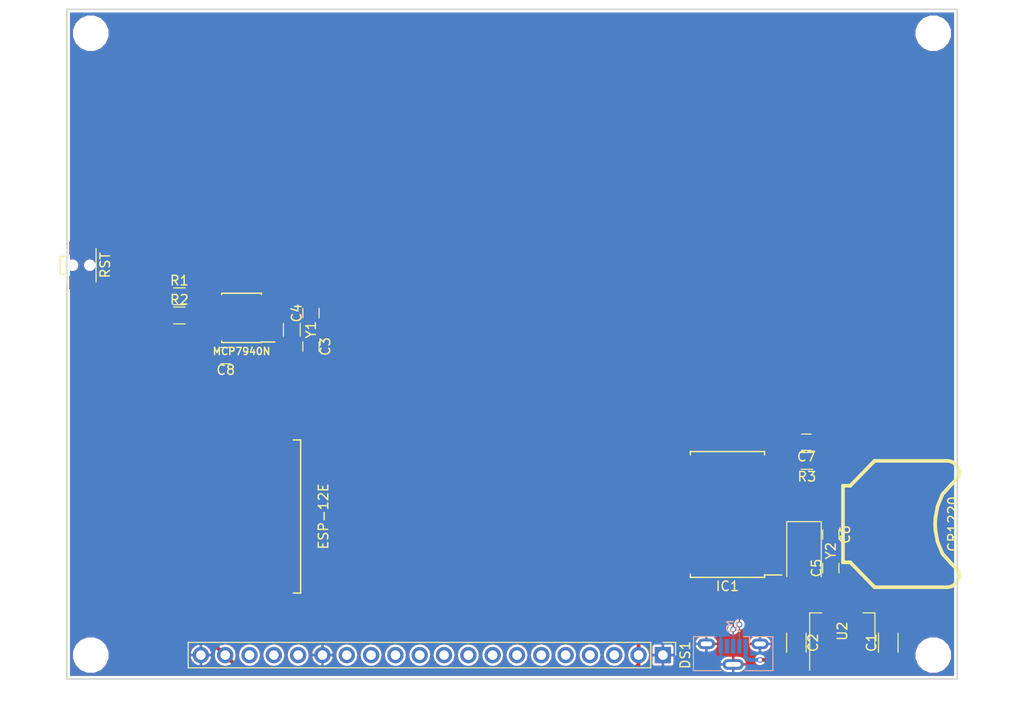
<source format=kicad_pcb>
(kicad_pcb (version 4) (host pcbnew 4.0.6)

  (general
    (links 59)
    (no_connects 25)
    (area 54.924999 89.924999 148.075001 160.075001)
    (thickness 1.6)
    (drawings 5)
    (tracks 50)
    (zones 0)
    (modules 25)
    (nets 57)
  )

  (page A4)
  (layers
    (0 F.Cu signal)
    (31 B.Cu signal)
    (32 B.Adhes user)
    (33 F.Adhes user)
    (34 B.Paste user)
    (35 F.Paste user)
    (36 B.SilkS user)
    (37 F.SilkS user)
    (38 B.Mask user)
    (39 F.Mask user)
    (40 Dwgs.User user)
    (41 Cmts.User user)
    (42 Eco1.User user)
    (43 Eco2.User user)
    (44 Edge.Cuts user)
    (45 Margin user)
    (46 B.CrtYd user)
    (47 F.CrtYd user)
    (48 B.Fab user)
    (49 F.Fab user)
  )

  (setup
    (last_trace_width 0.152)
    (trace_clearance 0.152)
    (zone_clearance 0.254)
    (zone_45_only yes)
    (trace_min 0.152)
    (segment_width 0.2)
    (edge_width 0.15)
    (via_size 0.6)
    (via_drill 0.4)
    (via_min_size 0.3)
    (via_min_drill 0.3)
    (uvia_size 0.3)
    (uvia_drill 0.1)
    (uvias_allowed no)
    (uvia_min_size 0.2)
    (uvia_min_drill 0.1)
    (pcb_text_width 0.3)
    (pcb_text_size 1.5 1.5)
    (mod_edge_width 0.15)
    (mod_text_size 1 1)
    (mod_text_width 0.15)
    (pad_size 1.7 1.7)
    (pad_drill 1)
    (pad_to_mask_clearance 0.2)
    (aux_axis_origin 0 0)
    (grid_origin 55 160)
    (visible_elements 7FFFFFFF)
    (pcbplotparams
      (layerselection 0x00030_80000001)
      (usegerberextensions false)
      (excludeedgelayer true)
      (linewidth 0.100000)
      (plotframeref false)
      (viasonmask false)
      (mode 1)
      (useauxorigin false)
      (hpglpennumber 1)
      (hpglpenspeed 20)
      (hpglpendiameter 15)
      (hpglpenoverlay 2)
      (psnegative false)
      (psa4output false)
      (plotreference true)
      (plotvalue true)
      (plotinvisibletext false)
      (padsonsilk false)
      (subtractmaskfromsilk false)
      (outputformat 1)
      (mirror false)
      (drillshape 1)
      (scaleselection 1)
      (outputdirectory ""))
  )

  (net 0 "")
  (net 1 GND)
  (net 2 "Net-(BT1-Pad1)")
  (net 3 +3V3)
  (net 4 "Net-(DS1-Pad3)")
  (net 5 "Net-(DS1-Pad4)")
  (net 6 "Net-(DS1-Pad5)")
  (net 7 "Net-(DS1-Pad6)")
  (net 8 "Net-(DS1-Pad7)")
  (net 9 "Net-(DS1-Pad8)")
  (net 10 "Net-(DS1-Pad9)")
  (net 11 "Net-(DS1-Pad10)")
  (net 12 "Net-(DS1-Pad11)")
  (net 13 "Net-(DS1-Pad12)")
  (net 14 "Net-(DS1-Pad13)")
  (net 15 "Net-(DS1-Pad14)")
  (net 16 "Net-(DS1-Pad16)")
  (net 17 "Net-(DS1-Pad17)")
  (net 18 "Net-(DS1-Pad18)")
  (net 19 SCL)
  (net 20 SDA)
  (net 21 "Net-(U3-Pad2)")
  (net 22 "Net-(U3-Pad4)")
  (net 23 "Net-(U3-Pad5)")
  (net 24 "Net-(U3-Pad6)")
  (net 25 "Net-(U3-Pad7)")
  (net 26 "Net-(U3-Pad17)")
  (net 27 "Net-(U3-Pad18)")
  (net 28 "Net-(U3-Pad19)")
  (net 29 "Net-(U3-Pad20)")
  (net 30 "Net-(U3-Pad21)")
  (net 31 "Net-(U3-Pad22)")
  (net 32 MFP)
  (net 33 +5V)
  (net 34 RX)
  (net 35 TX)
  (net 36 RST)
  (net 37 "Net-(C3-Pad1)")
  (net 38 "Net-(C4-Pad1)")
  (net 39 "Net-(J3-Pad4)")
  (net 40 "Net-(C5-Pad1)")
  (net 41 "Net-(C6-Pad1)")
  (net 42 "Net-(IC1-Pad4)")
  (net 43 "Net-(IC1-Pad5)")
  (net 44 "Net-(IC1-Pad6)")
  (net 45 "Net-(IC1-Pad7)")
  (net 46 "Net-(IC1-Pad8)")
  (net 47 "Net-(IC1-Pad9)")
  (net 48 "Net-(IC1-Pad11)")
  (net 49 "Net-(IC1-Pad13)")
  (net 50 "Net-(IC1-Pad14)")
  (net 51 "Net-(IC1-Pad15)")
  (net 52 "Net-(IC1-Pad16)")
  (net 53 "Net-(IC1-Pad18)")
  (net 54 "Net-(IC1-Pad19)")
  (net 55 +BATT)
  (net 56 "Net-(C8-Pad2)")

  (net_class Default "This is the default net class."
    (clearance 0.152)
    (trace_width 0.152)
    (via_dia 0.6)
    (via_drill 0.4)
    (uvia_dia 0.3)
    (uvia_drill 0.1)
    (add_net +BATT)
    (add_net GND)
    (add_net MFP)
    (add_net "Net-(BT1-Pad1)")
    (add_net "Net-(C3-Pad1)")
    (add_net "Net-(C4-Pad1)")
    (add_net "Net-(C5-Pad1)")
    (add_net "Net-(C6-Pad1)")
    (add_net "Net-(C8-Pad2)")
    (add_net "Net-(DS1-Pad10)")
    (add_net "Net-(DS1-Pad11)")
    (add_net "Net-(DS1-Pad12)")
    (add_net "Net-(DS1-Pad13)")
    (add_net "Net-(DS1-Pad14)")
    (add_net "Net-(DS1-Pad16)")
    (add_net "Net-(DS1-Pad17)")
    (add_net "Net-(DS1-Pad18)")
    (add_net "Net-(DS1-Pad3)")
    (add_net "Net-(DS1-Pad4)")
    (add_net "Net-(DS1-Pad5)")
    (add_net "Net-(DS1-Pad6)")
    (add_net "Net-(DS1-Pad7)")
    (add_net "Net-(DS1-Pad8)")
    (add_net "Net-(DS1-Pad9)")
    (add_net "Net-(IC1-Pad11)")
    (add_net "Net-(IC1-Pad13)")
    (add_net "Net-(IC1-Pad14)")
    (add_net "Net-(IC1-Pad15)")
    (add_net "Net-(IC1-Pad16)")
    (add_net "Net-(IC1-Pad18)")
    (add_net "Net-(IC1-Pad19)")
    (add_net "Net-(IC1-Pad4)")
    (add_net "Net-(IC1-Pad5)")
    (add_net "Net-(IC1-Pad6)")
    (add_net "Net-(IC1-Pad7)")
    (add_net "Net-(IC1-Pad8)")
    (add_net "Net-(IC1-Pad9)")
    (add_net "Net-(J3-Pad4)")
    (add_net "Net-(U3-Pad17)")
    (add_net "Net-(U3-Pad18)")
    (add_net "Net-(U3-Pad19)")
    (add_net "Net-(U3-Pad2)")
    (add_net "Net-(U3-Pad20)")
    (add_net "Net-(U3-Pad21)")
    (add_net "Net-(U3-Pad22)")
    (add_net "Net-(U3-Pad4)")
    (add_net "Net-(U3-Pad5)")
    (add_net "Net-(U3-Pad6)")
    (add_net "Net-(U3-Pad7)")
    (add_net RST)
    (add_net RX)
    (add_net SCL)
    (add_net SDA)
    (add_net TX)
  )

  (net_class PWR ""
    (clearance 0.2)
    (trace_width 0.4)
    (via_dia 0.6)
    (via_drill 0.4)
    (uvia_dia 0.3)
    (uvia_drill 0.1)
    (add_net +3V3)
    (add_net +5V)
  )

  (module Connectors_USB:USB_Micro-B_Vertical_Molex-105133-0001 (layer B.Cu) (tedit 59402B8E) (tstamp 59503DA0)
    (at 124.6 157.4 180)
    (descr "Molex Vertical Micro USB Typ-B (http://www.molex.com/pdm_docs/sd/1051330001_sd.pdf)")
    (tags "Micro-USB SMD Typ-B Vertical")
    (path /59503DEE)
    (attr smd)
    (fp_text reference J3 (at 0 2.85 180) (layer B.SilkS)
      (effects (font (size 1 1) (thickness 0.15)) (justify mirror))
    )
    (fp_text value USB_OTG (at -0.025 -3 180) (layer B.Fab)
      (effects (font (size 1 1) (thickness 0.15)) (justify mirror))
    )
    (fp_text user %R (at 0 0.375 180) (layer B.Fab)
      (effects (font (size 1 1) (thickness 0.15)) (justify mirror))
    )
    (fp_line (start -4 -1.565) (end -4 1.435) (layer B.Fab) (width 0.1))
    (fp_line (start 4 -1.565) (end 4 1.435) (layer B.Fab) (width 0.1))
    (fp_line (start -4 -1.565) (end 4 -1.565) (layer B.Fab) (width 0.1))
    (fp_line (start 4 1.435) (end -4 1.435) (layer B.Fab) (width 0.1))
    (fp_line (start -1.7 1.075) (end -1.7 1.825) (layer B.SilkS) (width 0.12))
    (fp_line (start -1.7 1.825) (end -1.1 1.825) (layer B.SilkS) (width 0.12))
    (fp_line (start -2 1.825) (end -4.15 1.825) (layer B.SilkS) (width 0.12))
    (fp_line (start 4.15 1.825) (end 4.15 -1.725) (layer B.SilkS) (width 0.12))
    (fp_line (start -4.15 -1.725) (end -1.25 -1.725) (layer B.SilkS) (width 0.12))
    (fp_line (start -4.15 1.825) (end -4.15 -1.725) (layer B.SilkS) (width 0.12))
    (fp_line (start 4.15 -1.725) (end 1.25 -1.725) (layer B.SilkS) (width 0.12))
    (fp_line (start 2 1.825) (end 4.15 1.825) (layer B.SilkS) (width 0.12))
    (fp_line (start -1.3 1.675) (end -1.525 1.85) (layer B.Fab) (width 0.1))
    (fp_line (start -1.525 2.075) (end -1.075 2.075) (layer B.Fab) (width 0.1))
    (fp_line (start -1.3 1.675) (end -1.075 1.85) (layer B.Fab) (width 0.1))
    (fp_line (start -1.525 1.85) (end -1.525 2.075) (layer B.Fab) (width 0.1))
    (fp_line (start -1.075 2.075) (end -1.075 1.85) (layer B.Fab) (width 0.1))
    (fp_line (start -4.5 -2.13) (end -4.5 2.13) (layer B.CrtYd) (width 0.05))
    (fp_line (start -4.5 2.13) (end 4.5 2.13) (layer B.CrtYd) (width 0.05))
    (fp_line (start -4.5 -2.13) (end 4.5 -2.13) (layer B.CrtYd) (width 0.05))
    (fp_line (start 4.5 -2.13) (end 4.5 2.13) (layer B.CrtYd) (width 0.05))
    (pad 3 smd rect (at 0 0.825 180) (size 0.45 1.5) (layers B.Cu B.Paste B.Mask)
      (net 54 "Net-(IC1-Pad19)"))
    (pad 4 smd rect (at 0.65 0.825 180) (size 0.45 1.5) (layers B.Cu B.Paste B.Mask)
      (net 39 "Net-(J3-Pad4)"))
    (pad 2 smd rect (at -0.65 0.825 180) (size 0.45 1.5) (layers B.Cu B.Paste B.Mask)
      (net 53 "Net-(IC1-Pad18)"))
    (pad 5 smd rect (at 1.3 0.825 180) (size 0.45 1.5) (layers B.Cu B.Paste B.Mask)
      (net 1 GND))
    (pad 1 smd rect (at -1.3 0.825 180) (size 0.45 1.5) (layers B.Cu B.Paste B.Mask)
      (net 33 +5V))
    (pad 6 thru_hole oval (at -2.8 1.075 180) (size 1.8 1.1) (drill oval 1.2 0.5) (layers *.Cu *.Mask)
      (net 1 GND))
    (pad 6 thru_hole oval (at 2.8 1.075 180) (size 1.8 1.1) (drill oval 1.2 0.5) (layers *.Cu *.Mask)
      (net 1 GND))
    (pad 6 thru_hole oval (at 0 -1.075 180) (size 2.2 1.1) (drill oval 1.6 0.5) (layers *.Cu *.Mask)
      (net 1 GND))
    (model ${KISYS3DMOD}/Connectors_USB.3dshapes/USB_Micro-B_Vertical_Molex-105133-0001.step
      (at (xyz 0 0 0))
      (scale (xyz 1 1 1))
      (rotate (xyz 0 0 0))
    )
  )

  (module ESP8266:ESP-12E_SMD (layer F.Cu) (tedit 594E8191) (tstamp 5949B699)
    (at 63.8 150 90)
    (descr "Module, ESP-8266, ESP-12, 16 pad, SMD")
    (tags "Module ESP-8266 ESP8266")
    (path /59486EC5)
    (fp_text reference U3 (at 8.89 6.35 180) (layer F.SilkS) hide
      (effects (font (size 1 1) (thickness 0.15)))
    )
    (fp_text value ESP-12E (at 7 18 90) (layer F.SilkS)
      (effects (font (size 1 1) (thickness 0.15)))
    )
    (fp_line (start -2.25 -0.5) (end -2.25 -8.75) (layer F.CrtYd) (width 0.05))
    (fp_line (start -2.25 -8.75) (end 15.25 -8.75) (layer F.CrtYd) (width 0.05))
    (fp_line (start 15.25 -8.75) (end 16.25 -8.75) (layer F.CrtYd) (width 0.05))
    (fp_line (start 16.25 -8.75) (end 16.25 16) (layer F.CrtYd) (width 0.05))
    (fp_line (start 16.25 16) (end -2.25 16) (layer F.CrtYd) (width 0.05))
    (fp_line (start -2.25 16) (end -2.25 -0.5) (layer F.CrtYd) (width 0.05))
    (fp_line (start -1.016 -8.382) (end 14.986 -8.382) (layer F.CrtYd) (width 0.1524))
    (fp_line (start 14.986 -8.382) (end 14.986 -0.889) (layer F.CrtYd) (width 0.1524))
    (fp_line (start -1.016 -8.382) (end -1.016 -1.016) (layer F.CrtYd) (width 0.1524))
    (fp_line (start -1.016 14.859) (end -1.016 15.621) (layer F.SilkS) (width 0.1524))
    (fp_line (start -1.016 15.621) (end 14.986 15.621) (layer F.SilkS) (width 0.1524))
    (fp_line (start 14.986 15.621) (end 14.986 14.859) (layer F.SilkS) (width 0.1524))
    (fp_line (start 14.992 -8.4) (end -1.008 -2.6) (layer F.CrtYd) (width 0.1524))
    (fp_line (start -1.008 -8.4) (end 14.992 -2.6) (layer F.CrtYd) (width 0.1524))
    (fp_text user "No Copper" (at 6.892 -5.4 90) (layer F.CrtYd)
      (effects (font (size 1 1) (thickness 0.15)))
    )
    (fp_line (start -1.008 -2.6) (end 14.992 -2.6) (layer F.CrtYd) (width 0.1524))
    (fp_line (start 15 -8.4) (end 15 15.6) (layer F.Fab) (width 0.05))
    (fp_line (start 14.992 15.6) (end -1.008 15.6) (layer F.Fab) (width 0.05))
    (fp_line (start -1.008 15.6) (end -1.008 -8.4) (layer F.Fab) (width 0.05))
    (fp_line (start -1.008 -8.4) (end 14.992 -8.4) (layer F.Fab) (width 0.05))
    (pad 1 smd rect (at 0 0 90) (size 2.5 1.1) (drill (offset -0.7 0)) (layers F.Cu F.Paste F.Mask)
      (net 36 RST))
    (pad 2 smd rect (at 0 2 90) (size 2.5 1.1) (drill (offset -0.7 0)) (layers F.Cu F.Paste F.Mask)
      (net 21 "Net-(U3-Pad2)"))
    (pad 3 smd rect (at 0 4 90) (size 2.5 1.1) (drill (offset -0.7 0)) (layers F.Cu F.Paste F.Mask)
      (net 3 +3V3))
    (pad 4 smd rect (at 0 6 90) (size 2.5 1.1) (drill (offset -0.7 0)) (layers F.Cu F.Paste F.Mask)
      (net 22 "Net-(U3-Pad4)"))
    (pad 5 smd rect (at 0 8 90) (size 2.5 1.1) (drill (offset -0.7 0)) (layers F.Cu F.Paste F.Mask)
      (net 23 "Net-(U3-Pad5)"))
    (pad 6 smd rect (at 0 10 90) (size 2.5 1.1) (drill (offset -0.7 0)) (layers F.Cu F.Paste F.Mask)
      (net 24 "Net-(U3-Pad6)"))
    (pad 7 smd rect (at 0 12 90) (size 2.5 1.1) (drill (offset -0.7 0)) (layers F.Cu F.Paste F.Mask)
      (net 25 "Net-(U3-Pad7)"))
    (pad 8 smd rect (at 0 14 90) (size 2.5 1.1) (drill (offset -0.7 0)) (layers F.Cu F.Paste F.Mask)
      (net 3 +3V3))
    (pad 9 smd rect (at 14 14 90) (size 2.5 1.1) (drill (offset 0.7 0)) (layers F.Cu F.Paste F.Mask)
      (net 1 GND))
    (pad 10 smd rect (at 14 12 90) (size 2.5 1.1) (drill (offset 0.7 0)) (layers F.Cu F.Paste F.Mask)
      (net 7 "Net-(DS1-Pad6)"))
    (pad 11 smd rect (at 14 10 90) (size 2.5 1.1) (drill (offset 0.7 0)) (layers F.Cu F.Paste F.Mask)
      (net 19 SCL))
    (pad 12 smd rect (at 14 8 90) (size 2.5 1.1) (drill (offset 0.7 0)) (layers F.Cu F.Paste F.Mask)
      (net 20 SDA))
    (pad 13 smd rect (at 14 6 90) (size 2.5 1.1) (drill (offset 0.7 0)) (layers F.Cu F.Paste F.Mask)
      (net 6 "Net-(DS1-Pad5)"))
    (pad 14 smd rect (at 14 4 90) (size 2.5 1.1) (drill (offset 0.7 0)) (layers F.Cu F.Paste F.Mask)
      (net 5 "Net-(DS1-Pad4)"))
    (pad 15 smd rect (at 14 2 90) (size 2.5 1.1) (drill (offset 0.7 0)) (layers F.Cu F.Paste F.Mask)
      (net 34 RX))
    (pad 16 smd rect (at 14 0 90) (size 2.5 1.1) (drill (offset 0.7 0)) (layers F.Cu F.Paste F.Mask)
      (net 35 TX))
    (pad 17 smd rect (at 1.99 15 180) (size 2.5 1.1) (drill (offset -0.7 0)) (layers F.Cu F.Paste F.Mask)
      (net 26 "Net-(U3-Pad17)"))
    (pad 18 smd rect (at 3.99 15 180) (size 2.5 1.1) (drill (offset -0.7 0)) (layers F.Cu F.Paste F.Mask)
      (net 27 "Net-(U3-Pad18)"))
    (pad 19 smd rect (at 5.99 15 180) (size 2.5 1.1) (drill (offset -0.7 0)) (layers F.Cu F.Paste F.Mask)
      (net 28 "Net-(U3-Pad19)"))
    (pad 20 smd rect (at 7.99 15 180) (size 2.5 1.1) (drill (offset -0.7 0)) (layers F.Cu F.Paste F.Mask)
      (net 29 "Net-(U3-Pad20)"))
    (pad 21 smd rect (at 9.99 15 180) (size 2.5 1.1) (drill (offset -0.7 0)) (layers F.Cu F.Paste F.Mask)
      (net 30 "Net-(U3-Pad21)"))
    (pad 22 smd rect (at 11.99 15 180) (size 2.5 1.1) (drill (offset -0.7 0)) (layers F.Cu F.Paste F.Mask)
      (net 31 "Net-(U3-Pad22)"))
    (model ${ESPLIB}/ESP8266.3dshapes/ESP-12.wrl
      (at (xyz 0 0 0))
      (scale (xyz 0.3937 0.3937 0.3937))
      (rotate (xyz 0 0 0))
    )
  )

  (module Battery_Holders_extra:BatteryHolder_CoinCell_Keystone_3000 (layer F.Cu) (tedit 594EC5A1) (tstamp 594E886A)
    (at 142.8 143.8 90)
    (descr "Keystone type 3000 coin cell retainer")
    (path /5948713B)
    (fp_text reference BT1 (at 0 -5.5 90) (layer F.SilkS) hide
      (effects (font (thickness 0.15)))
    )
    (fp_text value CR1220 (at 0 4.75 90) (layer F.SilkS)
      (effects (font (size 1 1) (thickness 0.15)))
    )
    (fp_line (start 0.6096 2.921) (end 1.8542 3.1496) (layer F.SilkS) (width 0.381))
    (fp_line (start 1.8542 3.1496) (end 3.0988 3.6576) (layer F.SilkS) (width 0.381))
    (fp_line (start 3.0988 3.6576) (end 4.064 4.5212) (layer F.SilkS) (width 0.381))
    (fp_line (start 4.064 4.5212) (end 4.7244 5.1816) (layer F.SilkS) (width 0.381))
    (fp_line (start 4.7244 5.1816) (end 5.2832 5.4356) (layer F.SilkS) (width 0.381))
    (fp_line (start 0 2.8956) (end 0.6096 2.921) (layer F.SilkS) (width 0.381))
    (fp_line (start -3.0988 3.6576) (end -4.064 4.5212) (layer F.SilkS) (width 0.381))
    (fp_line (start -4.064 4.5212) (end -4.7244 5.1816) (layer F.SilkS) (width 0.381))
    (fp_line (start -5.2832 5.4356) (end -4.7244 5.1816) (layer F.SilkS) (width 0.381))
    (fp_line (start -3.0988 3.6576) (end -1.8542 3.1496) (layer F.SilkS) (width 0.381))
    (fp_line (start -1.8542 3.1496) (end -0.6096 2.921) (layer F.SilkS) (width 0.381))
    (fp_line (start -0.6096 2.921) (end 0 2.8956) (layer F.SilkS) (width 0.381))
    (fp_arc (start 5.2832 4.1148) (end 6.604 4.1148) (angle 90) (layer F.SilkS) (width 0.381))
    (fp_arc (start -5.2832 4.1148) (end -5.2832 5.4356) (angle 90) (layer F.SilkS) (width 0.381))
    (fp_line (start 6.604 -3.429) (end 6.604 4.064) (layer F.SilkS) (width 0.381))
    (fp_line (start -6.604 -3.429) (end -6.604 4.064) (layer F.SilkS) (width 0.381))
    (fp_line (start 4.0005 -5.969) (end 6.604 -3.429) (layer F.SilkS) (width 0.381))
    (fp_line (start -4.0005 -5.969) (end -6.604 -3.429) (layer F.SilkS) (width 0.381))
    (fp_line (start 3.9995 -6.731) (end 3.9995 -5.969) (layer F.SilkS) (width 0.381))
    (fp_line (start -4.0005 -6.731) (end -4.0005 -5.969) (layer F.SilkS) (width 0.381))
    (fp_line (start -4.0005 -6.731) (end 4.0005 -6.731) (layer F.SilkS) (width 0.381))
    (pad 1 smd rect (at -7.9 0 90) (size 3.5 3.3) (layers F.Cu F.Paste F.Mask)
      (net 2 "Net-(BT1-Pad1)"))
    (pad 1 smd rect (at 7.9 0 90) (size 3.5 3.3) (layers F.Cu F.Paste F.Mask)
      (net 2 "Net-(BT1-Pad1)"))
    (pad 2 smd rect (at 0 0 90) (size 4 4) (layers F.Cu F.Paste F.Mask)
      (net 1 GND))
    (model Battery_Holders.3dshapes/BatteryHolder_CoinCell_Keystone_3000.wrl
      (at (xyz 0 0 0))
      (scale (xyz 1 1 1))
      (rotate (xyz 0 0 0))
    )
  )

  (module Housings_SOIC:SOIC-8_3.9x4.9mm_Pitch1.27mm (layer F.Cu) (tedit 594E81C0) (tstamp 594E671C)
    (at 73.25 122.25 180)
    (descr "8-Lead Plastic Small Outline (SN) - Narrow, 3.90 mm Body [SOIC] (see Microchip Packaging Specification 00000049BS.pdf)")
    (tags "SOIC 1.27")
    (path /594E6D51)
    (attr smd)
    (fp_text reference U1 (at 0 -3.5 180) (layer F.SilkS) hide
      (effects (font (size 1 1) (thickness 0.15)))
    )
    (fp_text value MCP7940N (at 0 -3.5 180) (layer F.SilkS)
      (effects (font (size 0.75 0.75) (thickness 0.15)))
    )
    (fp_text user %R (at 0 0 180) (layer F.Fab)
      (effects (font (size 1 1) (thickness 0.15)))
    )
    (fp_line (start -0.95 -2.45) (end 1.95 -2.45) (layer F.Fab) (width 0.1))
    (fp_line (start 1.95 -2.45) (end 1.95 2.45) (layer F.Fab) (width 0.1))
    (fp_line (start 1.95 2.45) (end -1.95 2.45) (layer F.Fab) (width 0.1))
    (fp_line (start -1.95 2.45) (end -1.95 -1.45) (layer F.Fab) (width 0.1))
    (fp_line (start -1.95 -1.45) (end -0.95 -2.45) (layer F.Fab) (width 0.1))
    (fp_line (start -3.73 -2.7) (end -3.73 2.7) (layer F.CrtYd) (width 0.05))
    (fp_line (start 3.73 -2.7) (end 3.73 2.7) (layer F.CrtYd) (width 0.05))
    (fp_line (start -3.73 -2.7) (end 3.73 -2.7) (layer F.CrtYd) (width 0.05))
    (fp_line (start -3.73 2.7) (end 3.73 2.7) (layer F.CrtYd) (width 0.05))
    (fp_line (start -2.075 -2.575) (end -2.075 -2.525) (layer F.SilkS) (width 0.15))
    (fp_line (start 2.075 -2.575) (end 2.075 -2.43) (layer F.SilkS) (width 0.15))
    (fp_line (start 2.075 2.575) (end 2.075 2.43) (layer F.SilkS) (width 0.15))
    (fp_line (start -2.075 2.575) (end -2.075 2.43) (layer F.SilkS) (width 0.15))
    (fp_line (start -2.075 -2.575) (end 2.075 -2.575) (layer F.SilkS) (width 0.15))
    (fp_line (start -2.075 2.575) (end 2.075 2.575) (layer F.SilkS) (width 0.15))
    (fp_line (start -2.075 -2.525) (end -3.475 -2.525) (layer F.SilkS) (width 0.15))
    (pad 1 smd rect (at -2.7 -1.905 180) (size 1.55 0.6) (layers F.Cu F.Paste F.Mask)
      (net 37 "Net-(C3-Pad1)"))
    (pad 2 smd rect (at -2.7 -0.635 180) (size 1.55 0.6) (layers F.Cu F.Paste F.Mask)
      (net 38 "Net-(C4-Pad1)"))
    (pad 3 smd rect (at -2.7 0.635 180) (size 1.55 0.6) (layers F.Cu F.Paste F.Mask)
      (net 55 +BATT))
    (pad 4 smd rect (at -2.7 1.905 180) (size 1.55 0.6) (layers F.Cu F.Paste F.Mask)
      (net 1 GND))
    (pad 5 smd rect (at 2.7 1.905 180) (size 1.55 0.6) (layers F.Cu F.Paste F.Mask)
      (net 20 SDA))
    (pad 6 smd rect (at 2.7 0.635 180) (size 1.55 0.6) (layers F.Cu F.Paste F.Mask)
      (net 19 SCL))
    (pad 7 smd rect (at 2.7 -0.635 180) (size 1.55 0.6) (layers F.Cu F.Paste F.Mask)
      (net 32 MFP))
    (pad 8 smd rect (at 2.7 -1.905 180) (size 1.55 0.6) (layers F.Cu F.Paste F.Mask)
      (net 56 "Net-(C8-Pad2)"))
    (model Housings_SOIC.3dshapes/SOIC-8_3.9x4.9mm_Pitch1.27mm.wrl
      (at (xyz 0 0 0))
      (scale (xyz 1 1 1))
      (rotate (xyz 0 0 0))
    )
  )

  (module TO_SOT_Packages_SMD:SOT-223 (layer F.Cu) (tedit 594E8B70) (tstamp 594E6727)
    (at 136 155 90)
    (descr "module CMS SOT223 4 pins")
    (tags "CMS SOT")
    (path /5949CF22)
    (attr smd)
    (fp_text reference U2 (at 0 0 90) (layer F.SilkS)
      (effects (font (size 1 1) (thickness 0.15)))
    )
    (fp_text value LM1117-3.3 (at 0 4.5 90) (layer F.Fab)
      (effects (font (size 1 1) (thickness 0.15)))
    )
    (fp_text user %R (at 0 0 90) (layer F.Fab)
      (effects (font (size 0.8 0.8) (thickness 0.12)))
    )
    (fp_line (start -1.85 -2.3) (end -0.8 -3.35) (layer F.Fab) (width 0.1))
    (fp_line (start 1.91 3.41) (end 1.91 2.15) (layer F.SilkS) (width 0.12))
    (fp_line (start 1.91 -3.41) (end 1.91 -2.15) (layer F.SilkS) (width 0.12))
    (fp_line (start 4.4 -3.6) (end -4.4 -3.6) (layer F.CrtYd) (width 0.05))
    (fp_line (start 4.4 3.6) (end 4.4 -3.6) (layer F.CrtYd) (width 0.05))
    (fp_line (start -4.4 3.6) (end 4.4 3.6) (layer F.CrtYd) (width 0.05))
    (fp_line (start -4.4 -3.6) (end -4.4 3.6) (layer F.CrtYd) (width 0.05))
    (fp_line (start -1.85 -2.3) (end -1.85 3.35) (layer F.Fab) (width 0.1))
    (fp_line (start -1.85 3.41) (end 1.91 3.41) (layer F.SilkS) (width 0.12))
    (fp_line (start -0.8 -3.35) (end 1.85 -3.35) (layer F.Fab) (width 0.1))
    (fp_line (start -4.1 -3.41) (end 1.91 -3.41) (layer F.SilkS) (width 0.12))
    (fp_line (start -1.85 3.35) (end 1.85 3.35) (layer F.Fab) (width 0.1))
    (fp_line (start 1.85 -3.35) (end 1.85 3.35) (layer F.Fab) (width 0.1))
    (pad 4 smd rect (at 3.15 0 90) (size 2 3.8) (layers F.Cu F.Paste F.Mask)
      (net 3 +3V3))
    (pad 2 smd rect (at -3.15 0 90) (size 2 1.5) (layers F.Cu F.Paste F.Mask)
      (net 3 +3V3))
    (pad 3 smd rect (at -3.15 2.3 90) (size 2 1.5) (layers F.Cu F.Paste F.Mask)
      (net 33 +5V))
    (pad 1 smd rect (at -3.15 -2.3 90) (size 2 1.5) (layers F.Cu F.Paste F.Mask)
      (net 1 GND))
    (model ${KISYS3DMOD}/TO_SOT_Packages_SMD.3dshapes/SOT-223.wrl
      (at (xyz 0 0 0))
      (scale (xyz 1 1 1))
      (rotate (xyz 0 0 0))
    )
  )

  (module Mounting_Holes:MountingHole_3.2mm_M3 locked (layer F.Cu) (tedit 594E897F) (tstamp 594E6DF3)
    (at 57.5 157.5)
    (descr "Mounting Hole 3.2mm, no annular, M3")
    (tags "mounting hole 3.2mm no annular m3")
    (fp_text reference REF** (at 0 -4.2) (layer F.SilkS) hide
      (effects (font (size 1 1) (thickness 0.15)))
    )
    (fp_text value MountingHole_3.2mm_M3 (at 0 4.2) (layer F.Fab)
      (effects (font (size 1 1) (thickness 0.15)))
    )
    (fp_circle (center 0 0) (end 3.2 0) (layer Cmts.User) (width 0.15))
    (fp_circle (center 0 0) (end 3.45 0) (layer F.CrtYd) (width 0.05))
    (pad 1 np_thru_hole circle (at 0 0) (size 3.2 3.2) (drill 3.2) (layers *.Cu *.Mask))
  )

  (module Mounting_Holes:MountingHole_3.2mm_M3 locked (layer F.Cu) (tedit 594E8984) (tstamp 594E6DF8)
    (at 57.5 92.5)
    (descr "Mounting Hole 3.2mm, no annular, M3")
    (tags "mounting hole 3.2mm no annular m3")
    (fp_text reference REF** (at 0 -4.2) (layer F.SilkS) hide
      (effects (font (size 1 1) (thickness 0.15)))
    )
    (fp_text value MountingHole_3.2mm_M3 (at 0 4.2) (layer F.Fab)
      (effects (font (size 1 1) (thickness 0.15)))
    )
    (fp_circle (center 0 0) (end 3.2 0) (layer Cmts.User) (width 0.15))
    (fp_circle (center 0 0) (end 3.45 0) (layer F.CrtYd) (width 0.05))
    (pad 1 np_thru_hole circle (at 0 0) (size 3.2 3.2) (drill 3.2) (layers *.Cu *.Mask))
  )

  (module Mounting_Holes:MountingHole_3.2mm_M3 locked (layer F.Cu) (tedit 594E8988) (tstamp 594E6DFE)
    (at 145.5 92.5)
    (descr "Mounting Hole 3.2mm, no annular, M3")
    (tags "mounting hole 3.2mm no annular m3")
    (fp_text reference REF** (at 0 -4.2) (layer F.SilkS) hide
      (effects (font (size 1 1) (thickness 0.15)))
    )
    (fp_text value MountingHole_3.2mm_M3 (at 0 4.2) (layer F.Fab)
      (effects (font (size 1 1) (thickness 0.15)))
    )
    (fp_circle (center 0 0) (end 3.2 0) (layer Cmts.User) (width 0.15))
    (fp_circle (center 0 0) (end 3.45 0) (layer F.CrtYd) (width 0.05))
    (pad 1 np_thru_hole circle (at 0 0) (size 3.2 3.2) (drill 3.2) (layers *.Cu *.Mask))
  )

  (module Mounting_Holes:MountingHole_3.2mm_M3 locked (layer F.Cu) (tedit 594E898E) (tstamp 594E6E03)
    (at 145.5 157.5)
    (descr "Mounting Hole 3.2mm, no annular, M3")
    (tags "mounting hole 3.2mm no annular m3")
    (fp_text reference REF** (at 0 -4.2) (layer F.SilkS) hide
      (effects (font (size 1 1) (thickness 0.15)))
    )
    (fp_text value MountingHole_3.2mm_M3 (at 0 4.2) (layer F.Fab)
      (effects (font (size 1 1) (thickness 0.15)))
    )
    (fp_circle (center 0 0) (end 3.2 0) (layer Cmts.User) (width 0.15))
    (fp_circle (center 0 0) (end 3.45 0) (layer F.CrtYd) (width 0.05))
    (pad 1 np_thru_hole circle (at 0 0) (size 3.2 3.2) (drill 3.2) (layers *.Cu *.Mask))
  )

  (module Pin_Headers:Pin_Header_Straight_1x20_Pitch2.54mm locked (layer F.Cu) (tedit 58CD4EC2) (tstamp 594EA899)
    (at 117.26 157.5 270)
    (descr "Through hole straight pin header, 1x20, 2.54mm pitch, single row")
    (tags "Through hole pin header THT 1x20 2.54mm single row")
    (path /594EA7E5)
    (fp_text reference DS1 (at 0 -2.33 270) (layer F.SilkS)
      (effects (font (size 1 1) (thickness 0.15)))
    )
    (fp_text value ST7920 (at 0 50.59 270) (layer F.Fab)
      (effects (font (size 1 1) (thickness 0.15)))
    )
    (fp_line (start -1.27 -1.27) (end -1.27 49.53) (layer F.Fab) (width 0.1))
    (fp_line (start -1.27 49.53) (end 1.27 49.53) (layer F.Fab) (width 0.1))
    (fp_line (start 1.27 49.53) (end 1.27 -1.27) (layer F.Fab) (width 0.1))
    (fp_line (start 1.27 -1.27) (end -1.27 -1.27) (layer F.Fab) (width 0.1))
    (fp_line (start -1.33 1.27) (end -1.33 49.59) (layer F.SilkS) (width 0.12))
    (fp_line (start -1.33 49.59) (end 1.33 49.59) (layer F.SilkS) (width 0.12))
    (fp_line (start 1.33 49.59) (end 1.33 1.27) (layer F.SilkS) (width 0.12))
    (fp_line (start 1.33 1.27) (end -1.33 1.27) (layer F.SilkS) (width 0.12))
    (fp_line (start -1.33 0) (end -1.33 -1.33) (layer F.SilkS) (width 0.12))
    (fp_line (start -1.33 -1.33) (end 0 -1.33) (layer F.SilkS) (width 0.12))
    (fp_line (start -1.8 -1.8) (end -1.8 50.05) (layer F.CrtYd) (width 0.05))
    (fp_line (start -1.8 50.05) (end 1.8 50.05) (layer F.CrtYd) (width 0.05))
    (fp_line (start 1.8 50.05) (end 1.8 -1.8) (layer F.CrtYd) (width 0.05))
    (fp_line (start 1.8 -1.8) (end -1.8 -1.8) (layer F.CrtYd) (width 0.05))
    (fp_text user %R (at 0 -2.33 270) (layer F.Fab)
      (effects (font (size 1 1) (thickness 0.15)))
    )
    (pad 1 thru_hole rect (at 0 0 270) (size 1.7 1.7) (drill 1) (layers *.Cu *.Mask)
      (net 1 GND))
    (pad 2 thru_hole oval (at 0 2.54 270) (size 1.7 1.7) (drill 1) (layers *.Cu *.Mask)
      (net 3 +3V3))
    (pad 3 thru_hole oval (at 0 5.08 270) (size 1.7 1.7) (drill 1) (layers *.Cu *.Mask)
      (net 4 "Net-(DS1-Pad3)"))
    (pad 4 thru_hole oval (at 0 7.62 270) (size 1.7 1.7) (drill 1) (layers *.Cu *.Mask)
      (net 5 "Net-(DS1-Pad4)"))
    (pad 5 thru_hole oval (at 0 10.16 270) (size 1.7 1.7) (drill 1) (layers *.Cu *.Mask)
      (net 6 "Net-(DS1-Pad5)"))
    (pad 6 thru_hole oval (at 0 12.7 270) (size 1.7 1.7) (drill 1) (layers *.Cu *.Mask)
      (net 7 "Net-(DS1-Pad6)"))
    (pad 7 thru_hole oval (at 0 15.24 270) (size 1.7 1.7) (drill 1) (layers *.Cu *.Mask)
      (net 8 "Net-(DS1-Pad7)"))
    (pad 8 thru_hole oval (at 0 17.78 270) (size 1.7 1.7) (drill 1) (layers *.Cu *.Mask)
      (net 9 "Net-(DS1-Pad8)"))
    (pad 9 thru_hole oval (at 0 20.32 270) (size 1.7 1.7) (drill 1) (layers *.Cu *.Mask)
      (net 10 "Net-(DS1-Pad9)"))
    (pad 10 thru_hole oval (at 0 22.86 270) (size 1.7 1.7) (drill 1) (layers *.Cu *.Mask)
      (net 11 "Net-(DS1-Pad10)"))
    (pad 11 thru_hole oval (at 0 25.4 270) (size 1.7 1.7) (drill 1) (layers *.Cu *.Mask)
      (net 12 "Net-(DS1-Pad11)"))
    (pad 12 thru_hole oval (at 0 27.94 270) (size 1.7 1.7) (drill 1) (layers *.Cu *.Mask)
      (net 13 "Net-(DS1-Pad12)"))
    (pad 13 thru_hole oval (at 0 30.48 270) (size 1.7 1.7) (drill 1) (layers *.Cu *.Mask)
      (net 14 "Net-(DS1-Pad13)"))
    (pad 14 thru_hole oval (at 0 33.02 270) (size 1.7 1.7) (drill 1) (layers *.Cu *.Mask)
      (net 15 "Net-(DS1-Pad14)"))
    (pad 15 thru_hole oval (at 0 35.56 270) (size 1.7 1.7) (drill 1) (layers *.Cu *.Mask)
      (net 1 GND))
    (pad 16 thru_hole oval (at 0 38.1 270) (size 1.7 1.7) (drill 1) (layers *.Cu *.Mask)
      (net 16 "Net-(DS1-Pad16)"))
    (pad 17 thru_hole oval (at 0 40.64 270) (size 1.7 1.7) (drill 1) (layers *.Cu *.Mask)
      (net 17 "Net-(DS1-Pad17)"))
    (pad 18 thru_hole oval (at 0 43.18 270) (size 1.7 1.7) (drill 1) (layers *.Cu *.Mask)
      (net 18 "Net-(DS1-Pad18)"))
    (pad 19 thru_hole oval (at 0 45.72 270) (size 1.7 1.7) (drill 1) (layers *.Cu *.Mask)
      (net 3 +3V3))
    (pad 20 thru_hole oval (at 0 48.26 270) (size 1.7 1.7) (drill 1) (layers *.Cu *.Mask)
      (net 1 GND))
    (model ${KISYS3DMOD}/Pin_Headers.3dshapes/Pin_Header_Straight_1x20_Pitch2.54mm.wrl
      (at (xyz 0 -0.95 0))
      (scale (xyz 1 1 1))
      (rotate (xyz 0 0 90))
    )
  )

  (module Buttons_Switches_SMD:SW_SPST_EVQP7C (layer F.Cu) (tedit 594EC8BB) (tstamp 594EC87E)
    (at 56.5 116.75 270)
    (descr "Light Touch Switch")
    (path /594ECB1C)
    (attr smd)
    (fp_text reference SW1 (at 0 3 270) (layer F.SilkS) hide
      (effects (font (size 1 1) (thickness 0.15)))
    )
    (fp_text value RST (at 0 -2.5 270) (layer F.SilkS)
      (effects (font (size 1 1) (thickness 0.15)))
    )
    (fp_text user %R (at 0 3 270) (layer F.Fab)
      (effects (font (size 1 1) (thickness 0.15)))
    )
    (fp_line (start 0.95 1.55) (end 0.95 2.2) (layer F.SilkS) (width 0.12))
    (fp_line (start 0.95 2.2) (end -0.95 2.2) (layer F.SilkS) (width 0.12))
    (fp_line (start -0.95 2.2) (end -0.95 1.55) (layer F.SilkS) (width 0.12))
    (fp_line (start -0.85 2.1) (end 0.85 2.1) (layer F.Fab) (width 0.1))
    (fp_line (start 0.85 2.1) (end 0.85 1.45) (layer F.Fab) (width 0.1))
    (fp_line (start -0.85 2.1) (end -0.85 1.45) (layer F.Fab) (width 0.1))
    (fp_line (start -1.75 -1.45) (end 1.75 -1.45) (layer F.Fab) (width 0.1))
    (fp_line (start 1.75 -1.45) (end 1.75 1.45) (layer F.Fab) (width 0.1))
    (fp_line (start 1.75 1.45) (end -1.75 1.45) (layer F.Fab) (width 0.1))
    (fp_line (start -1.75 1.45) (end -1.75 -1.4) (layer F.Fab) (width 0.1))
    (fp_line (start -1.1 2.35) (end -1.1 1.7) (layer F.CrtYd) (width 0.05))
    (fp_line (start -1.1 1.7) (end -2.75 1.7) (layer F.CrtYd) (width 0.05))
    (fp_line (start 2.75 1.7) (end 1.1 1.7) (layer F.CrtYd) (width 0.05))
    (fp_line (start 1.1 1.7) (end 1.1 2.35) (layer F.CrtYd) (width 0.05))
    (fp_line (start -1.75 -1.55) (end 1.75 -1.55) (layer F.SilkS) (width 0.12))
    (fp_line (start 1.75 1.55) (end -1.75 1.55) (layer F.SilkS) (width 0.12))
    (fp_line (start -2.75 -1.7) (end 2.75 -1.7) (layer F.CrtYd) (width 0.05))
    (fp_line (start 2.75 -1.7) (end 2.75 1.7) (layer F.CrtYd) (width 0.05))
    (fp_line (start 1.1 2.35) (end -1.1 2.35) (layer F.CrtYd) (width 0.05))
    (fp_line (start -2.75 1.7) (end -2.75 -1.7) (layer F.CrtYd) (width 0.05))
    (pad 1 smd rect (at 1.8 -0.72 270) (size 1.4 1.05) (layers F.Cu F.Paste F.Mask)
      (net 1 GND))
    (pad 1 smd rect (at -1.8 -0.72 270) (size 1.4 1.05) (layers F.Cu F.Paste F.Mask)
      (net 1 GND))
    (pad 2 smd rect (at 1.8 0.72 270) (size 1.4 1.05) (layers F.Cu F.Paste F.Mask)
      (net 36 RST))
    (pad 2 smd rect (at -1.8 0.72 270) (size 1.4 1.05) (layers F.Cu F.Paste F.Mask)
      (net 36 RST))
    (pad "" np_thru_hole circle (at 0 -0.9 270) (size 0.7 0.7) (drill 0.7) (layers *.Cu *.Mask))
    (pad "" np_thru_hole circle (at 0 0.9 270) (size 0.7 0.7) (drill 0.7) (layers *.Cu *.Mask))
  )

  (module Crystals:Crystal_SMD_3215-2pin_3.2x1.5mm (layer F.Cu) (tedit 595035C0) (tstamp 595034B2)
    (at 78.5 123.5 90)
    (descr "SMD Crystal FC-135 https://support.epson.biz/td/api/doc_check.php?dl=brief_FC-135R_en.pdf")
    (tags "SMD SMT Crystal")
    (path /594871DE)
    (attr smd)
    (fp_text reference Y1 (at 0 2 90) (layer F.SilkS)
      (effects (font (size 1 1) (thickness 0.15)))
    )
    (fp_text value "32.768 kHz" (at 0 2 90) (layer F.Fab)
      (effects (font (size 1 1) (thickness 0.15)))
    )
    (fp_text user %R (at 0 2 90) (layer F.Fab)
      (effects (font (size 1 1) (thickness 0.15)))
    )
    (fp_line (start -2 -1.15) (end 2 -1.15) (layer F.CrtYd) (width 0.05))
    (fp_line (start -1.6 -0.75) (end -1.6 0.75) (layer F.Fab) (width 0.1))
    (fp_line (start -0.675 0.875) (end 0.675 0.875) (layer F.SilkS) (width 0.12))
    (fp_line (start -0.675 -0.875) (end 0.675 -0.875) (layer F.SilkS) (width 0.12))
    (fp_line (start 1.6 -0.75) (end 1.6 0.75) (layer F.Fab) (width 0.1))
    (fp_line (start -1.6 -0.75) (end 1.6 -0.75) (layer F.Fab) (width 0.1))
    (fp_line (start -1.6 0.75) (end 1.6 0.75) (layer F.Fab) (width 0.1))
    (fp_line (start -2 1.15) (end 2 1.15) (layer F.CrtYd) (width 0.05))
    (fp_line (start -2 -1.15) (end -2 1.15) (layer F.CrtYd) (width 0.05))
    (fp_line (start 2 -1.15) (end 2 1.15) (layer F.CrtYd) (width 0.05))
    (pad 1 smd rect (at 1.25 0 90) (size 1 1.8) (layers F.Cu F.Paste F.Mask)
      (net 38 "Net-(C4-Pad1)"))
    (pad 2 smd rect (at -1.25 0 90) (size 1 1.8) (layers F.Cu F.Paste F.Mask)
      (net 37 "Net-(C3-Pad1)"))
    (model ${KISYS3DMOD}/Crystals.3dshapes/Crystal_SMD_3215-2pin_3.2x1.5mm.wrl
      (at (xyz 0 0 0))
      (scale (xyz 1 1 1))
      (rotate (xyz 0 0 0))
    )
  )

  (module Housings_SOIC:SOIC-20W_7.5x12.8mm_Pitch1.27mm (layer F.Cu) (tedit 58CC8F64) (tstamp 59558333)
    (at 124 142.8 180)
    (descr "20-Lead Plastic Small Outline (SO) - Wide, 7.50 mm Body [SOIC] (see Microchip Packaging Specification 00000049BS.pdf)")
    (tags "SOIC 1.27")
    (path /59557C4F)
    (attr smd)
    (fp_text reference IC1 (at 0 -7.5 180) (layer F.SilkS)
      (effects (font (size 1 1) (thickness 0.15)))
    )
    (fp_text value MCP2200 (at 0 7.5 180) (layer F.Fab)
      (effects (font (size 1 1) (thickness 0.15)))
    )
    (fp_text user %R (at 0 0 180) (layer F.Fab)
      (effects (font (size 1 1) (thickness 0.15)))
    )
    (fp_line (start -2.75 -6.4) (end 3.75 -6.4) (layer F.Fab) (width 0.15))
    (fp_line (start 3.75 -6.4) (end 3.75 6.4) (layer F.Fab) (width 0.15))
    (fp_line (start 3.75 6.4) (end -3.75 6.4) (layer F.Fab) (width 0.15))
    (fp_line (start -3.75 6.4) (end -3.75 -5.4) (layer F.Fab) (width 0.15))
    (fp_line (start -3.75 -5.4) (end -2.75 -6.4) (layer F.Fab) (width 0.15))
    (fp_line (start -5.95 -6.75) (end -5.95 6.75) (layer F.CrtYd) (width 0.05))
    (fp_line (start 5.95 -6.75) (end 5.95 6.75) (layer F.CrtYd) (width 0.05))
    (fp_line (start -5.95 -6.75) (end 5.95 -6.75) (layer F.CrtYd) (width 0.05))
    (fp_line (start -5.95 6.75) (end 5.95 6.75) (layer F.CrtYd) (width 0.05))
    (fp_line (start -3.875 -6.575) (end -3.875 -6.325) (layer F.SilkS) (width 0.15))
    (fp_line (start 3.875 -6.575) (end 3.875 -6.24) (layer F.SilkS) (width 0.15))
    (fp_line (start 3.875 6.575) (end 3.875 6.24) (layer F.SilkS) (width 0.15))
    (fp_line (start -3.875 6.575) (end -3.875 6.24) (layer F.SilkS) (width 0.15))
    (fp_line (start -3.875 -6.575) (end 3.875 -6.575) (layer F.SilkS) (width 0.15))
    (fp_line (start -3.875 6.575) (end 3.875 6.575) (layer F.SilkS) (width 0.15))
    (fp_line (start -3.875 -6.325) (end -5.675 -6.325) (layer F.SilkS) (width 0.15))
    (pad 1 smd rect (at -4.7 -5.715 180) (size 1.95 0.6) (layers F.Cu F.Paste F.Mask)
      (net 3 +3V3))
    (pad 2 smd rect (at -4.7 -4.445 180) (size 1.95 0.6) (layers F.Cu F.Paste F.Mask)
      (net 40 "Net-(C5-Pad1)"))
    (pad 3 smd rect (at -4.7 -3.175 180) (size 1.95 0.6) (layers F.Cu F.Paste F.Mask)
      (net 41 "Net-(C6-Pad1)"))
    (pad 4 smd rect (at -4.7 -1.905 180) (size 1.95 0.6) (layers F.Cu F.Paste F.Mask)
      (net 42 "Net-(IC1-Pad4)"))
    (pad 5 smd rect (at -4.7 -0.635 180) (size 1.95 0.6) (layers F.Cu F.Paste F.Mask)
      (net 43 "Net-(IC1-Pad5)"))
    (pad 6 smd rect (at -4.7 0.635 180) (size 1.95 0.6) (layers F.Cu F.Paste F.Mask)
      (net 44 "Net-(IC1-Pad6)"))
    (pad 7 smd rect (at -4.7 1.905 180) (size 1.95 0.6) (layers F.Cu F.Paste F.Mask)
      (net 45 "Net-(IC1-Pad7)"))
    (pad 8 smd rect (at -4.7 3.175 180) (size 1.95 0.6) (layers F.Cu F.Paste F.Mask)
      (net 46 "Net-(IC1-Pad8)"))
    (pad 9 smd rect (at -4.7 4.445 180) (size 1.95 0.6) (layers F.Cu F.Paste F.Mask)
      (net 47 "Net-(IC1-Pad9)"))
    (pad 10 smd rect (at -4.7 5.715 180) (size 1.95 0.6) (layers F.Cu F.Paste F.Mask)
      (net 35 TX))
    (pad 11 smd rect (at 4.7 5.715 180) (size 1.95 0.6) (layers F.Cu F.Paste F.Mask)
      (net 48 "Net-(IC1-Pad11)"))
    (pad 12 smd rect (at 4.7 4.445 180) (size 1.95 0.6) (layers F.Cu F.Paste F.Mask)
      (net 34 RX))
    (pad 13 smd rect (at 4.7 3.175 180) (size 1.95 0.6) (layers F.Cu F.Paste F.Mask)
      (net 49 "Net-(IC1-Pad13)"))
    (pad 14 smd rect (at 4.7 1.905 180) (size 1.95 0.6) (layers F.Cu F.Paste F.Mask)
      (net 50 "Net-(IC1-Pad14)"))
    (pad 15 smd rect (at 4.7 0.635 180) (size 1.95 0.6) (layers F.Cu F.Paste F.Mask)
      (net 51 "Net-(IC1-Pad15)"))
    (pad 16 smd rect (at 4.7 -0.635 180) (size 1.95 0.6) (layers F.Cu F.Paste F.Mask)
      (net 52 "Net-(IC1-Pad16)"))
    (pad 17 smd rect (at 4.7 -1.905 180) (size 1.95 0.6) (layers F.Cu F.Paste F.Mask)
      (net 3 +3V3))
    (pad 18 smd rect (at 4.7 -3.175 180) (size 1.95 0.6) (layers F.Cu F.Paste F.Mask)
      (net 53 "Net-(IC1-Pad18)"))
    (pad 19 smd rect (at 4.7 -4.445 180) (size 1.95 0.6) (layers F.Cu F.Paste F.Mask)
      (net 54 "Net-(IC1-Pad19)"))
    (pad 20 smd rect (at 4.7 -5.715 180) (size 1.95 0.6) (layers F.Cu F.Paste F.Mask)
      (net 1 GND))
    (model ${KISYS3DMOD}/Housings_SOIC.3dshapes/SOIC-20W_7.5x12.8mm_Pitch1.27mm.wrl
      (at (xyz 0 0 0))
      (scale (xyz 1 1 1))
      (rotate (xyz 0 0 0))
    )
  )

  (module Capacitors_SMD:C_1206 (layer F.Cu) (tedit 58AA84B8) (tstamp 595823B1)
    (at 140.8 156.2 90)
    (descr "Capacitor SMD 1206, reflow soldering, AVX (see smccp.pdf)")
    (tags "capacitor 1206")
    (path /5948784B)
    (attr smd)
    (fp_text reference C1 (at 0 -1.75 90) (layer F.SilkS)
      (effects (font (size 1 1) (thickness 0.15)))
    )
    (fp_text value "10 uF" (at 0 2 90) (layer F.Fab)
      (effects (font (size 1 1) (thickness 0.15)))
    )
    (fp_text user %R (at 0 -1.75 90) (layer F.Fab)
      (effects (font (size 1 1) (thickness 0.15)))
    )
    (fp_line (start -1.6 0.8) (end -1.6 -0.8) (layer F.Fab) (width 0.1))
    (fp_line (start 1.6 0.8) (end -1.6 0.8) (layer F.Fab) (width 0.1))
    (fp_line (start 1.6 -0.8) (end 1.6 0.8) (layer F.Fab) (width 0.1))
    (fp_line (start -1.6 -0.8) (end 1.6 -0.8) (layer F.Fab) (width 0.1))
    (fp_line (start 1 -1.02) (end -1 -1.02) (layer F.SilkS) (width 0.12))
    (fp_line (start -1 1.02) (end 1 1.02) (layer F.SilkS) (width 0.12))
    (fp_line (start -2.25 -1.05) (end 2.25 -1.05) (layer F.CrtYd) (width 0.05))
    (fp_line (start -2.25 -1.05) (end -2.25 1.05) (layer F.CrtYd) (width 0.05))
    (fp_line (start 2.25 1.05) (end 2.25 -1.05) (layer F.CrtYd) (width 0.05))
    (fp_line (start 2.25 1.05) (end -2.25 1.05) (layer F.CrtYd) (width 0.05))
    (pad 1 smd rect (at -1.5 0 90) (size 1 1.6) (layers F.Cu F.Paste F.Mask)
      (net 33 +5V))
    (pad 2 smd rect (at 1.5 0 90) (size 1 1.6) (layers F.Cu F.Paste F.Mask)
      (net 1 GND))
    (model Capacitors_SMD.3dshapes/C_1206.wrl
      (at (xyz 0 0 0))
      (scale (xyz 1 1 1))
      (rotate (xyz 0 0 0))
    )
  )

  (module Capacitors_SMD:C_1206 (layer F.Cu) (tedit 58AA84B8) (tstamp 595823B6)
    (at 131.2 156.2 270)
    (descr "Capacitor SMD 1206, reflow soldering, AVX (see smccp.pdf)")
    (tags "capacitor 1206")
    (path /59487820)
    (attr smd)
    (fp_text reference C2 (at 0 -1.75 270) (layer F.SilkS)
      (effects (font (size 1 1) (thickness 0.15)))
    )
    (fp_text value 10uF (at 0 2 270) (layer F.Fab)
      (effects (font (size 1 1) (thickness 0.15)))
    )
    (fp_text user %R (at 0 -1.75 270) (layer F.Fab)
      (effects (font (size 1 1) (thickness 0.15)))
    )
    (fp_line (start -1.6 0.8) (end -1.6 -0.8) (layer F.Fab) (width 0.1))
    (fp_line (start 1.6 0.8) (end -1.6 0.8) (layer F.Fab) (width 0.1))
    (fp_line (start 1.6 -0.8) (end 1.6 0.8) (layer F.Fab) (width 0.1))
    (fp_line (start -1.6 -0.8) (end 1.6 -0.8) (layer F.Fab) (width 0.1))
    (fp_line (start 1 -1.02) (end -1 -1.02) (layer F.SilkS) (width 0.12))
    (fp_line (start -1 1.02) (end 1 1.02) (layer F.SilkS) (width 0.12))
    (fp_line (start -2.25 -1.05) (end 2.25 -1.05) (layer F.CrtYd) (width 0.05))
    (fp_line (start -2.25 -1.05) (end -2.25 1.05) (layer F.CrtYd) (width 0.05))
    (fp_line (start 2.25 1.05) (end 2.25 -1.05) (layer F.CrtYd) (width 0.05))
    (fp_line (start 2.25 1.05) (end -2.25 1.05) (layer F.CrtYd) (width 0.05))
    (pad 1 smd rect (at -1.5 0 270) (size 1 1.6) (layers F.Cu F.Paste F.Mask)
      (net 3 +3V3))
    (pad 2 smd rect (at 1.5 0 270) (size 1 1.6) (layers F.Cu F.Paste F.Mask)
      (net 1 GND))
    (model Capacitors_SMD.3dshapes/C_1206.wrl
      (at (xyz 0 0 0))
      (scale (xyz 1 1 1))
      (rotate (xyz 0 0 0))
    )
  )

  (module Capacitors_SMD:C_0805 (layer F.Cu) (tedit 58AA8463) (tstamp 595823BB)
    (at 80.5 125.25 270)
    (descr "Capacitor SMD 0805, reflow soldering, AVX (see smccp.pdf)")
    (tags "capacitor 0805")
    (path /594ECEBA)
    (attr smd)
    (fp_text reference C3 (at 0 -1.5 270) (layer F.SilkS)
      (effects (font (size 1 1) (thickness 0.15)))
    )
    (fp_text value "9 pF" (at 0 1.75 270) (layer F.Fab)
      (effects (font (size 1 1) (thickness 0.15)))
    )
    (fp_text user %R (at 0 -1.5 270) (layer F.Fab)
      (effects (font (size 1 1) (thickness 0.15)))
    )
    (fp_line (start -1 0.62) (end -1 -0.62) (layer F.Fab) (width 0.1))
    (fp_line (start 1 0.62) (end -1 0.62) (layer F.Fab) (width 0.1))
    (fp_line (start 1 -0.62) (end 1 0.62) (layer F.Fab) (width 0.1))
    (fp_line (start -1 -0.62) (end 1 -0.62) (layer F.Fab) (width 0.1))
    (fp_line (start 0.5 -0.85) (end -0.5 -0.85) (layer F.SilkS) (width 0.12))
    (fp_line (start -0.5 0.85) (end 0.5 0.85) (layer F.SilkS) (width 0.12))
    (fp_line (start -1.75 -0.88) (end 1.75 -0.88) (layer F.CrtYd) (width 0.05))
    (fp_line (start -1.75 -0.88) (end -1.75 0.87) (layer F.CrtYd) (width 0.05))
    (fp_line (start 1.75 0.87) (end 1.75 -0.88) (layer F.CrtYd) (width 0.05))
    (fp_line (start 1.75 0.87) (end -1.75 0.87) (layer F.CrtYd) (width 0.05))
    (pad 1 smd rect (at -1 0 270) (size 1 1.25) (layers F.Cu F.Paste F.Mask)
      (net 37 "Net-(C3-Pad1)"))
    (pad 2 smd rect (at 1 0 270) (size 1 1.25) (layers F.Cu F.Paste F.Mask)
      (net 1 GND))
    (model Capacitors_SMD.3dshapes/C_0805.wrl
      (at (xyz 0 0 0))
      (scale (xyz 1 1 1))
      (rotate (xyz 0 0 0))
    )
  )

  (module Capacitors_SMD:C_0805 (layer F.Cu) (tedit 58AA8463) (tstamp 595823C0)
    (at 80.5 121.75 90)
    (descr "Capacitor SMD 0805, reflow soldering, AVX (see smccp.pdf)")
    (tags "capacitor 0805")
    (path /594ECF13)
    (attr smd)
    (fp_text reference C4 (at 0 -1.5 90) (layer F.SilkS)
      (effects (font (size 1 1) (thickness 0.15)))
    )
    (fp_text value "9 pF" (at 0 1.75 90) (layer F.Fab)
      (effects (font (size 1 1) (thickness 0.15)))
    )
    (fp_text user %R (at 0 -1.5 90) (layer F.Fab)
      (effects (font (size 1 1) (thickness 0.15)))
    )
    (fp_line (start -1 0.62) (end -1 -0.62) (layer F.Fab) (width 0.1))
    (fp_line (start 1 0.62) (end -1 0.62) (layer F.Fab) (width 0.1))
    (fp_line (start 1 -0.62) (end 1 0.62) (layer F.Fab) (width 0.1))
    (fp_line (start -1 -0.62) (end 1 -0.62) (layer F.Fab) (width 0.1))
    (fp_line (start 0.5 -0.85) (end -0.5 -0.85) (layer F.SilkS) (width 0.12))
    (fp_line (start -0.5 0.85) (end 0.5 0.85) (layer F.SilkS) (width 0.12))
    (fp_line (start -1.75 -0.88) (end 1.75 -0.88) (layer F.CrtYd) (width 0.05))
    (fp_line (start -1.75 -0.88) (end -1.75 0.87) (layer F.CrtYd) (width 0.05))
    (fp_line (start 1.75 0.87) (end 1.75 -0.88) (layer F.CrtYd) (width 0.05))
    (fp_line (start 1.75 0.87) (end -1.75 0.87) (layer F.CrtYd) (width 0.05))
    (pad 1 smd rect (at -1 0 90) (size 1 1.25) (layers F.Cu F.Paste F.Mask)
      (net 38 "Net-(C4-Pad1)"))
    (pad 2 smd rect (at 1 0 90) (size 1 1.25) (layers F.Cu F.Paste F.Mask)
      (net 1 GND))
    (model Capacitors_SMD.3dshapes/C_0805.wrl
      (at (xyz 0 0 0))
      (scale (xyz 1 1 1))
      (rotate (xyz 0 0 0))
    )
  )

  (module Capacitors_SMD:C_0805 (layer F.Cu) (tedit 58AA8463) (tstamp 595823C5)
    (at 134.8 148.4 90)
    (descr "Capacitor SMD 0805, reflow soldering, AVX (see smccp.pdf)")
    (tags "capacitor 0805")
    (path /59558226)
    (attr smd)
    (fp_text reference C5 (at 0 -1.5 90) (layer F.SilkS)
      (effects (font (size 1 1) (thickness 0.15)))
    )
    (fp_text value "15 pF" (at 0 1.75 90) (layer F.Fab)
      (effects (font (size 1 1) (thickness 0.15)))
    )
    (fp_text user %R (at 0 -1.5 90) (layer F.Fab)
      (effects (font (size 1 1) (thickness 0.15)))
    )
    (fp_line (start -1 0.62) (end -1 -0.62) (layer F.Fab) (width 0.1))
    (fp_line (start 1 0.62) (end -1 0.62) (layer F.Fab) (width 0.1))
    (fp_line (start 1 -0.62) (end 1 0.62) (layer F.Fab) (width 0.1))
    (fp_line (start -1 -0.62) (end 1 -0.62) (layer F.Fab) (width 0.1))
    (fp_line (start 0.5 -0.85) (end -0.5 -0.85) (layer F.SilkS) (width 0.12))
    (fp_line (start -0.5 0.85) (end 0.5 0.85) (layer F.SilkS) (width 0.12))
    (fp_line (start -1.75 -0.88) (end 1.75 -0.88) (layer F.CrtYd) (width 0.05))
    (fp_line (start -1.75 -0.88) (end -1.75 0.87) (layer F.CrtYd) (width 0.05))
    (fp_line (start 1.75 0.87) (end 1.75 -0.88) (layer F.CrtYd) (width 0.05))
    (fp_line (start 1.75 0.87) (end -1.75 0.87) (layer F.CrtYd) (width 0.05))
    (pad 1 smd rect (at -1 0 90) (size 1 1.25) (layers F.Cu F.Paste F.Mask)
      (net 40 "Net-(C5-Pad1)"))
    (pad 2 smd rect (at 1 0 90) (size 1 1.25) (layers F.Cu F.Paste F.Mask)
      (net 1 GND))
    (model Capacitors_SMD.3dshapes/C_0805.wrl
      (at (xyz 0 0 0))
      (scale (xyz 1 1 1))
      (rotate (xyz 0 0 0))
    )
  )

  (module Capacitors_SMD:C_0805 (layer F.Cu) (tedit 58AA8463) (tstamp 595823CA)
    (at 134.8 144.9 270)
    (descr "Capacitor SMD 0805, reflow soldering, AVX (see smccp.pdf)")
    (tags "capacitor 0805")
    (path /59558271)
    (attr smd)
    (fp_text reference C6 (at 0 -1.5 270) (layer F.SilkS)
      (effects (font (size 1 1) (thickness 0.15)))
    )
    (fp_text value "15 pF" (at 0 1.75 270) (layer F.Fab)
      (effects (font (size 1 1) (thickness 0.15)))
    )
    (fp_text user %R (at 0 -1.5 270) (layer F.Fab)
      (effects (font (size 1 1) (thickness 0.15)))
    )
    (fp_line (start -1 0.62) (end -1 -0.62) (layer F.Fab) (width 0.1))
    (fp_line (start 1 0.62) (end -1 0.62) (layer F.Fab) (width 0.1))
    (fp_line (start 1 -0.62) (end 1 0.62) (layer F.Fab) (width 0.1))
    (fp_line (start -1 -0.62) (end 1 -0.62) (layer F.Fab) (width 0.1))
    (fp_line (start 0.5 -0.85) (end -0.5 -0.85) (layer F.SilkS) (width 0.12))
    (fp_line (start -0.5 0.85) (end 0.5 0.85) (layer F.SilkS) (width 0.12))
    (fp_line (start -1.75 -0.88) (end 1.75 -0.88) (layer F.CrtYd) (width 0.05))
    (fp_line (start -1.75 -0.88) (end -1.75 0.87) (layer F.CrtYd) (width 0.05))
    (fp_line (start 1.75 0.87) (end 1.75 -0.88) (layer F.CrtYd) (width 0.05))
    (fp_line (start 1.75 0.87) (end -1.75 0.87) (layer F.CrtYd) (width 0.05))
    (pad 1 smd rect (at -1 0 270) (size 1 1.25) (layers F.Cu F.Paste F.Mask)
      (net 41 "Net-(C6-Pad1)"))
    (pad 2 smd rect (at 1 0 270) (size 1 1.25) (layers F.Cu F.Paste F.Mask)
      (net 1 GND))
    (model Capacitors_SMD.3dshapes/C_0805.wrl
      (at (xyz 0 0 0))
      (scale (xyz 1 1 1))
      (rotate (xyz 0 0 0))
    )
  )

  (module Resistors_SMD:R_0805 (layer F.Cu) (tedit 58E0A804) (tstamp 595823CF)
    (at 66.75 120)
    (descr "Resistor SMD 0805, reflow soldering, Vishay (see dcrcw.pdf)")
    (tags "resistor 0805")
    (path /594EC350)
    (attr smd)
    (fp_text reference R1 (at 0 -1.65) (layer F.SilkS)
      (effects (font (size 1 1) (thickness 0.15)))
    )
    (fp_text value 10k (at 0 1.75) (layer F.Fab)
      (effects (font (size 1 1) (thickness 0.15)))
    )
    (fp_text user %R (at 0 0) (layer F.Fab)
      (effects (font (size 0.5 0.5) (thickness 0.075)))
    )
    (fp_line (start -1 0.62) (end -1 -0.62) (layer F.Fab) (width 0.1))
    (fp_line (start 1 0.62) (end -1 0.62) (layer F.Fab) (width 0.1))
    (fp_line (start 1 -0.62) (end 1 0.62) (layer F.Fab) (width 0.1))
    (fp_line (start -1 -0.62) (end 1 -0.62) (layer F.Fab) (width 0.1))
    (fp_line (start 0.6 0.88) (end -0.6 0.88) (layer F.SilkS) (width 0.12))
    (fp_line (start -0.6 -0.88) (end 0.6 -0.88) (layer F.SilkS) (width 0.12))
    (fp_line (start -1.55 -0.9) (end 1.55 -0.9) (layer F.CrtYd) (width 0.05))
    (fp_line (start -1.55 -0.9) (end -1.55 0.9) (layer F.CrtYd) (width 0.05))
    (fp_line (start 1.55 0.9) (end 1.55 -0.9) (layer F.CrtYd) (width 0.05))
    (fp_line (start 1.55 0.9) (end -1.55 0.9) (layer F.CrtYd) (width 0.05))
    (pad 1 smd rect (at -0.95 0) (size 0.7 1.3) (layers F.Cu F.Paste F.Mask)
      (net 3 +3V3))
    (pad 2 smd rect (at 0.95 0) (size 0.7 1.3) (layers F.Cu F.Paste F.Mask)
      (net 20 SDA))
    (model ${KISYS3DMOD}/Resistors_SMD.3dshapes/R_0805.wrl
      (at (xyz 0 0 0))
      (scale (xyz 1 1 1))
      (rotate (xyz 0 0 0))
    )
  )

  (module Resistors_SMD:R_0805 (layer F.Cu) (tedit 58E0A804) (tstamp 595823D4)
    (at 66.75 122)
    (descr "Resistor SMD 0805, reflow soldering, Vishay (see dcrcw.pdf)")
    (tags "resistor 0805")
    (path /594EC37F)
    (attr smd)
    (fp_text reference R2 (at 0 -1.65) (layer F.SilkS)
      (effects (font (size 1 1) (thickness 0.15)))
    )
    (fp_text value 10k (at 0 1.75) (layer F.Fab)
      (effects (font (size 1 1) (thickness 0.15)))
    )
    (fp_text user %R (at 0 0) (layer F.Fab)
      (effects (font (size 0.5 0.5) (thickness 0.075)))
    )
    (fp_line (start -1 0.62) (end -1 -0.62) (layer F.Fab) (width 0.1))
    (fp_line (start 1 0.62) (end -1 0.62) (layer F.Fab) (width 0.1))
    (fp_line (start 1 -0.62) (end 1 0.62) (layer F.Fab) (width 0.1))
    (fp_line (start -1 -0.62) (end 1 -0.62) (layer F.Fab) (width 0.1))
    (fp_line (start 0.6 0.88) (end -0.6 0.88) (layer F.SilkS) (width 0.12))
    (fp_line (start -0.6 -0.88) (end 0.6 -0.88) (layer F.SilkS) (width 0.12))
    (fp_line (start -1.55 -0.9) (end 1.55 -0.9) (layer F.CrtYd) (width 0.05))
    (fp_line (start -1.55 -0.9) (end -1.55 0.9) (layer F.CrtYd) (width 0.05))
    (fp_line (start 1.55 0.9) (end 1.55 -0.9) (layer F.CrtYd) (width 0.05))
    (fp_line (start 1.55 0.9) (end -1.55 0.9) (layer F.CrtYd) (width 0.05))
    (pad 1 smd rect (at -0.95 0) (size 0.7 1.3) (layers F.Cu F.Paste F.Mask)
      (net 3 +3V3))
    (pad 2 smd rect (at 0.95 0) (size 0.7 1.3) (layers F.Cu F.Paste F.Mask)
      (net 19 SCL))
    (model ${KISYS3DMOD}/Resistors_SMD.3dshapes/R_0805.wrl
      (at (xyz 0 0 0))
      (scale (xyz 1 1 1))
      (rotate (xyz 0 0 0))
    )
  )

  (module Capacitors_SMD:C_0805 (layer F.Cu) (tedit 58AA8463) (tstamp 59582B5E)
    (at 132.25 135.25 180)
    (descr "Capacitor SMD 0805, reflow soldering, AVX (see smccp.pdf)")
    (tags "capacitor 0805")
    (path /59582F9A)
    (attr smd)
    (fp_text reference C7 (at 0 -1.5 180) (layer F.SilkS)
      (effects (font (size 1 1) (thickness 0.15)))
    )
    (fp_text value "100 pF" (at 0 1.75 180) (layer F.Fab)
      (effects (font (size 1 1) (thickness 0.15)))
    )
    (fp_text user %R (at 0 -1.5 180) (layer F.Fab)
      (effects (font (size 1 1) (thickness 0.15)))
    )
    (fp_line (start -1 0.62) (end -1 -0.62) (layer F.Fab) (width 0.1))
    (fp_line (start 1 0.62) (end -1 0.62) (layer F.Fab) (width 0.1))
    (fp_line (start 1 -0.62) (end 1 0.62) (layer F.Fab) (width 0.1))
    (fp_line (start -1 -0.62) (end 1 -0.62) (layer F.Fab) (width 0.1))
    (fp_line (start 0.5 -0.85) (end -0.5 -0.85) (layer F.SilkS) (width 0.12))
    (fp_line (start -0.5 0.85) (end 0.5 0.85) (layer F.SilkS) (width 0.12))
    (fp_line (start -1.75 -0.88) (end 1.75 -0.88) (layer F.CrtYd) (width 0.05))
    (fp_line (start -1.75 -0.88) (end -1.75 0.87) (layer F.CrtYd) (width 0.05))
    (fp_line (start 1.75 0.87) (end 1.75 -0.88) (layer F.CrtYd) (width 0.05))
    (fp_line (start 1.75 0.87) (end -1.75 0.87) (layer F.CrtYd) (width 0.05))
    (pad 1 smd rect (at -1 0 180) (size 1 1.25) (layers F.Cu F.Paste F.Mask)
      (net 1 GND))
    (pad 2 smd rect (at 1 0 180) (size 1 1.25) (layers F.Cu F.Paste F.Mask)
      (net 55 +BATT))
    (model Capacitors_SMD.3dshapes/C_0805.wrl
      (at (xyz 0 0 0))
      (scale (xyz 1 1 1))
      (rotate (xyz 0 0 0))
    )
  )

  (module Capacitors_SMD:C_0805 (layer F.Cu) (tedit 58AA8463) (tstamp 59582B64)
    (at 71.6 126.2 180)
    (descr "Capacitor SMD 0805, reflow soldering, AVX (see smccp.pdf)")
    (tags "capacitor 0805")
    (path /59582A58)
    (attr smd)
    (fp_text reference C8 (at 0 -1.5 180) (layer F.SilkS)
      (effects (font (size 1 1) (thickness 0.15)))
    )
    (fp_text value "0.01 uF" (at 0 1.75 180) (layer F.Fab)
      (effects (font (size 1 1) (thickness 0.15)))
    )
    (fp_text user %R (at 0 -1.5 180) (layer F.Fab)
      (effects (font (size 1 1) (thickness 0.15)))
    )
    (fp_line (start -1 0.62) (end -1 -0.62) (layer F.Fab) (width 0.1))
    (fp_line (start 1 0.62) (end -1 0.62) (layer F.Fab) (width 0.1))
    (fp_line (start 1 -0.62) (end 1 0.62) (layer F.Fab) (width 0.1))
    (fp_line (start -1 -0.62) (end 1 -0.62) (layer F.Fab) (width 0.1))
    (fp_line (start 0.5 -0.85) (end -0.5 -0.85) (layer F.SilkS) (width 0.12))
    (fp_line (start -0.5 0.85) (end 0.5 0.85) (layer F.SilkS) (width 0.12))
    (fp_line (start -1.75 -0.88) (end 1.75 -0.88) (layer F.CrtYd) (width 0.05))
    (fp_line (start -1.75 -0.88) (end -1.75 0.87) (layer F.CrtYd) (width 0.05))
    (fp_line (start 1.75 0.87) (end 1.75 -0.88) (layer F.CrtYd) (width 0.05))
    (fp_line (start 1.75 0.87) (end -1.75 0.87) (layer F.CrtYd) (width 0.05))
    (pad 1 smd rect (at -1 0 180) (size 1 1.25) (layers F.Cu F.Paste F.Mask)
      (net 3 +3V3))
    (pad 2 smd rect (at 1 0 180) (size 1 1.25) (layers F.Cu F.Paste F.Mask)
      (net 56 "Net-(C8-Pad2)"))
    (model Capacitors_SMD.3dshapes/C_0805.wrl
      (at (xyz 0 0 0))
      (scale (xyz 1 1 1))
      (rotate (xyz 0 0 0))
    )
  )

  (module Resistors_SMD:R_0805 (layer F.Cu) (tedit 58E0A804) (tstamp 59582B6A)
    (at 132.3 137.2 180)
    (descr "Resistor SMD 0805, reflow soldering, Vishay (see dcrcw.pdf)")
    (tags "resistor 0805")
    (path /59582DBA)
    (attr smd)
    (fp_text reference R3 (at 0 -1.65 180) (layer F.SilkS)
      (effects (font (size 1 1) (thickness 0.15)))
    )
    (fp_text value 100k (at 0 1.75 180) (layer F.Fab)
      (effects (font (size 1 1) (thickness 0.15)))
    )
    (fp_text user %R (at 0 0 180) (layer F.Fab)
      (effects (font (size 0.5 0.5) (thickness 0.075)))
    )
    (fp_line (start -1 0.62) (end -1 -0.62) (layer F.Fab) (width 0.1))
    (fp_line (start 1 0.62) (end -1 0.62) (layer F.Fab) (width 0.1))
    (fp_line (start 1 -0.62) (end 1 0.62) (layer F.Fab) (width 0.1))
    (fp_line (start -1 -0.62) (end 1 -0.62) (layer F.Fab) (width 0.1))
    (fp_line (start 0.6 0.88) (end -0.6 0.88) (layer F.SilkS) (width 0.12))
    (fp_line (start -0.6 -0.88) (end 0.6 -0.88) (layer F.SilkS) (width 0.12))
    (fp_line (start -1.55 -0.9) (end 1.55 -0.9) (layer F.CrtYd) (width 0.05))
    (fp_line (start -1.55 -0.9) (end -1.55 0.9) (layer F.CrtYd) (width 0.05))
    (fp_line (start 1.55 0.9) (end 1.55 -0.9) (layer F.CrtYd) (width 0.05))
    (fp_line (start 1.55 0.9) (end -1.55 0.9) (layer F.CrtYd) (width 0.05))
    (pad 1 smd rect (at -0.95 0 180) (size 0.7 1.3) (layers F.Cu F.Paste F.Mask)
      (net 2 "Net-(BT1-Pad1)"))
    (pad 2 smd rect (at 0.95 0 180) (size 0.7 1.3) (layers F.Cu F.Paste F.Mask)
      (net 55 +BATT))
    (model ${KISYS3DMOD}/Resistors_SMD.3dshapes/R_0805.wrl
      (at (xyz 0 0 0))
      (scale (xyz 1 1 1))
      (rotate (xyz 0 0 0))
    )
  )

  (module Crystals:Crystal_SMD_5032-2pin_5.0x3.2mm (layer F.Cu) (tedit 58CD2E9C) (tstamp 59582D34)
    (at 132 146.6 270)
    (descr "SMD Crystal SERIES SMD2520/2 http://www.icbase.com/File/PDF/HKC/HKC00061008.pdf, 5.0x3.2mm^2 package")
    (tags "SMD SMT crystal")
    (path /59557FE0)
    (attr smd)
    (fp_text reference Y2 (at 0 -2.8 270) (layer F.SilkS)
      (effects (font (size 1 1) (thickness 0.15)))
    )
    (fp_text value "12 MHz" (at 0 2.8 270) (layer F.Fab)
      (effects (font (size 1 1) (thickness 0.15)))
    )
    (fp_text user %R (at 0 0 270) (layer F.Fab)
      (effects (font (size 1 1) (thickness 0.15)))
    )
    (fp_line (start -2.3 -1.6) (end 2.3 -1.6) (layer F.Fab) (width 0.1))
    (fp_line (start 2.3 -1.6) (end 2.5 -1.4) (layer F.Fab) (width 0.1))
    (fp_line (start 2.5 -1.4) (end 2.5 1.4) (layer F.Fab) (width 0.1))
    (fp_line (start 2.5 1.4) (end 2.3 1.6) (layer F.Fab) (width 0.1))
    (fp_line (start 2.3 1.6) (end -2.3 1.6) (layer F.Fab) (width 0.1))
    (fp_line (start -2.3 1.6) (end -2.5 1.4) (layer F.Fab) (width 0.1))
    (fp_line (start -2.5 1.4) (end -2.5 -1.4) (layer F.Fab) (width 0.1))
    (fp_line (start -2.5 -1.4) (end -2.3 -1.6) (layer F.Fab) (width 0.1))
    (fp_line (start -2.5 0.6) (end -1.5 1.6) (layer F.Fab) (width 0.1))
    (fp_line (start 2.7 -1.8) (end -3.05 -1.8) (layer F.SilkS) (width 0.12))
    (fp_line (start -3.05 -1.8) (end -3.05 1.8) (layer F.SilkS) (width 0.12))
    (fp_line (start -3.05 1.8) (end 2.7 1.8) (layer F.SilkS) (width 0.12))
    (fp_line (start -3.1 -1.9) (end -3.1 1.9) (layer F.CrtYd) (width 0.05))
    (fp_line (start -3.1 1.9) (end 3.1 1.9) (layer F.CrtYd) (width 0.05))
    (fp_line (start 3.1 1.9) (end 3.1 -1.9) (layer F.CrtYd) (width 0.05))
    (fp_line (start 3.1 -1.9) (end -3.1 -1.9) (layer F.CrtYd) (width 0.05))
    (fp_circle (center 0 0) (end 0.4 0) (layer F.Adhes) (width 0.1))
    (fp_circle (center 0 0) (end 0.333333 0) (layer F.Adhes) (width 0.133333))
    (fp_circle (center 0 0) (end 0.213333 0) (layer F.Adhes) (width 0.133333))
    (fp_circle (center 0 0) (end 0.093333 0) (layer F.Adhes) (width 0.186667))
    (pad 1 smd rect (at -1.85 0 270) (size 2 2.4) (layers F.Cu F.Paste F.Mask)
      (net 41 "Net-(C6-Pad1)"))
    (pad 2 smd rect (at 1.85 0 270) (size 2 2.4) (layers F.Cu F.Paste F.Mask)
      (net 40 "Net-(C5-Pad1)"))
    (model ${KISYS3DMOD}/Crystals.3dshapes/Crystal_SMD_5032-2pin_5.0x3.2mm.wrl
      (at (xyz 0 0 0))
      (scale (xyz 0.393701 0.393701 0.393701))
      (rotate (xyz 0 0 0))
    )
  )

  (gr_line (start 148 160) (end 55 160) (angle 90) (layer Edge.Cuts) (width 0.15))
  (gr_line (start 148 90) (end 148 160) (angle 90) (layer Edge.Cuts) (width 0.15))
  (gr_line (start 145 90) (end 148 90) (angle 90) (layer Edge.Cuts) (width 0.15))
  (gr_line (start 55 90) (end 145 90) (angle 90) (layer Edge.Cuts) (width 0.15))
  (gr_line (start 55 160) (end 55 90) (angle 90) (layer Edge.Cuts) (width 0.15))

  (segment (start 71.54 157.5) (end 71.5 157.5) (width 0.4) (layer F.Cu) (net 3))
  (segment (start 71.5 157.5) (end 67.8 153.8) (width 0.4) (layer F.Cu) (net 3) (tstamp 59559220))
  (segment (start 67.8 153.8) (end 67.8 150) (width 0.4) (layer F.Cu) (net 3) (tstamp 59559223))
  (segment (start 114.72 157.5) (end 114.72 158.48) (width 0.4) (layer F.Cu) (net 3))
  (segment (start 73.09 159.05) (end 71.54 157.5) (width 0.4) (layer F.Cu) (net 3) (tstamp 59559213))
  (segment (start 114.15 159.05) (end 73.09 159.05) (width 0.4) (layer F.Cu) (net 3) (tstamp 5955920D))
  (segment (start 114.72 158.48) (end 114.15 159.05) (width 0.4) (layer F.Cu) (net 3) (tstamp 5955920A))
  (segment (start 119.3 144.705) (end 117.695 144.705) (width 0.4) (layer F.Cu) (net 3))
  (segment (start 114.72 147.68) (end 114.72 157.5) (width 0.4) (layer F.Cu) (net 3) (tstamp 59559203))
  (segment (start 117.695 144.705) (end 114.72 147.68) (width 0.4) (layer F.Cu) (net 3) (tstamp 59559202))
  (segment (start 128.7 148.515) (end 125.715 148.515) (width 0.4) (layer F.Cu) (net 3))
  (segment (start 121.905 144.705) (end 119.3 144.705) (width 0.4) (layer F.Cu) (net 3) (tstamp 595591FD))
  (segment (start 125.715 148.515) (end 121.905 144.705) (width 0.4) (layer F.Cu) (net 3) (tstamp 595591F6))
  (segment (start 136 151.85) (end 131.95 151.85) (width 0.4) (layer F.Cu) (net 3))
  (segment (start 131.95 151.85) (end 131.2 151.1) (width 0.4) (layer F.Cu) (net 3) (tstamp 595591E8))
  (segment (start 128.7 150.7) (end 128.7 148.515) (width 0.4) (layer F.Cu) (net 3) (tstamp 595591F3))
  (segment (start 129.1 151.1) (end 128.7 150.7) (width 0.4) (layer F.Cu) (net 3) (tstamp 595591ED))
  (segment (start 131.2 151.1) (end 129.1 151.1) (width 0.4) (layer F.Cu) (net 3) (tstamp 595591EA))
  (segment (start 131.2 154.2) (end 131.2 152.6) (width 0.4) (layer F.Cu) (net 3))
  (segment (start 131.2 152.6) (end 131.95 151.85) (width 0.4) (layer F.Cu) (net 3) (tstamp 59559083))
  (segment (start 138.3 158.15) (end 140.75 158.15) (width 0.4) (layer F.Cu) (net 33))
  (segment (start 140.75 158.15) (end 140.8 158.2) (width 0.4) (layer F.Cu) (net 33) (tstamp 59559091))
  (segment (start 125.9 156.575) (end 125.9 157.7) (width 0.4) (layer B.Cu) (net 33))
  (segment (start 138.3 156.9) (end 138.3 158.15) (width 0.4) (layer F.Cu) (net 33) (tstamp 5955908E))
  (segment (start 137.6 156.2) (end 138.3 156.9) (width 0.4) (layer F.Cu) (net 33) (tstamp 5955908D))
  (segment (start 130.2 156.2) (end 137.6 156.2) (width 0.4) (layer F.Cu) (net 33) (tstamp 5955908C))
  (segment (start 128.4 158) (end 130.2 156.2) (width 0.4) (layer F.Cu) (net 33) (tstamp 5955908B))
  (segment (start 127.4 158) (end 128.4 158) (width 0.4) (layer F.Cu) (net 33) (tstamp 5955908A))
  (via (at 127.4 158) (size 0.6) (drill 0.4) (layers F.Cu B.Cu) (net 33))
  (segment (start 126.2 158) (end 127.4 158) (width 0.4) (layer B.Cu) (net 33) (tstamp 59559088))
  (segment (start 125.9 157.7) (end 126.2 158) (width 0.4) (layer B.Cu) (net 33) (tstamp 59559087))
  (segment (start 132 148.45) (end 133.85 148.45) (width 0.152) (layer F.Cu) (net 40))
  (segment (start 133.85 148.45) (end 134.8 149.4) (width 0.152) (layer F.Cu) (net 40) (tstamp 59582DDF))
  (segment (start 130.695 147.245) (end 131.15 147.7) (width 0.152) (layer F.Cu) (net 40) (tstamp 595591AA))
  (segment (start 128.7 147.245) (end 130.695 147.245) (width 0.152) (layer F.Cu) (net 40))
  (segment (start 132 144.75) (end 133.95 144.75) (width 0.152) (layer F.Cu) (net 41))
  (segment (start 133.95 144.75) (end 134.8 143.9) (width 0.152) (layer F.Cu) (net 41) (tstamp 59582DDB))
  (segment (start 130.675 145.975) (end 131.15 145.5) (width 0.152) (layer F.Cu) (net 41) (tstamp 595591A7))
  (segment (start 128.7 145.975) (end 130.675 145.975) (width 0.152) (layer F.Cu) (net 41))
  (segment (start 125.25 156.575) (end 125.25 154.3) (width 0.152) (layer B.Cu) (net 53))
  (segment (start 125.25 150.95) (end 120.275 145.975) (width 0.152) (layer F.Cu) (net 53) (tstamp 595591D0))
  (segment (start 125.25 151.8) (end 125.25 150.95) (width 0.152) (layer F.Cu) (net 53) (tstamp 595591C7))
  (segment (start 125.25 154.3) (end 125.25 151.8) (width 0.152) (layer F.Cu) (net 53) (tstamp 595591C6))
  (via (at 125.25 154.3) (size 0.6) (drill 0.4) (layers F.Cu B.Cu) (net 53))
  (segment (start 120.275 145.975) (end 119.3 145.975) (width 0.152) (layer F.Cu) (net 53) (tstamp 595591D7))
  (segment (start 124.6 154.8) (end 124.6 156.575) (width 0.152) (layer B.Cu) (net 54) (tstamp 595591B4))
  (via (at 124.6 154.8) (size 0.6) (drill 0.4) (layers F.Cu B.Cu) (net 54))
  (segment (start 124.6 151.2) (end 124.6 154.8) (width 0.152) (layer F.Cu) (net 54) (tstamp 595591B1))
  (segment (start 120.645 147.245) (end 124.6 151.2) (width 0.152) (layer F.Cu) (net 54) (tstamp 595591AF))
  (segment (start 119.3 147.245) (end 120.645 147.245) (width 0.152) (layer F.Cu) (net 54))

  (zone (net 1) (net_name GND) (layer F.Cu) (tstamp 5949B702) (hatch edge 0.508)
    (connect_pads (clearance 0.254))
    (min_thickness 0.127)
    (fill yes (arc_segments 16) (thermal_gap 0.254) (thermal_bridge_width 0.254))
    (polygon
      (pts
        (xy 148 160) (xy 55 160) (xy 55 90) (xy 148 90)
      )
    )
    (filled_polygon
      (pts
        (xy 147.6075 159.6075) (xy 55.3925 159.6075) (xy 55.3925 157.879741) (xy 55.582168 157.879741) (xy 55.873475 158.584757)
        (xy 56.412405 159.124629) (xy 57.116912 159.417166) (xy 57.879741 159.417832) (xy 58.584757 159.126525) (xy 59.124629 158.587595)
        (xy 59.417166 157.883088) (xy 59.417286 157.745086) (xy 67.858508 157.745086) (xy 68.039189 158.16326) (xy 68.366145 158.480459)
        (xy 68.754915 158.641486) (xy 68.9365 158.586271) (xy 68.9365 157.5635) (xy 69.0635 157.5635) (xy 69.0635 158.586271)
        (xy 69.245085 158.641486) (xy 69.633855 158.480459) (xy 69.960811 158.16326) (xy 70.141492 157.745086) (xy 70.086403 157.5635)
        (xy 69.0635 157.5635) (xy 68.9365 157.5635) (xy 67.913597 157.5635) (xy 67.858508 157.745086) (xy 59.417286 157.745086)
        (xy 59.417714 157.254914) (xy 67.858508 157.254914) (xy 67.913597 157.4365) (xy 68.9365 157.4365) (xy 68.9365 156.413729)
        (xy 69.0635 156.413729) (xy 69.0635 157.4365) (xy 70.086403 157.4365) (xy 70.141492 157.254914) (xy 69.960811 156.83674)
        (xy 69.633855 156.519541) (xy 69.245085 156.358514) (xy 69.0635 156.413729) (xy 68.9365 156.413729) (xy 68.754915 156.358514)
        (xy 68.366145 156.519541) (xy 68.039189 156.83674) (xy 67.858508 157.254914) (xy 59.417714 157.254914) (xy 59.417832 157.120259)
        (xy 59.126525 156.415243) (xy 58.587595 155.875371) (xy 57.883088 155.582834) (xy 57.120259 155.582168) (xy 56.415243 155.873475)
        (xy 55.875371 156.412405) (xy 55.582834 157.116912) (xy 55.582168 157.879741) (xy 55.3925 157.879741) (xy 55.3925 149.45)
        (xy 62.92628 149.45) (xy 62.92628 151.95) (xy 62.948419 152.067658) (xy 63.017955 152.175721) (xy 63.124055 152.248215)
        (xy 63.25 152.27372) (xy 64.35 152.27372) (xy 64.467658 152.251581) (xy 64.575721 152.182045) (xy 64.648215 152.075945)
        (xy 64.67372 151.95) (xy 64.67372 149.45) (xy 64.92628 149.45) (xy 64.92628 151.95) (xy 64.948419 152.067658)
        (xy 65.017955 152.175721) (xy 65.124055 152.248215) (xy 65.25 152.27372) (xy 66.35 152.27372) (xy 66.467658 152.251581)
        (xy 66.575721 152.182045) (xy 66.648215 152.075945) (xy 66.67372 151.95) (xy 66.67372 149.45) (xy 66.92628 149.45)
        (xy 66.92628 151.95) (xy 66.948419 152.067658) (xy 67.017955 152.175721) (xy 67.124055 152.248215) (xy 67.25 152.27372)
        (xy 67.2825 152.27372) (xy 67.2825 153.8) (xy 67.321892 153.998039) (xy 67.434072 154.165928) (xy 70.434347 157.166203)
        (xy 70.3725 157.477127) (xy 70.3725 157.522873) (xy 70.461371 157.969656) (xy 70.714453 158.34842) (xy 71.093217 158.601502)
        (xy 71.54 158.690373) (xy 71.922444 158.6143) (xy 72.724072 159.415928) (xy 72.891961 159.528108) (xy 73.09 159.5675)
        (xy 114.15 159.5675) (xy 114.348039 159.528108) (xy 114.515928 159.415928) (xy 115.085928 158.845928) (xy 115.17174 158.717501)
        (xy 115.198108 158.678039) (xy 115.199098 158.673061) (xy 123.205412 158.673061) (xy 123.224234 158.748312) (xy 123.391684 159.043514)
        (xy 123.659356 159.252165) (xy 123.9865 159.3425) (xy 124.5365 159.3425) (xy 124.5365 158.5385) (xy 124.6635 158.5385)
        (xy 124.6635 159.3425) (xy 125.2135 159.3425) (xy 125.540644 159.252165) (xy 125.808316 159.043514) (xy 125.975766 158.748312)
        (xy 125.994588 158.673061) (xy 125.935563 158.5385) (xy 124.6635 158.5385) (xy 124.5365 158.5385) (xy 123.264437 158.5385)
        (xy 123.205412 158.673061) (xy 115.199098 158.673061) (xy 115.215993 158.588125) (xy 115.220468 158.565631) (xy 115.545547 158.34842)
        (xy 115.798629 157.969656) (xy 115.86363 157.642875) (xy 116.0925 157.642875) (xy 116.0925 158.413155) (xy 116.140837 158.52985)
        (xy 116.230151 158.619164) (xy 116.346846 158.6675) (xy 117.117125 158.6675) (xy 117.1965 158.588125) (xy 117.1965 157.5635)
        (xy 117.3235 157.5635) (xy 117.3235 158.588125) (xy 117.402875 158.6675) (xy 118.173154 158.6675) (xy 118.289849 158.619164)
        (xy 118.379163 158.52985) (xy 118.4275 158.413155) (xy 118.4275 158.276939) (xy 123.205412 158.276939) (xy 123.264437 158.4115)
        (xy 124.5365 158.4115) (xy 124.5365 157.6075) (xy 124.6635 157.6075) (xy 124.6635 158.4115) (xy 125.935563 158.4115)
        (xy 125.994588 158.276939) (xy 125.975766 158.201688) (xy 125.930729 158.12229) (xy 126.782393 158.12229) (xy 126.876203 158.349329)
        (xy 127.049757 158.523186) (xy 127.276633 158.617393) (xy 127.52229 158.617607) (xy 127.749329 158.523797) (xy 127.755637 158.5175)
        (xy 128.4 158.5175) (xy 128.598039 158.478108) (xy 128.765928 158.365928) (xy 129.28898 157.842875) (xy 130.0825 157.842875)
        (xy 130.0825 158.263155) (xy 130.130837 158.37985) (xy 130.220151 158.469164) (xy 130.336846 158.5175) (xy 131.057125 158.5175)
        (xy 131.1365 158.438125) (xy 131.1365 157.7635) (xy 131.2635 157.7635) (xy 131.2635 158.438125) (xy 131.342875 158.5175)
        (xy 132.063154 158.5175) (xy 132.179849 158.469164) (xy 132.269163 158.37985) (xy 132.305189 158.292875) (xy 132.6325 158.292875)
        (xy 132.6325 159.213155) (xy 132.680837 159.32985) (xy 132.770151 159.419164) (xy 132.886846 159.4675) (xy 133.557125 159.4675)
        (xy 133.6365 159.388125) (xy 133.6365 158.2135) (xy 133.7635 158.2135) (xy 133.7635 159.388125) (xy 133.842875 159.4675)
        (xy 134.513154 159.4675) (xy 134.629849 159.419164) (xy 134.719163 159.32985) (xy 134.7675 159.213155) (xy 134.7675 158.292875)
        (xy 134.688125 158.2135) (xy 133.7635 158.2135) (xy 133.6365 158.2135) (xy 132.711875 158.2135) (xy 132.6325 158.292875)
        (xy 132.305189 158.292875) (xy 132.3175 158.263155) (xy 132.3175 157.842875) (xy 132.238125 157.7635) (xy 131.2635 157.7635)
        (xy 131.1365 157.7635) (xy 130.161875 157.7635) (xy 130.0825 157.842875) (xy 129.28898 157.842875) (xy 129.99501 157.136845)
        (xy 130.0825 157.136845) (xy 130.0825 157.557125) (xy 130.161875 157.6365) (xy 131.1365 157.6365) (xy 131.1365 156.961875)
        (xy 131.2635 156.961875) (xy 131.2635 157.6365) (xy 132.238125 157.6365) (xy 132.3175 157.557125) (xy 132.3175 157.136845)
        (xy 132.29679 157.086845) (xy 132.6325 157.086845) (xy 132.6325 158.007125) (xy 132.711875 158.0865) (xy 133.6365 158.0865)
        (xy 133.6365 156.911875) (xy 133.7635 156.911875) (xy 133.7635 158.0865) (xy 134.688125 158.0865) (xy 134.7675 158.007125)
        (xy 134.7675 157.15) (xy 134.92628 157.15) (xy 134.92628 159.15) (xy 134.948419 159.267658) (xy 135.017955 159.375721)
        (xy 135.124055 159.448215) (xy 135.25 159.47372) (xy 136.75 159.47372) (xy 136.867658 159.451581) (xy 136.975721 159.382045)
        (xy 137.048215 159.275945) (xy 137.07372 159.15) (xy 137.07372 157.15) (xy 137.051581 157.032342) (xy 136.982045 156.924279)
        (xy 136.875945 156.851785) (xy 136.75 156.82628) (xy 135.25 156.82628) (xy 135.132342 156.848419) (xy 135.024279 156.917955)
        (xy 134.951785 157.024055) (xy 134.92628 157.15) (xy 134.7675 157.15) (xy 134.7675 157.086845) (xy 134.719163 156.97015)
        (xy 134.629849 156.880836) (xy 134.513154 156.8325) (xy 133.842875 156.8325) (xy 133.7635 156.911875) (xy 133.6365 156.911875)
        (xy 133.557125 156.8325) (xy 132.886846 156.8325) (xy 132.770151 156.880836) (xy 132.680837 156.97015) (xy 132.6325 157.086845)
        (xy 132.29679 157.086845) (xy 132.269163 157.02015) (xy 132.179849 156.930836) (xy 132.063154 156.8825) (xy 131.342875 156.8825)
        (xy 131.2635 156.961875) (xy 131.1365 156.961875) (xy 131.057125 156.8825) (xy 130.336846 156.8825) (xy 130.220151 156.930836)
        (xy 130.130837 157.02015) (xy 130.0825 157.136845) (xy 129.99501 157.136845) (xy 130.414355 156.7175) (xy 137.385644 156.7175)
        (xy 137.503226 156.835081) (xy 137.432342 156.848419) (xy 137.324279 156.917955) (xy 137.251785 157.024055) (xy 137.22628 157.15)
        (xy 137.22628 159.15) (xy 137.248419 159.267658) (xy 137.317955 159.375721) (xy 137.424055 159.448215) (xy 137.55 159.47372)
        (xy 139.05 159.47372) (xy 139.167658 159.451581) (xy 139.275721 159.382045) (xy 139.348215 159.275945) (xy 139.37372 159.15)
        (xy 139.37372 158.6675) (xy 140.586086 158.6675) (xy 140.601962 158.678108) (xy 140.8 158.717501) (xy 140.998039 158.678108)
        (xy 141.165928 158.565928) (xy 141.194131 158.52372) (xy 141.6 158.52372) (xy 141.717658 158.501581) (xy 141.825721 158.432045)
        (xy 141.898215 158.325945) (xy 141.92372 158.2) (xy 141.92372 157.879741) (xy 143.582168 157.879741) (xy 143.873475 158.584757)
        (xy 144.412405 159.124629) (xy 145.116912 159.417166) (xy 145.879741 159.417832) (xy 146.584757 159.126525) (xy 147.124629 158.587595)
        (xy 147.417166 157.883088) (xy 147.417832 157.120259) (xy 147.126525 156.415243) (xy 146.587595 155.875371) (xy 145.883088 155.582834)
        (xy 145.120259 155.582168) (xy 144.415243 155.873475) (xy 143.875371 156.412405) (xy 143.582834 157.116912) (xy 143.582168 157.879741)
        (xy 141.92372 157.879741) (xy 141.92372 157.2) (xy 141.901581 157.082342) (xy 141.832045 156.974279) (xy 141.725945 156.901785)
        (xy 141.6 156.87628) (xy 140 156.87628) (xy 139.882342 156.898419) (xy 139.774279 156.967955) (xy 139.701785 157.074055)
        (xy 139.67628 157.2) (xy 139.67628 157.6325) (xy 139.37372 157.6325) (xy 139.37372 157.15) (xy 139.351581 157.032342)
        (xy 139.282045 156.924279) (xy 139.175945 156.851785) (xy 139.05 156.82628) (xy 138.802836 156.82628) (xy 138.778108 156.701961)
        (xy 138.665928 156.534072) (xy 138.665925 156.53407) (xy 137.965928 155.834072) (xy 137.798039 155.721892) (xy 137.6 155.6825)
        (xy 130.2 155.6825) (xy 130.001961 155.721892) (xy 129.834072 155.834072) (xy 129.83407 155.834075) (xy 128.185644 157.4825)
        (xy 127.755919 157.4825) (xy 127.750243 157.476814) (xy 127.523367 157.382607) (xy 127.27771 157.382393) (xy 127.050671 157.476203)
        (xy 126.876814 157.649757) (xy 126.782607 157.876633) (xy 126.782393 158.12229) (xy 125.930729 158.12229) (xy 125.808316 157.906486)
        (xy 125.540644 157.697835) (xy 125.2135 157.6075) (xy 124.6635 157.6075) (xy 124.5365 157.6075) (xy 123.9865 157.6075)
        (xy 123.659356 157.697835) (xy 123.391684 157.906486) (xy 123.224234 158.201688) (xy 123.205412 158.276939) (xy 118.4275 158.276939)
        (xy 118.4275 157.642875) (xy 118.348125 157.5635) (xy 117.3235 157.5635) (xy 117.1965 157.5635) (xy 116.171875 157.5635)
        (xy 116.0925 157.642875) (xy 115.86363 157.642875) (xy 115.8875 157.522873) (xy 115.8875 157.477127) (xy 115.798629 157.030344)
        (xy 115.545547 156.65158) (xy 115.448665 156.586845) (xy 116.0925 156.586845) (xy 116.0925 157.357125) (xy 116.171875 157.4365)
        (xy 117.1965 157.4365) (xy 117.1965 156.411875) (xy 117.3235 156.411875) (xy 117.3235 157.4365) (xy 118.348125 157.4365)
        (xy 118.4275 157.357125) (xy 118.4275 156.586845) (xy 118.40108 156.523061) (xy 120.605412 156.523061) (xy 120.624234 156.598312)
        (xy 120.791684 156.893514) (xy 121.059356 157.102165) (xy 121.3865 157.1925) (xy 121.7365 157.1925) (xy 121.7365 156.3885)
        (xy 121.8635 156.3885) (xy 121.8635 157.1925) (xy 122.2135 157.1925) (xy 122.540644 157.102165) (xy 122.808316 156.893514)
        (xy 122.975766 156.598312) (xy 122.994588 156.523061) (xy 126.205412 156.523061) (xy 126.224234 156.598312) (xy 126.391684 156.893514)
        (xy 126.659356 157.102165) (xy 126.9865 157.1925) (xy 127.3365 157.1925) (xy 127.3365 156.3885) (xy 127.4635 156.3885)
        (xy 127.4635 157.1925) (xy 127.8135 157.1925) (xy 128.140644 157.102165) (xy 128.408316 156.893514) (xy 128.575766 156.598312)
        (xy 128.594588 156.523061) (xy 128.535563 156.3885) (xy 127.4635 156.3885) (xy 127.3365 156.3885) (xy 126.264437 156.3885)
        (xy 126.205412 156.523061) (xy 122.994588 156.523061) (xy 122.935563 156.3885) (xy 121.8635 156.3885) (xy 121.7365 156.3885)
        (xy 120.664437 156.3885) (xy 120.605412 156.523061) (xy 118.40108 156.523061) (xy 118.379163 156.47015) (xy 118.289849 156.380836)
        (xy 118.173154 156.3325) (xy 117.402875 156.3325) (xy 117.3235 156.411875) (xy 117.1965 156.411875) (xy 117.117125 156.3325)
        (xy 116.346846 156.3325) (xy 116.230151 156.380836) (xy 116.140837 156.47015) (xy 116.0925 156.586845) (xy 115.448665 156.586845)
        (xy 115.2375 156.44575) (xy 115.2375 156.126939) (xy 120.605412 156.126939) (xy 120.664437 156.2615) (xy 121.7365 156.2615)
        (xy 121.7365 155.4575) (xy 121.8635 155.4575) (xy 121.8635 156.2615) (xy 122.935563 156.2615) (xy 122.994588 156.126939)
        (xy 126.205412 156.126939) (xy 126.264437 156.2615) (xy 127.3365 156.2615) (xy 127.3365 155.4575) (xy 127.4635 155.4575)
        (xy 127.4635 156.2615) (xy 128.535563 156.2615) (xy 128.594588 156.126939) (xy 128.575766 156.051688) (xy 128.408316 155.756486)
        (xy 128.140644 155.547835) (xy 127.8135 155.4575) (xy 127.4635 155.4575) (xy 127.3365 155.4575) (xy 126.9865 155.4575)
        (xy 126.659356 155.547835) (xy 126.391684 155.756486) (xy 126.224234 156.051688) (xy 126.205412 156.126939) (xy 122.994588 156.126939)
        (xy 122.975766 156.051688) (xy 122.808316 155.756486) (xy 122.540644 155.547835) (xy 122.2135 155.4575) (xy 121.8635 155.4575)
        (xy 121.7365 155.4575) (xy 121.3865 155.4575) (xy 121.059356 155.547835) (xy 120.791684 155.756486) (xy 120.624234 156.051688)
        (xy 120.605412 156.126939) (xy 115.2375 156.126939) (xy 115.2375 148.657875) (xy 118.0075 148.657875) (xy 118.0075 148.878154)
        (xy 118.055836 148.994849) (xy 118.14515 149.084163) (xy 118.261845 149.1325) (xy 119.157125 149.1325) (xy 119.2365 149.053125)
        (xy 119.2365 148.5785) (xy 119.3635 148.5785) (xy 119.3635 149.053125) (xy 119.442875 149.1325) (xy 120.338155 149.1325)
        (xy 120.45485 149.084163) (xy 120.544164 148.994849) (xy 120.5925 148.878154) (xy 120.5925 148.657875) (xy 120.513125 148.5785)
        (xy 119.3635 148.5785) (xy 119.2365 148.5785) (xy 118.086875 148.5785) (xy 118.0075 148.657875) (xy 115.2375 148.657875)
        (xy 115.2375 148.151846) (xy 118.0075 148.151846) (xy 118.0075 148.372125) (xy 118.086875 148.4515) (xy 119.2365 148.4515)
        (xy 119.2365 147.976875) (xy 119.3635 147.976875) (xy 119.3635 148.4515) (xy 120.513125 148.4515) (xy 120.5925 148.372125)
        (xy 120.5925 148.151846) (xy 120.544164 148.035151) (xy 120.45485 147.945837) (xy 120.338155 147.8975) (xy 119.442875 147.8975)
        (xy 119.3635 147.976875) (xy 119.2365 147.976875) (xy 119.157125 147.8975) (xy 118.261845 147.8975) (xy 118.14515 147.945837)
        (xy 118.055836 148.035151) (xy 118.0075 148.151846) (xy 115.2375 148.151846) (xy 115.2375 147.894356) (xy 117.456856 145.675)
        (xy 118.00128 145.675) (xy 118.00128 146.275) (xy 118.023419 146.392658) (xy 118.092955 146.500721) (xy 118.199055 146.573215)
        (xy 118.325 146.59872) (xy 120.275 146.59872) (xy 120.33158 146.588074) (xy 120.387586 146.64408) (xy 120.275 146.62128)
        (xy 118.325 146.62128) (xy 118.207342 146.643419) (xy 118.099279 146.712955) (xy 118.026785 146.819055) (xy 118.00128 146.945)
        (xy 118.00128 147.545) (xy 118.023419 147.662658) (xy 118.092955 147.770721) (xy 118.199055 147.843215) (xy 118.325 147.86872)
        (xy 120.275 147.86872) (xy 120.392658 147.846581) (xy 120.500721 147.777045) (xy 120.549362 147.705856) (xy 124.2065 151.362993)
        (xy 124.2065 154.320297) (xy 124.076814 154.449757) (xy 123.982607 154.676633) (xy 123.982393 154.92229) (xy 124.076203 155.149329)
        (xy 124.249757 155.323186) (xy 124.476633 155.417393) (xy 124.72229 155.417607) (xy 124.949329 155.323797) (xy 125.123186 155.150243)
        (xy 125.217393 154.923367) (xy 125.217398 154.917472) (xy 125.37229 154.917607) (xy 125.599329 154.823797) (xy 125.773186 154.650243)
        (xy 125.867393 154.423367) (xy 125.867607 154.17771) (xy 125.773797 153.950671) (xy 125.6435 153.820147) (xy 125.6435 150.95)
        (xy 125.633945 150.901961) (xy 125.613547 150.799413) (xy 125.563194 150.724055) (xy 125.528247 150.671753) (xy 125.528244 150.671751)
        (xy 120.59872 145.742226) (xy 120.59872 145.675) (xy 120.576581 145.557342) (xy 120.507045 145.449279) (xy 120.400945 145.376785)
        (xy 120.275 145.35128) (xy 118.325 145.35128) (xy 118.207342 145.373419) (xy 118.099279 145.442955) (xy 118.026785 145.549055)
        (xy 118.00128 145.675) (xy 117.456856 145.675) (xy 117.909356 145.2225) (xy 118.087665 145.2225) (xy 118.092955 145.230721)
        (xy 118.199055 145.303215) (xy 118.325 145.32872) (xy 120.275 145.32872) (xy 120.392658 145.306581) (xy 120.500721 145.237045)
        (xy 120.510659 145.2225) (xy 121.690644 145.2225) (xy 125.349072 148.880928) (xy 125.516961 148.993108) (xy 125.525714 148.994849)
        (xy 125.715 149.032501) (xy 125.715005 149.0325) (xy 127.487665 149.0325) (xy 127.492955 149.040721) (xy 127.599055 149.113215)
        (xy 127.725 149.13872) (xy 128.1825 149.13872) (xy 128.1825 150.7) (xy 128.221892 150.898039) (xy 128.334072 151.065928)
        (xy 128.73407 151.465925) (xy 128.734072 151.465928) (xy 128.880169 151.563547) (xy 128.901961 151.578108) (xy 129.1 151.6175)
        (xy 130.985644 151.6175) (xy 131.218144 151.85) (xy 130.834072 152.234072) (xy 130.721892 152.401961) (xy 130.6825 152.6)
        (xy 130.6825 153.87628) (xy 130.4 153.87628) (xy 130.282342 153.898419) (xy 130.174279 153.967955) (xy 130.101785 154.074055)
        (xy 130.07628 154.2) (xy 130.07628 155.2) (xy 130.098419 155.317658) (xy 130.167955 155.425721) (xy 130.274055 155.498215)
        (xy 130.4 155.52372) (xy 132 155.52372) (xy 132.117658 155.501581) (xy 132.225721 155.432045) (xy 132.298215 155.325945)
        (xy 132.32372 155.2) (xy 132.32372 154.842875) (xy 139.6825 154.842875) (xy 139.6825 155.263155) (xy 139.730837 155.37985)
        (xy 139.820151 155.469164) (xy 139.936846 155.5175) (xy 140.657125 155.5175) (xy 140.7365 155.438125) (xy 140.7365 154.7635)
        (xy 140.8635 154.7635) (xy 140.8635 155.438125) (xy 140.942875 155.5175) (xy 141.663154 155.5175) (xy 141.779849 155.469164)
        (xy 141.869163 155.37985) (xy 141.9175 155.263155) (xy 141.9175 154.842875) (xy 141.838125 154.7635) (xy 140.8635 154.7635)
        (xy 140.7365 154.7635) (xy 139.761875 154.7635) (xy 139.6825 154.842875) (xy 132.32372 154.842875) (xy 132.32372 154.2)
        (xy 132.311837 154.136845) (xy 139.6825 154.136845) (xy 139.6825 154.557125) (xy 139.761875 154.6365) (xy 140.7365 154.6365)
        (xy 140.7365 153.961875) (xy 140.8635 153.961875) (xy 140.8635 154.6365) (xy 141.838125 154.6365) (xy 141.9175 154.557125)
        (xy 141.9175 154.136845) (xy 141.869163 154.02015) (xy 141.779849 153.930836) (xy 141.663154 153.8825) (xy 140.942875 153.8825)
        (xy 140.8635 153.961875) (xy 140.7365 153.961875) (xy 140.657125 153.8825) (xy 139.936846 153.8825) (xy 139.820151 153.930836)
        (xy 139.730837 154.02015) (xy 139.6825 154.136845) (xy 132.311837 154.136845) (xy 132.301581 154.082342) (xy 132.232045 153.974279)
        (xy 132.125945 153.901785) (xy 132 153.87628) (xy 131.7175 153.87628) (xy 131.7175 152.814356) (xy 132.164356 152.3675)
        (xy 133.77628 152.3675) (xy 133.77628 152.85) (xy 133.798419 152.967658) (xy 133.867955 153.075721) (xy 133.974055 153.148215)
        (xy 134.1 153.17372) (xy 137.9 153.17372) (xy 138.017658 153.151581) (xy 138.125721 153.082045) (xy 138.198215 152.975945)
        (xy 138.22372 152.85) (xy 138.22372 150.85) (xy 138.201581 150.732342) (xy 138.132045 150.624279) (xy 138.025945 150.551785)
        (xy 137.9 150.52628) (xy 134.1 150.52628) (xy 133.982342 150.548419) (xy 133.874279 150.617955) (xy 133.801785 150.724055)
        (xy 133.77628 150.85) (xy 133.77628 151.3325) (xy 132.164356 151.3325) (xy 131.565928 150.734072) (xy 131.398039 150.621892)
        (xy 131.2 150.5825) (xy 129.314355 150.5825) (xy 129.2175 150.485644) (xy 129.2175 149.13872) (xy 129.675 149.13872)
        (xy 129.792658 149.116581) (xy 129.900721 149.047045) (xy 129.973215 148.940945) (xy 129.99872 148.815) (xy 129.99872 148.215)
        (xy 129.976581 148.097342) (xy 129.907045 147.989279) (xy 129.800945 147.916785) (xy 129.675 147.89128) (xy 127.725 147.89128)
        (xy 127.607342 147.913419) (xy 127.499279 147.982955) (xy 127.489341 147.9975) (xy 125.929356 147.9975) (xy 124.876856 146.945)
        (xy 127.40128 146.945) (xy 127.40128 147.545) (xy 127.423419 147.662658) (xy 127.492955 147.770721) (xy 127.599055 147.843215)
        (xy 127.725 147.86872) (xy 129.675 147.86872) (xy 129.792658 147.846581) (xy 129.900721 147.777045) (xy 129.973215 147.670945)
        (xy 129.979785 147.6385) (xy 130.47628 147.6385) (xy 130.47628 149.45) (xy 130.498419 149.567658) (xy 130.567955 149.675721)
        (xy 130.674055 149.748215) (xy 130.8 149.77372) (xy 133.2 149.77372) (xy 133.317658 149.751581) (xy 133.425721 149.682045)
        (xy 133.498215 149.575945) (xy 133.52372 149.45) (xy 133.52372 148.8435) (xy 133.687006 148.8435) (xy 133.85128 149.007774)
        (xy 133.85128 149.9) (xy 133.873419 150.017658) (xy 133.942955 150.125721) (xy 134.049055 150.198215) (xy 134.175 150.22372)
        (xy 135.425 150.22372) (xy 135.542658 150.201581) (xy 135.650721 150.132045) (xy 135.723215 150.025945) (xy 135.738594 149.95)
        (xy 140.82628 149.95) (xy 140.82628 153.45) (xy 140.848419 153.567658) (xy 140.917955 153.675721) (xy 141.024055 153.748215)
        (xy 141.15 153.77372) (xy 144.45 153.77372) (xy 144.567658 153.751581) (xy 144.675721 153.682045) (xy 144.748215 153.575945)
        (xy 144.77372 153.45) (xy 144.77372 149.95) (xy 144.751581 149.832342) (xy 144.682045 149.724279) (xy 144.575945 149.651785)
        (xy 144.45 149.62628) (xy 141.15 149.62628) (xy 141.032342 149.648419) (xy 140.924279 149.717955) (xy 140.851785 149.824055)
        (xy 140.82628 149.95) (xy 135.738594 149.95) (xy 135.74872 149.9) (xy 135.74872 148.9) (xy 135.726581 148.782342)
        (xy 135.657045 148.674279) (xy 135.550945 148.601785) (xy 135.425 148.57628) (xy 134.532774 148.57628) (xy 134.173994 148.2175)
        (xy 134.657125 148.2175) (xy 134.7365 148.138125) (xy 134.7365 147.4635) (xy 134.8635 147.4635) (xy 134.8635 148.138125)
        (xy 134.942875 148.2175) (xy 135.488154 148.2175) (xy 135.604849 148.169164) (xy 135.694163 148.07985) (xy 135.7425 147.963155)
        (xy 135.7425 147.542875) (xy 135.663125 147.4635) (xy 134.8635 147.4635) (xy 134.7365 147.4635) (xy 133.936875 147.4635)
        (xy 133.8575 147.542875) (xy 133.8575 147.963155) (xy 133.90031 148.066506) (xy 133.85 148.056499) (xy 133.849995 148.0565)
        (xy 133.52372 148.0565) (xy 133.52372 147.45) (xy 133.501581 147.332342) (xy 133.432045 147.224279) (xy 133.325945 147.151785)
        (xy 133.2 147.12628) (xy 131.132774 147.12628) (xy 130.973247 146.966753) (xy 130.845586 146.881453) (xy 130.695 146.851499)
        (xy 130.694995 146.8515) (xy 129.981127 146.8515) (xy 129.976581 146.827342) (xy 129.907045 146.719279) (xy 129.800945 146.646785)
        (xy 129.675 146.62128) (xy 127.725 146.62128) (xy 127.607342 146.643419) (xy 127.499279 146.712955) (xy 127.426785 146.819055)
        (xy 127.40128 146.945) (xy 124.876856 146.945) (xy 123.606856 145.675) (xy 127.40128 145.675) (xy 127.40128 146.275)
        (xy 127.423419 146.392658) (xy 127.492955 146.500721) (xy 127.599055 146.573215) (xy 127.725 146.59872) (xy 129.675 146.59872)
        (xy 129.792658 146.576581) (xy 129.900721 146.507045) (xy 129.973215 146.400945) (xy 129.979785 146.3685) (xy 130.674995 146.3685)
        (xy 130.675 146.368501) (xy 130.825586 146.338547) (xy 130.953247 146.253247) (xy 131.132774 146.07372) (xy 133.2 146.07372)
        (xy 133.317658 146.051581) (xy 133.331187 146.042875) (xy 133.8575 146.042875) (xy 133.8575 146.463155) (xy 133.905837 146.57985)
        (xy 133.975987 146.65) (xy 133.905837 146.72015) (xy 133.8575 146.836845) (xy 133.8575 147.257125) (xy 133.936875 147.3365)
        (xy 134.7365 147.3365) (xy 134.7365 146.661875) (xy 134.724625 146.65) (xy 134.7365 146.638125) (xy 134.7365 145.9635)
        (xy 134.8635 145.9635) (xy 134.8635 146.638125) (xy 134.875375 146.65) (xy 134.8635 146.661875) (xy 134.8635 147.3365)
        (xy 135.663125 147.3365) (xy 135.7425 147.257125) (xy 135.7425 146.836845) (xy 135.694163 146.72015) (xy 135.624013 146.65)
        (xy 135.694163 146.57985) (xy 135.7425 146.463155) (xy 135.7425 146.042875) (xy 135.663125 145.9635) (xy 134.8635 145.9635)
        (xy 134.7365 145.9635) (xy 133.936875 145.9635) (xy 133.8575 146.042875) (xy 133.331187 146.042875) (xy 133.425721 145.982045)
        (xy 133.498215 145.875945) (xy 133.52372 145.75) (xy 133.52372 145.1435) (xy 133.949995 145.1435) (xy 133.95 145.143501)
        (xy 133.990553 145.135434) (xy 133.905837 145.22015) (xy 133.8575 145.336845) (xy 133.8575 145.757125) (xy 133.936875 145.8365)
        (xy 134.7365 145.8365) (xy 134.7365 145.161875) (xy 134.8635 145.161875) (xy 134.8635 145.8365) (xy 135.663125 145.8365)
        (xy 135.7425 145.757125) (xy 135.7425 145.336845) (xy 135.694163 145.22015) (xy 135.604849 145.130836) (xy 135.488154 145.0825)
        (xy 134.942875 145.0825) (xy 134.8635 145.161875) (xy 134.7365 145.161875) (xy 134.657125 145.0825) (xy 134.147051 145.0825)
        (xy 134.228247 145.028247) (xy 134.532774 144.72372) (xy 135.425 144.72372) (xy 135.542658 144.701581) (xy 135.650721 144.632045)
        (xy 135.723215 144.525945) (xy 135.74872 144.4) (xy 135.74872 143.942875) (xy 140.4825 143.942875) (xy 140.4825 145.863155)
        (xy 140.530837 145.97985) (xy 140.620151 146.069164) (xy 140.736846 146.1175) (xy 142.657125 146.1175) (xy 142.7365 146.038125)
        (xy 142.7365 143.8635) (xy 142.8635 143.8635) (xy 142.8635 146.038125) (xy 142.942875 146.1175) (xy 144.863154 146.1175)
        (xy 144.979849 146.069164) (xy 145.069163 145.97985) (xy 145.1175 145.863155) (xy 145.1175 143.942875) (xy 145.038125 143.8635)
        (xy 142.8635 143.8635) (xy 142.7365 143.8635) (xy 140.561875 143.8635) (xy 140.4825 143.942875) (xy 135.74872 143.942875)
        (xy 135.74872 143.4) (xy 135.726581 143.282342) (xy 135.657045 143.174279) (xy 135.550945 143.101785) (xy 135.425 143.07628)
        (xy 134.175 143.07628) (xy 134.057342 143.098419) (xy 133.949279 143.167955) (xy 133.876785 143.274055) (xy 133.85128 143.4)
        (xy 133.85128 144.292226) (xy 133.787006 144.3565) (xy 133.52372 144.3565) (xy 133.52372 143.75) (xy 133.501581 143.632342)
        (xy 133.432045 143.524279) (xy 133.325945 143.451785) (xy 133.2 143.42628) (xy 130.8 143.42628) (xy 130.682342 143.448419)
        (xy 130.574279 143.517955) (xy 130.501785 143.624055) (xy 130.47628 143.75) (xy 130.47628 145.5815) (xy 129.981127 145.5815)
        (xy 129.976581 145.557342) (xy 129.907045 145.449279) (xy 129.800945 145.376785) (xy 129.675 145.35128) (xy 127.725 145.35128)
        (xy 127.607342 145.373419) (xy 127.499279 145.442955) (xy 127.426785 145.549055) (xy 127.40128 145.675) (xy 123.606856 145.675)
        (xy 122.336856 144.405) (xy 127.40128 144.405) (xy 127.40128 145.005) (xy 127.423419 145.122658) (xy 127.492955 145.230721)
        (xy 127.599055 145.303215) (xy 127.725 145.32872) (xy 129.675 145.32872) (xy 129.792658 145.306581) (xy 129.900721 145.237045)
        (xy 129.973215 145.130945) (xy 129.99872 145.005) (xy 129.99872 144.405) (xy 129.976581 144.287342) (xy 129.907045 144.179279)
        (xy 129.800945 144.106785) (xy 129.675 144.08128) (xy 127.725 144.08128) (xy 127.607342 144.103419) (xy 127.499279 144.172955)
        (xy 127.426785 144.279055) (xy 127.40128 144.405) (xy 122.336856 144.405) (xy 122.270928 144.339072) (xy 122.103039 144.226892)
        (xy 121.905 144.1875) (xy 120.512335 144.1875) (xy 120.507045 144.179279) (xy 120.400945 144.106785) (xy 120.275 144.08128)
        (xy 118.325 144.08128) (xy 118.207342 144.103419) (xy 118.099279 144.172955) (xy 118.089341 144.1875) (xy 117.695 144.1875)
        (xy 117.496961 144.226892) (xy 117.329072 144.339072) (xy 114.354072 147.314072) (xy 114.241892 147.481961) (xy 114.2025 147.68)
        (xy 114.2025 156.44575) (xy 113.894453 156.65158) (xy 113.641371 157.030344) (xy 113.5525 157.477127) (xy 113.5525 157.522873)
        (xy 113.641371 157.969656) (xy 113.894453 158.34842) (xy 114.029493 158.438651) (xy 113.935644 158.5325) (xy 112.730052 158.5325)
        (xy 113.005547 158.34842) (xy 113.258629 157.969656) (xy 113.3475 157.522873) (xy 113.3475 157.477127) (xy 113.258629 157.030344)
        (xy 113.005547 156.65158) (xy 112.626783 156.398498) (xy 112.18 156.309627) (xy 111.733217 156.398498) (xy 111.354453 156.65158)
        (xy 111.101371 157.030344) (xy 111.0125 157.477127) (xy 111.0125 157.522873) (xy 111.101371 157.969656) (xy 111.354453 158.34842)
        (xy 111.629948 158.5325) (xy 110.190052 158.5325) (xy 110.465547 158.34842) (xy 110.718629 157.969656) (xy 110.8075 157.522873)
        (xy 110.8075 157.477127) (xy 110.718629 157.030344) (xy 110.465547 156.65158) (xy 110.086783 156.398498) (xy 109.64 156.309627)
        (xy 109.193217 156.398498) (xy 108.814453 156.65158) (xy 108.561371 157.030344) (xy 108.4725 157.477127) (xy 108.4725 157.522873)
        (xy 108.561371 157.969656) (xy 108.814453 158.34842) (xy 109.089948 158.5325) (xy 107.650052 158.5325) (xy 107.925547 158.34842)
        (xy 108.178629 157.969656) (xy 108.2675 157.522873) (xy 108.2675 157.477127) (xy 108.178629 157.030344) (xy 107.925547 156.65158)
        (xy 107.546783 156.398498) (xy 107.1 156.309627) (xy 106.653217 156.398498) (xy 106.274453 156.65158) (xy 106.021371 157.030344)
        (xy 105.9325 157.477127) (xy 105.9325 157.522873) (xy 106.021371 157.969656) (xy 106.274453 158.34842) (xy 106.549948 158.5325)
        (xy 105.110052 158.5325) (xy 105.385547 158.34842) (xy 105.638629 157.969656) (xy 105.7275 157.522873) (xy 105.7275 157.477127)
        (xy 105.638629 157.030344) (xy 105.385547 156.65158) (xy 105.006783 156.398498) (xy 104.56 156.309627) (xy 104.113217 156.398498)
        (xy 103.734453 156.65158) (xy 103.481371 157.030344) (xy 103.3925 157.477127) (xy 103.3925 157.522873) (xy 103.481371 157.969656)
        (xy 103.734453 158.34842) (xy 104.009948 158.5325) (xy 102.570052 158.5325) (xy 102.845547 158.34842) (xy 103.098629 157.969656)
        (xy 103.1875 157.522873) (xy 103.1875 157.477127) (xy 103.098629 157.030344) (xy 102.845547 156.65158) (xy 102.466783 156.398498)
        (xy 102.02 156.309627) (xy 101.573217 156.398498) (xy 101.194453 156.65158) (xy 100.941371 157.030344) (xy 100.8525 157.477127)
        (xy 100.8525 157.522873) (xy 100.941371 157.969656) (xy 101.194453 158.34842) (xy 101.469948 158.5325) (xy 100.030052 158.5325)
        (xy 100.305547 158.34842) (xy 100.558629 157.969656) (xy 100.6475 157.522873) (xy 100.6475 157.477127) (xy 100.558629 157.030344)
        (xy 100.305547 156.65158) (xy 99.926783 156.398498) (xy 99.48 156.309627) (xy 99.033217 156.398498) (xy 98.654453 156.65158)
        (xy 98.401371 157.030344) (xy 98.3125 157.477127) (xy 98.3125 157.522873) (xy 98.401371 157.969656) (xy 98.654453 158.34842)
        (xy 98.929948 158.5325) (xy 97.490052 158.5325) (xy 97.765547 158.34842) (xy 98.018629 157.969656) (xy 98.1075 157.522873)
        (xy 98.1075 157.477127) (xy 98.018629 157.030344) (xy 97.765547 156.65158) (xy 97.386783 156.398498) (xy 96.94 156.309627)
        (xy 96.493217 156.398498) (xy 96.114453 156.65158) (xy 95.861371 157.030344) (xy 95.7725 157.477127) (xy 95.7725 157.522873)
        (xy 95.861371 157.969656) (xy 96.114453 158.34842) (xy 96.389948 158.5325) (xy 94.950052 158.5325) (xy 95.225547 158.34842)
        (xy 95.478629 157.969656) (xy 95.5675 157.522873) (xy 95.5675 157.477127) (xy 95.478629 157.030344) (xy 95.225547 156.65158)
        (xy 94.846783 156.398498) (xy 94.4 156.309627) (xy 93.953217 156.398498) (xy 93.574453 156.65158) (xy 93.321371 157.030344)
        (xy 93.2325 157.477127) (xy 93.2325 157.522873) (xy 93.321371 157.969656) (xy 93.574453 158.34842) (xy 93.849948 158.5325)
        (xy 92.410052 158.5325) (xy 92.685547 158.34842) (xy 92.938629 157.969656) (xy 93.0275 157.522873) (xy 93.0275 157.477127)
        (xy 92.938629 157.030344) (xy 92.685547 156.65158) (xy 92.306783 156.398498) (xy 91.86 156.309627) (xy 91.413217 156.398498)
        (xy 91.034453 156.65158) (xy 90.781371 157.030344) (xy 90.6925 157.477127) (xy 90.6925 157.522873) (xy 90.781371 157.969656)
        (xy 91.034453 158.34842) (xy 91.309948 158.5325) (xy 89.870052 158.5325) (xy 90.145547 158.34842) (xy 90.398629 157.969656)
        (xy 90.4875 157.522873) (xy 90.4875 157.477127) (xy 90.398629 157.030344) (xy 90.145547 156.65158) (xy 89.766783 156.398498)
        (xy 89.32 156.309627) (xy 88.873217 156.398498) (xy 88.494453 156.65158) (xy 88.241371 157.030344) (xy 88.1525 157.477127)
        (xy 88.1525 157.522873) (xy 88.241371 157.969656) (xy 88.494453 158.34842) (xy 88.769948 158.5325) (xy 87.330052 158.5325)
        (xy 87.605547 158.34842) (xy 87.858629 157.969656) (xy 87.9475 157.522873) (xy 87.9475 157.477127) (xy 87.858629 157.030344)
        (xy 87.605547 156.65158) (xy 87.226783 156.398498) (xy 86.78 156.309627) (xy 86.333217 156.398498) (xy 85.954453 156.65158)
        (xy 85.701371 157.030344) (xy 85.6125 157.477127) (xy 85.6125 157.522873) (xy 85.701371 157.969656) (xy 85.954453 158.34842)
        (xy 86.229948 158.5325) (xy 84.790052 158.5325) (xy 85.065547 158.34842) (xy 85.318629 157.969656) (xy 85.4075 157.522873)
        (xy 85.4075 157.477127) (xy 85.318629 157.030344) (xy 85.065547 156.65158) (xy 84.686783 156.398498) (xy 84.24 156.309627)
        (xy 83.793217 156.398498) (xy 83.414453 156.65158) (xy 83.161371 157.030344) (xy 83.0725 157.477127) (xy 83.0725 157.522873)
        (xy 83.161371 157.969656) (xy 83.414453 158.34842) (xy 83.689948 158.5325) (xy 82.208212 158.5325) (xy 82.333855 158.480459)
        (xy 82.660811 158.16326) (xy 82.841492 157.745086) (xy 82.786403 157.5635) (xy 81.7635 157.5635) (xy 81.7635 157.5835)
        (xy 81.6365 157.5835) (xy 81.6365 157.5635) (xy 80.613597 157.5635) (xy 80.558508 157.745086) (xy 80.739189 158.16326)
        (xy 81.066145 158.480459) (xy 81.191788 158.5325) (xy 79.710052 158.5325) (xy 79.985547 158.34842) (xy 80.238629 157.969656)
        (xy 80.3275 157.522873) (xy 80.3275 157.477127) (xy 80.283299 157.254914) (xy 80.558508 157.254914) (xy 80.613597 157.4365)
        (xy 81.6365 157.4365) (xy 81.6365 156.413729) (xy 81.7635 156.413729) (xy 81.7635 157.4365) (xy 82.786403 157.4365)
        (xy 82.841492 157.254914) (xy 82.660811 156.83674) (xy 82.333855 156.519541) (xy 81.945085 156.358514) (xy 81.7635 156.413729)
        (xy 81.6365 156.413729) (xy 81.454915 156.358514) (xy 81.066145 156.519541) (xy 80.739189 156.83674) (xy 80.558508 157.254914)
        (xy 80.283299 157.254914) (xy 80.238629 157.030344) (xy 79.985547 156.65158) (xy 79.606783 156.398498) (xy 79.16 156.309627)
        (xy 78.713217 156.398498) (xy 78.334453 156.65158) (xy 78.081371 157.030344) (xy 77.9925 157.477127) (xy 77.9925 157.522873)
        (xy 78.081371 157.969656) (xy 78.334453 158.34842) (xy 78.609948 158.5325) (xy 77.170052 158.5325) (xy 77.445547 158.34842)
        (xy 77.698629 157.969656) (xy 77.7875 157.522873) (xy 77.7875 157.477127) (xy 77.698629 157.030344) (xy 77.445547 156.65158)
        (xy 77.066783 156.398498) (xy 76.62 156.309627) (xy 76.173217 156.398498) (xy 75.794453 156.65158) (xy 75.541371 157.030344)
        (xy 75.4525 157.477127) (xy 75.4525 157.522873) (xy 75.541371 157.969656) (xy 75.794453 158.34842) (xy 76.069948 158.5325)
        (xy 74.630052 158.5325) (xy 74.905547 158.34842) (xy 75.158629 157.969656) (xy 75.2475 157.522873) (xy 75.2475 157.477127)
        (xy 75.158629 157.030344) (xy 74.905547 156.65158) (xy 74.526783 156.398498) (xy 74.08 156.309627) (xy 73.633217 156.398498)
        (xy 73.254453 156.65158) (xy 73.001371 157.030344) (xy 72.9125 157.477127) (xy 72.9125 157.522873) (xy 73.001371 157.969656)
        (xy 73.254453 158.34842) (xy 73.529948 158.5325) (xy 73.304356 158.5325) (xy 72.639017 157.867161) (xy 72.7075 157.522873)
        (xy 72.7075 157.477127) (xy 72.618629 157.030344) (xy 72.365547 156.65158) (xy 71.986783 156.398498) (xy 71.54 156.309627)
        (xy 71.124193 156.392337) (xy 68.3175 153.585644) (xy 68.3175 152.27372) (xy 68.35 152.27372) (xy 68.467658 152.251581)
        (xy 68.575721 152.182045) (xy 68.648215 152.075945) (xy 68.67372 151.95) (xy 68.67372 149.45) (xy 68.92628 149.45)
        (xy 68.92628 151.95) (xy 68.948419 152.067658) (xy 69.017955 152.175721) (xy 69.124055 152.248215) (xy 69.25 152.27372)
        (xy 70.35 152.27372) (xy 70.467658 152.251581) (xy 70.575721 152.182045) (xy 70.648215 152.075945) (xy 70.67372 151.95)
        (xy 70.67372 149.45) (xy 70.92628 149.45) (xy 70.92628 151.95) (xy 70.948419 152.067658) (xy 71.017955 152.175721)
        (xy 71.124055 152.248215) (xy 71.25 152.27372) (xy 72.35 152.27372) (xy 72.467658 152.251581) (xy 72.575721 152.182045)
        (xy 72.648215 152.075945) (xy 72.67372 151.95) (xy 72.67372 149.45) (xy 72.92628 149.45) (xy 72.92628 151.95)
        (xy 72.948419 152.067658) (xy 73.017955 152.175721) (xy 73.124055 152.248215) (xy 73.25 152.27372) (xy 74.35 152.27372)
        (xy 74.467658 152.251581) (xy 74.575721 152.182045) (xy 74.648215 152.075945) (xy 74.67372 151.95) (xy 74.67372 149.45)
        (xy 74.92628 149.45) (xy 74.92628 151.95) (xy 74.948419 152.067658) (xy 75.017955 152.175721) (xy 75.124055 152.248215)
        (xy 75.25 152.27372) (xy 76.35 152.27372) (xy 76.467658 152.251581) (xy 76.575721 152.182045) (xy 76.648215 152.075945)
        (xy 76.67372 151.95) (xy 76.67372 149.45) (xy 76.92628 149.45) (xy 76.92628 151.95) (xy 76.948419 152.067658)
        (xy 77.017955 152.175721) (xy 77.124055 152.248215) (xy 77.25 152.27372) (xy 78.35 152.27372) (xy 78.467658 152.251581)
        (xy 78.575721 152.182045) (xy 78.648215 152.075945) (xy 78.67372 151.95) (xy 78.67372 149.45) (xy 78.651581 149.332342)
        (xy 78.582045 149.224279) (xy 78.475945 149.151785) (xy 78.35 149.12628) (xy 77.25 149.12628) (xy 77.132342 149.148419)
        (xy 77.024279 149.217955) (xy 76.951785 149.324055) (xy 76.92628 149.45) (xy 76.67372 149.45) (xy 76.651581 149.332342)
        (xy 76.582045 149.224279) (xy 76.475945 149.151785) (xy 76.35 149.12628) (xy 75.25 149.12628) (xy 75.132342 149.148419)
        (xy 75.024279 149.217955) (xy 74.951785 149.324055) (xy 74.92628 149.45) (xy 74.67372 149.45) (xy 74.651581 149.332342)
        (xy 74.582045 149.224279) (xy 74.475945 149.151785) (xy 74.35 149.12628) (xy 73.25 149.12628) (xy 73.132342 149.148419)
        (xy 73.024279 149.217955) (xy 72.951785 149.324055) (xy 72.92628 149.45) (xy 72.67372 149.45) (xy 72.651581 149.332342)
        (xy 72.582045 149.224279) (xy 72.475945 149.151785) (xy 72.35 149.12628) (xy 71.25 149.12628) (xy 71.132342 149.148419)
        (xy 71.024279 149.217955) (xy 70.951785 149.324055) (xy 70.92628 149.45) (xy 70.67372 149.45) (xy 70.651581 149.332342)
        (xy 70.582045 149.224279) (xy 70.475945 149.151785) (xy 70.35 149.12628) (xy 69.25 149.12628) (xy 69.132342 149.148419)
        (xy 69.024279 149.217955) (xy 68.951785 149.324055) (xy 68.92628 149.45) (xy 68.67372 149.45) (xy 68.651581 149.332342)
        (xy 68.582045 149.224279) (xy 68.475945 149.151785) (xy 68.35 149.12628) (xy 67.25 149.12628) (xy 67.132342 149.148419)
        (xy 67.024279 149.217955) (xy 66.951785 149.324055) (xy 66.92628 149.45) (xy 66.67372 149.45) (xy 66.651581 149.332342)
        (xy 66.582045 149.224279) (xy 66.475945 149.151785) (xy 66.35 149.12628) (xy 65.25 149.12628) (xy 65.132342 149.148419)
        (xy 65.024279 149.217955) (xy 64.951785 149.324055) (xy 64.92628 149.45) (xy 64.67372 149.45) (xy 64.651581 149.332342)
        (xy 64.582045 149.224279) (xy 64.475945 149.151785) (xy 64.35 149.12628) (xy 63.25 149.12628) (xy 63.132342 149.148419)
        (xy 63.024279 149.217955) (xy 62.951785 149.324055) (xy 62.92628 149.45) (xy 55.3925 149.45) (xy 55.3925 147.46)
        (xy 77.92628 147.46) (xy 77.92628 148.56) (xy 77.948419 148.677658) (xy 78.017955 148.785721) (xy 78.124055 148.858215)
        (xy 78.25 148.88372) (xy 80.75 148.88372) (xy 80.867658 148.861581) (xy 80.975721 148.792045) (xy 81.048215 148.685945)
        (xy 81.07372 148.56) (xy 81.07372 147.46) (xy 81.051581 147.342342) (xy 80.982045 147.234279) (xy 80.875945 147.161785)
        (xy 80.75 147.13628) (xy 78.25 147.13628) (xy 78.132342 147.158419) (xy 78.024279 147.227955) (xy 77.951785 147.334055)
        (xy 77.92628 147.46) (xy 55.3925 147.46) (xy 55.3925 145.46) (xy 77.92628 145.46) (xy 77.92628 146.56)
        (xy 77.948419 146.677658) (xy 78.017955 146.785721) (xy 78.124055 146.858215) (xy 78.25 146.88372) (xy 80.75 146.88372)
        (xy 80.867658 146.861581) (xy 80.975721 146.792045) (xy 81.048215 146.685945) (xy 81.07372 146.56) (xy 81.07372 145.46)
        (xy 81.051581 145.342342) (xy 80.982045 145.234279) (xy 80.875945 145.161785) (xy 80.75 145.13628) (xy 78.25 145.13628)
        (xy 78.132342 145.158419) (xy 78.024279 145.227955) (xy 77.951785 145.334055) (xy 77.92628 145.46) (xy 55.3925 145.46)
        (xy 55.3925 143.46) (xy 77.92628 143.46) (xy 77.92628 144.56) (xy 77.948419 144.677658) (xy 78.017955 144.785721)
        (xy 78.124055 144.858215) (xy 78.25 144.88372) (xy 80.75 144.88372) (xy 80.867658 144.861581) (xy 80.975721 144.792045)
        (xy 81.048215 144.685945) (xy 81.07372 144.56) (xy 81.07372 143.46) (xy 81.051581 143.342342) (xy 80.982045 143.234279)
        (xy 80.875945 143.161785) (xy 80.75 143.13628) (xy 78.25 143.13628) (xy 78.132342 143.158419) (xy 78.024279 143.227955)
        (xy 77.951785 143.334055) (xy 77.92628 143.46) (xy 55.3925 143.46) (xy 55.3925 143.135) (xy 118.00128 143.135)
        (xy 118.00128 143.735) (xy 118.023419 143.852658) (xy 118.092955 143.960721) (xy 118.199055 144.033215) (xy 118.325 144.05872)
        (xy 120.275 144.05872) (xy 120.392658 144.036581) (xy 120.500721 143.967045) (xy 120.573215 143.860945) (xy 120.59872 143.735)
        (xy 120.59872 143.135) (xy 127.40128 143.135) (xy 127.40128 143.735) (xy 127.423419 143.852658) (xy 127.492955 143.960721)
        (xy 127.599055 144.033215) (xy 127.725 144.05872) (xy 129.675 144.05872) (xy 129.792658 144.036581) (xy 129.900721 143.967045)
        (xy 129.973215 143.860945) (xy 129.99872 143.735) (xy 129.99872 143.135) (xy 129.976581 143.017342) (xy 129.907045 142.909279)
        (xy 129.800945 142.836785) (xy 129.675 142.81128) (xy 127.725 142.81128) (xy 127.607342 142.833419) (xy 127.499279 142.902955)
        (xy 127.426785 143.009055) (xy 127.40128 143.135) (xy 120.59872 143.135) (xy 120.576581 143.017342) (xy 120.507045 142.909279)
        (xy 120.400945 142.836785) (xy 120.275 142.81128) (xy 118.325 142.81128) (xy 118.207342 142.833419) (xy 118.099279 142.902955)
        (xy 118.026785 143.009055) (xy 118.00128 143.135) (xy 55.3925 143.135) (xy 55.3925 141.46) (xy 77.92628 141.46)
        (xy 77.92628 142.56) (xy 77.948419 142.677658) (xy 78.017955 142.785721) (xy 78.124055 142.858215) (xy 78.25 142.88372)
        (xy 80.75 142.88372) (xy 80.867658 142.861581) (xy 80.975721 142.792045) (xy 81.048215 142.685945) (xy 81.07372 142.56)
        (xy 81.07372 141.865) (xy 118.00128 141.865) (xy 118.00128 142.465) (xy 118.023419 142.582658) (xy 118.092955 142.690721)
        (xy 118.199055 142.763215) (xy 118.325 142.78872) (xy 120.275 142.78872) (xy 120.392658 142.766581) (xy 120.500721 142.697045)
        (xy 120.573215 142.590945) (xy 120.59872 142.465) (xy 120.59872 141.865) (xy 127.40128 141.865) (xy 127.40128 142.465)
        (xy 127.423419 142.582658) (xy 127.492955 142.690721) (xy 127.599055 142.763215) (xy 127.725 142.78872) (xy 129.675 142.78872)
        (xy 129.792658 142.766581) (xy 129.900721 142.697045) (xy 129.973215 142.590945) (xy 129.99872 142.465) (xy 129.99872 141.865)
        (xy 129.976581 141.747342) (xy 129.969827 141.736845) (xy 140.4825 141.736845) (xy 140.4825 143.657125) (xy 140.561875 143.7365)
        (xy 142.7365 143.7365) (xy 142.7365 141.561875) (xy 142.8635 141.561875) (xy 142.8635 143.7365) (xy 145.038125 143.7365)
        (xy 145.1175 143.657125) (xy 145.1175 141.736845) (xy 145.069163 141.62015) (xy 144.979849 141.530836) (xy 144.863154 141.4825)
        (xy 142.942875 141.4825) (xy 142.8635 141.561875) (xy 142.7365 141.561875) (xy 142.657125 141.4825) (xy 140.736846 141.4825)
        (xy 140.620151 141.530836) (xy 140.530837 141.62015) (xy 140.4825 141.736845) (xy 129.969827 141.736845) (xy 129.907045 141.639279)
        (xy 129.800945 141.566785) (xy 129.675 141.54128) (xy 127.725 141.54128) (xy 127.607342 141.563419) (xy 127.499279 141.632955)
        (xy 127.426785 141.739055) (xy 127.40128 141.865) (xy 120.59872 141.865) (xy 120.576581 141.747342) (xy 120.507045 141.639279)
        (xy 120.400945 141.566785) (xy 120.275 141.54128) (xy 118.325 141.54128) (xy 118.207342 141.563419) (xy 118.099279 141.632955)
        (xy 118.026785 141.739055) (xy 118.00128 141.865) (xy 81.07372 141.865) (xy 81.07372 141.46) (xy 81.051581 141.342342)
        (xy 80.982045 141.234279) (xy 80.875945 141.161785) (xy 80.75 141.13628) (xy 78.25 141.13628) (xy 78.132342 141.158419)
        (xy 78.024279 141.227955) (xy 77.951785 141.334055) (xy 77.92628 141.46) (xy 55.3925 141.46) (xy 55.3925 139.46)
        (xy 77.92628 139.46) (xy 77.92628 140.56) (xy 77.948419 140.677658) (xy 78.017955 140.785721) (xy 78.124055 140.858215)
        (xy 78.25 140.88372) (xy 80.75 140.88372) (xy 80.867658 140.861581) (xy 80.975721 140.792045) (xy 81.048215 140.685945)
        (xy 81.066632 140.595) (xy 118.00128 140.595) (xy 118.00128 141.195) (xy 118.023419 141.312658) (xy 118.092955 141.420721)
        (xy 118.199055 141.493215) (xy 118.325 141.51872) (xy 120.275 141.51872) (xy 120.392658 141.496581) (xy 120.500721 141.427045)
        (xy 120.573215 141.320945) (xy 120.59872 141.195) (xy 120.59872 140.595) (xy 127.40128 140.595) (xy 127.40128 141.195)
        (xy 127.423419 141.312658) (xy 127.492955 141.420721) (xy 127.599055 141.493215) (xy 127.725 141.51872) (xy 129.675 141.51872)
        (xy 129.792658 141.496581) (xy 129.900721 141.427045) (xy 129.973215 141.320945) (xy 129.99872 141.195) (xy 129.99872 140.595)
        (xy 129.976581 140.477342) (xy 129.907045 140.369279) (xy 129.800945 140.296785) (xy 129.675 140.27128) (xy 127.725 140.27128)
        (xy 127.607342 140.293419) (xy 127.499279 140.362955) (xy 127.426785 140.469055) (xy 127.40128 140.595) (xy 120.59872 140.595)
        (xy 120.576581 140.477342) (xy 120.507045 140.369279) (xy 120.400945 140.296785) (xy 120.275 140.27128) (xy 118.325 140.27128)
        (xy 118.207342 140.293419) (xy 118.099279 140.362955) (xy 118.026785 140.469055) (xy 118.00128 140.595) (xy 81.066632 140.595)
        (xy 81.07372 140.56) (xy 81.07372 139.46) (xy 81.051581 139.342342) (xy 81.040422 139.325) (xy 118.00128 139.325)
        (xy 118.00128 139.925) (xy 118.023419 140.042658) (xy 118.092955 140.150721) (xy 118.199055 140.223215) (xy 118.325 140.24872)
        (xy 120.275 140.24872) (xy 120.392658 140.226581) (xy 120.500721 140.157045) (xy 120.573215 140.050945) (xy 120.59872 139.925)
        (xy 120.59872 139.325) (xy 127.40128 139.325) (xy 127.40128 139.925) (xy 127.423419 140.042658) (xy 127.492955 140.150721)
        (xy 127.599055 140.223215) (xy 127.725 140.24872) (xy 129.675 140.24872) (xy 129.792658 140.226581) (xy 129.900721 140.157045)
        (xy 129.973215 140.050945) (xy 129.99872 139.925) (xy 129.99872 139.325) (xy 129.976581 139.207342) (xy 129.907045 139.099279)
        (xy 129.800945 139.026785) (xy 129.675 139.00128) (xy 127.725 139.00128) (xy 127.607342 139.023419) (xy 127.499279 139.092955)
        (xy 127.426785 139.199055) (xy 127.40128 139.325) (xy 120.59872 139.325) (xy 120.576581 139.207342) (xy 120.507045 139.099279)
        (xy 120.400945 139.026785) (xy 120.275 139.00128) (xy 118.325 139.00128) (xy 118.207342 139.023419) (xy 118.099279 139.092955)
        (xy 118.026785 139.199055) (xy 118.00128 139.325) (xy 81.040422 139.325) (xy 80.982045 139.234279) (xy 80.875945 139.161785)
        (xy 80.75 139.13628) (xy 78.25 139.13628) (xy 78.132342 139.158419) (xy 78.024279 139.227955) (xy 77.951785 139.334055)
        (xy 77.92628 139.46) (xy 55.3925 139.46) (xy 55.3925 137.46) (xy 77.92628 137.46) (xy 77.92628 138.56)
        (xy 77.948419 138.677658) (xy 78.017955 138.785721) (xy 78.124055 138.858215) (xy 78.25 138.88372) (xy 80.75 138.88372)
        (xy 80.867658 138.861581) (xy 80.975721 138.792045) (xy 81.048215 138.685945) (xy 81.07372 138.56) (xy 81.07372 138.055)
        (xy 118.00128 138.055) (xy 118.00128 138.655) (xy 118.023419 138.772658) (xy 118.092955 138.880721) (xy 118.199055 138.953215)
        (xy 118.325 138.97872) (xy 120.275 138.97872) (xy 120.392658 138.956581) (xy 120.500721 138.887045) (xy 120.573215 138.780945)
        (xy 120.59872 138.655) (xy 120.59872 138.055) (xy 127.40128 138.055) (xy 127.40128 138.655) (xy 127.423419 138.772658)
        (xy 127.492955 138.880721) (xy 127.599055 138.953215) (xy 127.725 138.97872) (xy 129.675 138.97872) (xy 129.792658 138.956581)
        (xy 129.900721 138.887045) (xy 129.973215 138.780945) (xy 129.99872 138.655) (xy 129.99872 138.055) (xy 129.976581 137.937342)
        (xy 129.907045 137.829279) (xy 129.800945 137.756785) (xy 129.675 137.73128) (xy 127.725 137.73128) (xy 127.607342 137.753419)
        (xy 127.499279 137.822955) (xy 127.426785 137.929055) (xy 127.40128 138.055) (xy 120.59872 138.055) (xy 120.576581 137.937342)
        (xy 120.507045 137.829279) (xy 120.400945 137.756785) (xy 120.275 137.73128) (xy 118.325 137.73128) (xy 118.207342 137.753419)
        (xy 118.099279 137.822955) (xy 118.026785 137.929055) (xy 118.00128 138.055) (xy 81.07372 138.055) (xy 81.07372 137.46)
        (xy 81.051581 137.342342) (xy 80.982045 137.234279) (xy 80.875945 137.161785) (xy 80.75 137.13628) (xy 78.25 137.13628)
        (xy 78.132342 137.158419) (xy 78.024279 137.227955) (xy 77.951785 137.334055) (xy 77.92628 137.46) (xy 55.3925 137.46)
        (xy 55.3925 134.05) (xy 62.92628 134.05) (xy 62.92628 136.55) (xy 62.948419 136.667658) (xy 63.017955 136.775721)
        (xy 63.124055 136.848215) (xy 63.25 136.87372) (xy 64.35 136.87372) (xy 64.467658 136.851581) (xy 64.575721 136.782045)
        (xy 64.648215 136.675945) (xy 64.67372 136.55) (xy 64.67372 134.05) (xy 64.92628 134.05) (xy 64.92628 136.55)
        (xy 64.948419 136.667658) (xy 65.017955 136.775721) (xy 65.124055 136.848215) (xy 65.25 136.87372) (xy 66.35 136.87372)
        (xy 66.467658 136.851581) (xy 66.575721 136.782045) (xy 66.648215 136.675945) (xy 66.67372 136.55) (xy 66.67372 134.05)
        (xy 66.92628 134.05) (xy 66.92628 136.55) (xy 66.948419 136.667658) (xy 67.017955 136.775721) (xy 67.124055 136.848215)
        (xy 67.25 136.87372) (xy 68.35 136.87372) (xy 68.467658 136.851581) (xy 68.575721 136.782045) (xy 68.648215 136.675945)
        (xy 68.67372 136.55) (xy 68.67372 134.05) (xy 68.92628 134.05) (xy 68.92628 136.55) (xy 68.948419 136.667658)
        (xy 69.017955 136.775721) (xy 69.124055 136.848215) (xy 69.25 136.87372) (xy 70.35 136.87372) (xy 70.467658 136.851581)
        (xy 70.575721 136.782045) (xy 70.648215 136.675945) (xy 70.67372 136.55) (xy 70.67372 134.05) (xy 70.92628 134.05)
        (xy 70.92628 136.55) (xy 70.948419 136.667658) (xy 71.017955 136.775721) (xy 71.124055 136.848215) (xy 71.25 136.87372)
        (xy 72.35 136.87372) (xy 72.467658 136.851581) (xy 72.575721 136.782045) (xy 72.648215 136.675945) (xy 72.67372 136.55)
        (xy 72.67372 134.05) (xy 72.92628 134.05) (xy 72.92628 136.55) (xy 72.948419 136.667658) (xy 73.017955 136.775721)
        (xy 73.124055 136.848215) (xy 73.25 136.87372) (xy 74.35 136.87372) (xy 74.467658 136.851581) (xy 74.575721 136.782045)
        (xy 74.648215 136.675945) (xy 74.67372 136.55) (xy 74.67372 134.05) (xy 74.92628 134.05) (xy 74.92628 136.55)
        (xy 74.948419 136.667658) (xy 75.017955 136.775721) (xy 75.124055 136.848215) (xy 75.25 136.87372) (xy 76.35 136.87372)
        (xy 76.467658 136.851581) (xy 76.575721 136.782045) (xy 76.648215 136.675945) (xy 76.67372 136.55) (xy 76.67372 135.442875)
        (xy 76.9325 135.442875) (xy 76.9325 136.613155) (xy 76.980837 136.72985) (xy 77.070151 136.819164) (xy 77.186846 136.8675)
        (xy 77.657125 136.8675) (xy 77.7365 136.788125) (xy 77.7365 135.3635) (xy 77.8635 135.3635) (xy 77.8635 136.788125)
        (xy 77.942875 136.8675) (xy 78.413154 136.8675) (xy 78.529849 136.819164) (xy 78.564013 136.785) (xy 118.00128 136.785)
        (xy 118.00128 137.385) (xy 118.023419 137.502658) (xy 118.092955 137.610721) (xy 118.199055 137.683215) (xy 118.325 137.70872)
        (xy 120.275 137.70872) (xy 120.392658 137.686581) (xy 120.500721 137.617045) (xy 120.573215 137.510945) (xy 120.59872 137.385)
        (xy 120.59872 136.785) (xy 127.40128 136.785) (xy 127.40128 137.385) (xy 127.423419 137.502658) (xy 127.492955 137.610721)
        (xy 127.599055 137.683215) (xy 127.725 137.70872) (xy 129.675 137.70872) (xy 129.792658 137.686581) (xy 129.900721 137.617045)
        (xy 129.973215 137.510945) (xy 129.99872 137.385) (xy 129.99872 136.85) (xy 130.62628 136.85) (xy 130.62628 138.15)
        (xy 130.648419 138.267658) (xy 130.717955 138.375721) (xy 130.824055 138.448215) (xy 130.95 138.47372) (xy 131.65 138.47372)
        (xy 131.767658 138.451581) (xy 131.875721 138.382045) (xy 131.948215 138.275945) (xy 131.97372 138.15) (xy 131.97372 136.85)
        (xy 132.52628 136.85) (xy 132.52628 138.15) (xy 132.548419 138.267658) (xy 132.617955 138.375721) (xy 132.724055 138.448215)
        (xy 132.85 138.47372) (xy 133.55 138.47372) (xy 133.667658 138.451581) (xy 133.775721 138.382045) (xy 133.848215 138.275945)
        (xy 133.87372 138.15) (xy 133.87372 136.85) (xy 133.851581 136.732342) (xy 133.782045 136.624279) (xy 133.675945 136.551785)
        (xy 133.55 136.52628) (xy 132.85 136.52628) (xy 132.732342 136.548419) (xy 132.624279 136.617955) (xy 132.551785 136.724055)
        (xy 132.52628 136.85) (xy 131.97372 136.85) (xy 131.951581 136.732342) (xy 131.882045 136.624279) (xy 131.775945 136.551785)
        (xy 131.65 136.52628) (xy 130.95 136.52628) (xy 130.832342 136.548419) (xy 130.724279 136.617955) (xy 130.651785 136.724055)
        (xy 130.62628 136.85) (xy 129.99872 136.85) (xy 129.99872 136.785) (xy 129.976581 136.667342) (xy 129.907045 136.559279)
        (xy 129.800945 136.486785) (xy 129.675 136.46128) (xy 127.725 136.46128) (xy 127.607342 136.483419) (xy 127.499279 136.552955)
        (xy 127.426785 136.659055) (xy 127.40128 136.785) (xy 120.59872 136.785) (xy 120.576581 136.667342) (xy 120.507045 136.559279)
        (xy 120.400945 136.486785) (xy 120.275 136.46128) (xy 118.325 136.46128) (xy 118.207342 136.483419) (xy 118.099279 136.552955)
        (xy 118.026785 136.659055) (xy 118.00128 136.785) (xy 78.564013 136.785) (xy 78.619163 136.72985) (xy 78.6675 136.613155)
        (xy 78.6675 135.442875) (xy 78.588125 135.3635) (xy 77.8635 135.3635) (xy 77.7365 135.3635) (xy 77.011875 135.3635)
        (xy 76.9325 135.442875) (xy 76.67372 135.442875) (xy 76.67372 134.05) (xy 76.661837 133.986845) (xy 76.9325 133.986845)
        (xy 76.9325 135.157125) (xy 77.011875 135.2365) (xy 77.7365 135.2365) (xy 77.7365 133.811875) (xy 77.8635 133.811875)
        (xy 77.8635 135.2365) (xy 78.588125 135.2365) (xy 78.6675 135.157125) (xy 78.6675 134.625) (xy 130.42628 134.625)
        (xy 130.42628 135.875) (xy 130.448419 135.992658) (xy 130.517955 136.100721) (xy 130.624055 136.173215) (xy 130.75 136.19872)
        (xy 131.75 136.19872) (xy 131.867658 136.176581) (xy 131.975721 136.107045) (xy 132.048215 136.000945) (xy 132.07372 135.875)
        (xy 132.07372 135.392875) (xy 132.4325 135.392875) (xy 132.4325 135.938154) (xy 132.480836 136.054849) (xy 132.57015 136.144163)
        (xy 132.686845 136.1925) (xy 133.107125 136.1925) (xy 133.1865 136.113125) (xy 133.1865 135.3135) (xy 133.3135 135.3135)
        (xy 133.3135 136.113125) (xy 133.392875 136.1925) (xy 133.813155 136.1925) (xy 133.92985 136.144163) (xy 134.019164 136.054849)
        (xy 134.0675 135.938154) (xy 134.0675 135.392875) (xy 133.988125 135.3135) (xy 133.3135 135.3135) (xy 133.1865 135.3135)
        (xy 132.511875 135.3135) (xy 132.4325 135.392875) (xy 132.07372 135.392875) (xy 132.07372 134.625) (xy 132.061837 134.561846)
        (xy 132.4325 134.561846) (xy 132.4325 135.107125) (xy 132.511875 135.1865) (xy 133.1865 135.1865) (xy 133.1865 134.386875)
        (xy 133.3135 134.386875) (xy 133.3135 135.1865) (xy 133.988125 135.1865) (xy 134.0675 135.107125) (xy 134.0675 134.561846)
        (xy 134.019164 134.445151) (xy 133.92985 134.355837) (xy 133.813155 134.3075) (xy 133.392875 134.3075) (xy 133.3135 134.386875)
        (xy 133.1865 134.386875) (xy 133.107125 134.3075) (xy 132.686845 134.3075) (xy 132.57015 134.355837) (xy 132.480836 134.445151)
        (xy 132.4325 134.561846) (xy 132.061837 134.561846) (xy 132.051581 134.507342) (xy 131.982045 134.399279) (xy 131.875945 134.326785)
        (xy 131.75 134.30128) (xy 130.75 134.30128) (xy 130.632342 134.323419) (xy 130.524279 134.392955) (xy 130.451785 134.499055)
        (xy 130.42628 134.625) (xy 78.6675 134.625) (xy 78.6675 134.15) (xy 140.82628 134.15) (xy 140.82628 137.65)
        (xy 140.848419 137.767658) (xy 140.917955 137.875721) (xy 141.024055 137.948215) (xy 141.15 137.97372) (xy 144.45 137.97372)
        (xy 144.567658 137.951581) (xy 144.675721 137.882045) (xy 144.748215 137.775945) (xy 144.77372 137.65) (xy 144.77372 134.15)
        (xy 144.751581 134.032342) (xy 144.682045 133.924279) (xy 144.575945 133.851785) (xy 144.45 133.82628) (xy 141.15 133.82628)
        (xy 141.032342 133.848419) (xy 140.924279 133.917955) (xy 140.851785 134.024055) (xy 140.82628 134.15) (xy 78.6675 134.15)
        (xy 78.6675 133.986845) (xy 78.619163 133.87015) (xy 78.529849 133.780836) (xy 78.413154 133.7325) (xy 77.942875 133.7325)
        (xy 77.8635 133.811875) (xy 77.7365 133.811875) (xy 77.657125 133.7325) (xy 77.186846 133.7325) (xy 77.070151 133.780836)
        (xy 76.980837 133.87015) (xy 76.9325 133.986845) (xy 76.661837 133.986845) (xy 76.651581 133.932342) (xy 76.582045 133.824279)
        (xy 76.475945 133.751785) (xy 76.35 133.72628) (xy 75.25 133.72628) (xy 75.132342 133.748419) (xy 75.024279 133.817955)
        (xy 74.951785 133.924055) (xy 74.92628 134.05) (xy 74.67372 134.05) (xy 74.651581 133.932342) (xy 74.582045 133.824279)
        (xy 74.475945 133.751785) (xy 74.35 133.72628) (xy 73.25 133.72628) (xy 73.132342 133.748419) (xy 73.024279 133.817955)
        (xy 72.951785 133.924055) (xy 72.92628 134.05) (xy 72.67372 134.05) (xy 72.651581 133.932342) (xy 72.582045 133.824279)
        (xy 72.475945 133.751785) (xy 72.35 133.72628) (xy 71.25 133.72628) (xy 71.132342 133.748419) (xy 71.024279 133.817955)
        (xy 70.951785 133.924055) (xy 70.92628 134.05) (xy 70.67372 134.05) (xy 70.651581 133.932342) (xy 70.582045 133.824279)
        (xy 70.475945 133.751785) (xy 70.35 133.72628) (xy 69.25 133.72628) (xy 69.132342 133.748419) (xy 69.024279 133.817955)
        (xy 68.951785 133.924055) (xy 68.92628 134.05) (xy 68.67372 134.05) (xy 68.651581 133.932342) (xy 68.582045 133.824279)
        (xy 68.475945 133.751785) (xy 68.35 133.72628) (xy 67.25 133.72628) (xy 67.132342 133.748419) (xy 67.024279 133.817955)
        (xy 66.951785 133.924055) (xy 66.92628 134.05) (xy 66.67372 134.05) (xy 66.651581 133.932342) (xy 66.582045 133.824279)
        (xy 66.475945 133.751785) (xy 66.35 133.72628) (xy 65.25 133.72628) (xy 65.132342 133.748419) (xy 65.024279 133.817955)
        (xy 64.951785 133.924055) (xy 64.92628 134.05) (xy 64.67372 134.05) (xy 64.651581 133.932342) (xy 64.582045 133.824279)
        (xy 64.475945 133.751785) (xy 64.35 133.72628) (xy 63.25 133.72628) (xy 63.132342 133.748419) (xy 63.024279 133.817955)
        (xy 62.951785 133.924055) (xy 62.92628 134.05) (xy 55.3925 134.05) (xy 55.3925 125.575) (xy 69.77628 125.575)
        (xy 69.77628 126.825) (xy 69.798419 126.942658) (xy 69.867955 127.050721) (xy 69.974055 127.123215) (xy 70.1 127.14872)
        (xy 71.1 127.14872) (xy 71.217658 127.126581) (xy 71.325721 127.057045) (xy 71.398215 126.950945) (xy 71.42372 126.825)
        (xy 71.42372 125.575) (xy 71.77628 125.575) (xy 71.77628 126.825) (xy 71.798419 126.942658) (xy 71.867955 127.050721)
        (xy 71.974055 127.123215) (xy 72.1 127.14872) (xy 73.1 127.14872) (xy 73.217658 127.126581) (xy 73.325721 127.057045)
        (xy 73.398215 126.950945) (xy 73.42372 126.825) (xy 73.42372 126.392875) (xy 79.5575 126.392875) (xy 79.5575 126.813155)
        (xy 79.605837 126.92985) (xy 79.695151 127.019164) (xy 79.811846 127.0675) (xy 80.357125 127.0675) (xy 80.4365 126.988125)
        (xy 80.4365 126.3135) (xy 80.5635 126.3135) (xy 80.5635 126.988125) (xy 80.642875 127.0675) (xy 81.188154 127.0675)
        (xy 81.304849 127.019164) (xy 81.394163 126.92985) (xy 81.4425 126.813155) (xy 81.4425 126.392875) (xy 81.363125 126.3135)
        (xy 80.5635 126.3135) (xy 80.4365 126.3135) (xy 79.636875 126.3135) (xy 79.5575 126.392875) (xy 73.42372 126.392875)
        (xy 73.42372 125.686845) (xy 79.5575 125.686845) (xy 79.5575 126.107125) (xy 79.636875 126.1865) (xy 80.4365 126.1865)
        (xy 80.4365 125.511875) (xy 80.5635 125.511875) (xy 80.5635 126.1865) (xy 81.363125 126.1865) (xy 81.4425 126.107125)
        (xy 81.4425 125.686845) (xy 81.394163 125.57015) (xy 81.304849 125.480836) (xy 81.188154 125.4325) (xy 80.642875 125.4325)
        (xy 80.5635 125.511875) (xy 80.4365 125.511875) (xy 80.357125 125.4325) (xy 79.811846 125.4325) (xy 79.695151 125.480836)
        (xy 79.605837 125.57015) (xy 79.5575 125.686845) (xy 73.42372 125.686845) (xy 73.42372 125.575) (xy 73.401581 125.457342)
        (xy 73.332045 125.349279) (xy 73.225945 125.276785) (xy 73.1 125.25128) (xy 72.1 125.25128) (xy 71.982342 125.273419)
        (xy 71.874279 125.342955) (xy 71.801785 125.449055) (xy 71.77628 125.575) (xy 71.42372 125.575) (xy 71.401581 125.457342)
        (xy 71.332045 125.349279) (xy 71.225945 125.276785) (xy 71.1 125.25128) (xy 70.1 125.25128) (xy 69.982342 125.273419)
        (xy 69.874279 125.342955) (xy 69.801785 125.449055) (xy 69.77628 125.575) (xy 55.3925 125.575) (xy 55.3925 123.855)
        (xy 69.45128 123.855) (xy 69.45128 124.455) (xy 69.473419 124.572658) (xy 69.542955 124.680721) (xy 69.649055 124.753215)
        (xy 69.775 124.77872) (xy 71.325 124.77872) (xy 71.442658 124.756581) (xy 71.550721 124.687045) (xy 71.623215 124.580945)
        (xy 71.64872 124.455) (xy 71.64872 123.855) (xy 74.85128 123.855) (xy 74.85128 124.455) (xy 74.873419 124.572658)
        (xy 74.942955 124.680721) (xy 75.049055 124.753215) (xy 75.175 124.77872) (xy 76.725 124.77872) (xy 76.842658 124.756581)
        (xy 76.950721 124.687045) (xy 77.023215 124.580945) (xy 77.04872 124.455) (xy 77.04872 123.855) (xy 77.026581 123.737342)
        (xy 76.957045 123.629279) (xy 76.850945 123.556785) (xy 76.725 123.53128) (xy 75.175 123.53128) (xy 75.057342 123.553419)
        (xy 74.949279 123.622955) (xy 74.876785 123.729055) (xy 74.85128 123.855) (xy 71.64872 123.855) (xy 71.626581 123.737342)
        (xy 71.557045 123.629279) (xy 71.450945 123.556785) (xy 71.325 123.53128) (xy 69.775 123.53128) (xy 69.657342 123.553419)
        (xy 69.549279 123.622955) (xy 69.476785 123.729055) (xy 69.45128 123.855) (xy 55.3925 123.855) (xy 55.3925 121.35)
        (xy 65.12628 121.35) (xy 65.12628 122.65) (xy 65.148419 122.767658) (xy 65.217955 122.875721) (xy 65.324055 122.948215)
        (xy 65.45 122.97372) (xy 66.15 122.97372) (xy 66.267658 122.951581) (xy 66.375721 122.882045) (xy 66.448215 122.775945)
        (xy 66.47372 122.65) (xy 66.47372 121.35) (xy 67.02628 121.35) (xy 67.02628 122.65) (xy 67.048419 122.767658)
        (xy 67.117955 122.875721) (xy 67.224055 122.948215) (xy 67.35 122.97372) (xy 68.05 122.97372) (xy 68.167658 122.951581)
        (xy 68.275721 122.882045) (xy 68.348215 122.775945) (xy 68.37372 122.65) (xy 68.37372 122.585) (xy 69.45128 122.585)
        (xy 69.45128 123.185) (xy 69.473419 123.302658) (xy 69.542955 123.410721) (xy 69.649055 123.483215) (xy 69.775 123.50872)
        (xy 71.325 123.50872) (xy 71.442658 123.486581) (xy 71.550721 123.417045) (xy 71.623215 123.310945) (xy 71.64872 123.185)
        (xy 71.64872 122.585) (xy 74.85128 122.585) (xy 74.85128 123.185) (xy 74.873419 123.302658) (xy 74.942955 123.410721)
        (xy 75.049055 123.483215) (xy 75.175 123.50872) (xy 76.725 123.50872) (xy 76.842658 123.486581) (xy 76.950721 123.417045)
        (xy 77.023215 123.310945) (xy 77.04872 123.185) (xy 77.04872 122.585) (xy 77.026581 122.467342) (xy 76.957045 122.359279)
        (xy 76.850945 122.286785) (xy 76.725 122.26128) (xy 75.175 122.26128) (xy 75.057342 122.283419) (xy 74.949279 122.352955)
        (xy 74.876785 122.459055) (xy 74.85128 122.585) (xy 71.64872 122.585) (xy 71.626581 122.467342) (xy 71.557045 122.359279)
        (xy 71.450945 122.286785) (xy 71.325 122.26128) (xy 69.775 122.26128) (xy 69.657342 122.283419) (xy 69.549279 122.352955)
        (xy 69.476785 122.459055) (xy 69.45128 122.585) (xy 68.37372 122.585) (xy 68.37372 121.35) (xy 68.367135 121.315)
        (xy 69.45128 121.315) (xy 69.45128 121.915) (xy 69.473419 122.032658) (xy 69.542955 122.140721) (xy 69.649055 122.213215)
        (xy 69.775 122.23872) (xy 71.325 122.23872) (xy 71.442658 122.216581) (xy 71.550721 122.147045) (xy 71.623215 122.040945)
        (xy 71.64872 121.915) (xy 71.64872 121.315) (xy 74.85128 121.315) (xy 74.85128 121.915) (xy 74.873419 122.032658)
        (xy 74.942955 122.140721) (xy 75.049055 122.213215) (xy 75.175 122.23872) (xy 76.725 122.23872) (xy 76.842658 122.216581)
        (xy 76.950721 122.147045) (xy 77.023215 122.040945) (xy 77.04872 121.915) (xy 77.04872 121.75) (xy 77.27628 121.75)
        (xy 77.27628 122.75) (xy 77.298419 122.867658) (xy 77.367955 122.975721) (xy 77.474055 123.048215) (xy 77.6 123.07372)
        (xy 79.4 123.07372) (xy 79.517658 123.051581) (xy 79.55128 123.029946) (xy 79.55128 123.25) (xy 79.573419 123.367658)
        (xy 79.642955 123.475721) (xy 79.677855 123.499567) (xy 79.649279 123.517955) (xy 79.576785 123.624055) (xy 79.55128 123.75)
        (xy 79.55128 123.969095) (xy 79.525945 123.951785) (xy 79.4 123.92628) (xy 77.6 123.92628) (xy 77.482342 123.948419)
        (xy 77.374279 124.017955) (xy 77.301785 124.124055) (xy 77.27628 124.25) (xy 77.27628 125.25) (xy 77.298419 125.367658)
        (xy 77.367955 125.475721) (xy 77.474055 125.548215) (xy 77.6 125.57372) (xy 79.4 125.57372) (xy 79.517658 125.551581)
        (xy 79.625721 125.482045) (xy 79.698215 125.375945) (xy 79.72372 125.25) (xy 79.72372 125.030905) (xy 79.749055 125.048215)
        (xy 79.875 125.07372) (xy 81.125 125.07372) (xy 81.242658 125.051581) (xy 81.350721 124.982045) (xy 81.423215 124.875945)
        (xy 81.44872 124.75) (xy 81.44872 123.75) (xy 81.426581 123.632342) (xy 81.357045 123.524279) (xy 81.322145 123.500433)
        (xy 81.350721 123.482045) (xy 81.423215 123.375945) (xy 81.44872 123.25) (xy 81.44872 122.25) (xy 81.426581 122.132342)
        (xy 81.357045 122.024279) (xy 81.250945 121.951785) (xy 81.125 121.92628) (xy 79.875 121.92628) (xy 79.757342 121.948419)
        (xy 79.72372 121.970054) (xy 79.72372 121.75) (xy 79.701581 121.632342) (xy 79.632045 121.524279) (xy 79.525945 121.451785)
        (xy 79.4 121.42628) (xy 77.6 121.42628) (xy 77.482342 121.448419) (xy 77.374279 121.517955) (xy 77.301785 121.624055)
        (xy 77.27628 121.75) (xy 77.04872 121.75) (xy 77.04872 121.315) (xy 77.026581 121.197342) (xy 76.957045 121.089279)
        (xy 76.850945 121.016785) (xy 76.725 120.99128) (xy 75.175 120.99128) (xy 75.057342 121.013419) (xy 74.949279 121.082955)
        (xy 74.876785 121.189055) (xy 74.85128 121.315) (xy 71.64872 121.315) (xy 71.626581 121.197342) (xy 71.557045 121.089279)
        (xy 71.450945 121.016785) (xy 71.325 120.99128) (xy 69.775 120.99128) (xy 69.657342 121.013419) (xy 69.549279 121.082955)
        (xy 69.476785 121.189055) (xy 69.45128 121.315) (xy 68.367135 121.315) (xy 68.351581 121.232342) (xy 68.282045 121.124279)
        (xy 68.175945 121.051785) (xy 68.05 121.02628) (xy 67.35 121.02628) (xy 67.232342 121.048419) (xy 67.124279 121.117955)
        (xy 67.051785 121.224055) (xy 67.02628 121.35) (xy 66.47372 121.35) (xy 66.451581 121.232342) (xy 66.382045 121.124279)
        (xy 66.275945 121.051785) (xy 66.15 121.02628) (xy 65.45 121.02628) (xy 65.332342 121.048419) (xy 65.224279 121.117955)
        (xy 65.151785 121.224055) (xy 65.12628 121.35) (xy 55.3925 121.35) (xy 55.3925 119.57372) (xy 56.305 119.57372)
        (xy 56.422658 119.551581) (xy 56.498662 119.502675) (xy 56.515151 119.519164) (xy 56.631846 119.5675) (xy 57.077125 119.5675)
        (xy 57.1565 119.488125) (xy 57.1565 118.6135) (xy 57.2835 118.6135) (xy 57.2835 119.488125) (xy 57.362875 119.5675)
        (xy 57.808154 119.5675) (xy 57.924849 119.519164) (xy 58.014163 119.42985) (xy 58.047238 119.35) (xy 65.12628 119.35)
        (xy 65.12628 120.65) (xy 65.148419 120.767658) (xy 65.217955 120.875721) (xy 65.324055 120.948215) (xy 65.45 120.97372)
        (xy 66.15 120.97372) (xy 66.267658 120.951581) (xy 66.375721 120.882045) (xy 66.448215 120.775945) (xy 66.47372 120.65)
        (xy 66.47372 119.35) (xy 67.02628 119.35) (xy 67.02628 120.65) (xy 67.048419 120.767658) (xy 67.117955 120.875721)
        (xy 67.224055 120.948215) (xy 67.35 120.97372) (xy 68.05 120.97372) (xy 68.167658 120.951581) (xy 68.275721 120.882045)
        (xy 68.348215 120.775945) (xy 68.37372 120.65) (xy 68.37372 120.045) (xy 69.45128 120.045) (xy 69.45128 120.645)
        (xy 69.473419 120.762658) (xy 69.542955 120.870721) (xy 69.649055 120.943215) (xy 69.775 120.96872) (xy 71.325 120.96872)
        (xy 71.442658 120.946581) (xy 71.550721 120.877045) (xy 71.623215 120.770945) (xy 71.64872 120.645) (xy 71.64872 120.487875)
        (xy 74.8575 120.487875) (xy 74.8575 120.708154) (xy 74.905836 120.824849) (xy 74.99515 120.914163) (xy 75.111845 120.9625)
        (xy 75.807125 120.9625) (xy 75.8865 120.883125) (xy 75.8865 120.4085) (xy 76.0135 120.4085) (xy 76.0135 120.883125)
        (xy 76.092875 120.9625) (xy 76.788155 120.9625) (xy 76.90485 120.914163) (xy 76.926138 120.892875) (xy 79.5575 120.892875)
        (xy 79.5575 121.313155) (xy 79.605837 121.42985) (xy 79.695151 121.519164) (xy 79.811846 121.5675) (xy 80.357125 121.5675)
        (xy 80.4365 121.488125) (xy 80.4365 120.8135) (xy 80.5635 120.8135) (xy 80.5635 121.488125) (xy 80.642875 121.5675)
        (xy 81.188154 121.5675) (xy 81.304849 121.519164) (xy 81.394163 121.42985) (xy 81.4425 121.313155) (xy 81.4425 120.892875)
        (xy 81.363125 120.8135) (xy 80.5635 120.8135) (xy 80.4365 120.8135) (xy 79.636875 120.8135) (xy 79.5575 120.892875)
        (xy 76.926138 120.892875) (xy 76.994164 120.824849) (xy 77.0425 120.708154) (xy 77.0425 120.487875) (xy 76.963125 120.4085)
        (xy 76.0135 120.4085) (xy 75.8865 120.4085) (xy 74.936875 120.4085) (xy 74.8575 120.487875) (xy 71.64872 120.487875)
        (xy 71.64872 120.045) (xy 71.636837 119.981846) (xy 74.8575 119.981846) (xy 74.8575 120.202125) (xy 74.936875 120.2815)
        (xy 75.8865 120.2815) (xy 75.8865 119.806875) (xy 76.0135 119.806875) (xy 76.0135 120.2815) (xy 76.963125 120.2815)
        (xy 77.0425 120.202125) (xy 77.0425 120.186845) (xy 79.5575 120.186845) (xy 79.5575 120.607125) (xy 79.636875 120.6865)
        (xy 80.4365 120.6865) (xy 80.4365 120.011875) (xy 80.5635 120.011875) (xy 80.5635 120.6865) (xy 81.363125 120.6865)
        (xy 81.4425 120.607125) (xy 81.4425 120.186845) (xy 81.394163 120.07015) (xy 81.304849 119.980836) (xy 81.188154 119.9325)
        (xy 80.642875 119.9325) (xy 80.5635 120.011875) (xy 80.4365 120.011875) (xy 80.357125 119.9325) (xy 79.811846 119.9325)
        (xy 79.695151 119.980836) (xy 79.605837 120.07015) (xy 79.5575 120.186845) (xy 77.0425 120.186845) (xy 77.0425 119.981846)
        (xy 76.994164 119.865151) (xy 76.90485 119.775837) (xy 76.788155 119.7275) (xy 76.092875 119.7275) (xy 76.0135 119.806875)
        (xy 75.8865 119.806875) (xy 75.807125 119.7275) (xy 75.111845 119.7275) (xy 74.99515 119.775837) (xy 74.905836 119.865151)
        (xy 74.8575 119.981846) (xy 71.636837 119.981846) (xy 71.626581 119.927342) (xy 71.557045 119.819279) (xy 71.450945 119.746785)
        (xy 71.325 119.72128) (xy 69.775 119.72128) (xy 69.657342 119.743419) (xy 69.549279 119.812955) (xy 69.476785 119.919055)
        (xy 69.45128 120.045) (xy 68.37372 120.045) (xy 68.37372 119.35) (xy 68.351581 119.232342) (xy 68.282045 119.124279)
        (xy 68.175945 119.051785) (xy 68.05 119.02628) (xy 67.35 119.02628) (xy 67.232342 119.048419) (xy 67.124279 119.117955)
        (xy 67.051785 119.224055) (xy 67.02628 119.35) (xy 66.47372 119.35) (xy 66.451581 119.232342) (xy 66.382045 119.124279)
        (xy 66.275945 119.051785) (xy 66.15 119.02628) (xy 65.45 119.02628) (xy 65.332342 119.048419) (xy 65.224279 119.117955)
        (xy 65.151785 119.224055) (xy 65.12628 119.35) (xy 58.047238 119.35) (xy 58.0625 119.313155) (xy 58.0625 118.692875)
        (xy 57.983125 118.6135) (xy 57.2835 118.6135) (xy 57.1565 118.6135) (xy 57.1365 118.6135) (xy 57.1365 118.4865)
        (xy 57.1565 118.4865) (xy 57.1565 117.611875) (xy 57.2835 117.611875) (xy 57.2835 118.4865) (xy 57.983125 118.4865)
        (xy 58.0625 118.407125) (xy 58.0625 117.786845) (xy 58.014163 117.67015) (xy 57.924849 117.580836) (xy 57.808154 117.5325)
        (xy 57.362875 117.5325) (xy 57.2835 117.611875) (xy 57.1565 117.611875) (xy 57.077125 117.5325) (xy 56.631846 117.5325)
        (xy 56.515151 117.580836) (xy 56.498229 117.597758) (xy 56.430945 117.551785) (xy 56.305 117.52628) (xy 55.3925 117.52628)
        (xy 55.3925 117.386597) (xy 55.466644 117.417384) (xy 55.732191 117.417616) (xy 55.977614 117.316209) (xy 56.165549 117.128602)
        (xy 56.267384 116.883356) (xy 56.267385 116.882191) (xy 56.732384 116.882191) (xy 56.833791 117.127614) (xy 57.021398 117.315549)
        (xy 57.266644 117.417384) (xy 57.532191 117.417616) (xy 57.777614 117.316209) (xy 57.965549 117.128602) (xy 58.067384 116.883356)
        (xy 58.067616 116.617809) (xy 57.966209 116.372386) (xy 57.778602 116.184451) (xy 57.533356 116.082616) (xy 57.267809 116.082384)
        (xy 57.022386 116.183791) (xy 56.834451 116.371398) (xy 56.732616 116.616644) (xy 56.732384 116.882191) (xy 56.267385 116.882191)
        (xy 56.267616 116.617809) (xy 56.166209 116.372386) (xy 55.978602 116.184451) (xy 55.733356 116.082616) (xy 55.467809 116.082384)
        (xy 55.3925 116.113501) (xy 55.3925 115.97372) (xy 56.305 115.97372) (xy 56.422658 115.951581) (xy 56.498662 115.902675)
        (xy 56.515151 115.919164) (xy 56.631846 115.9675) (xy 57.077125 115.9675) (xy 57.1565 115.888125) (xy 57.1565 115.0135)
        (xy 57.2835 115.0135) (xy 57.2835 115.888125) (xy 57.362875 115.9675) (xy 57.808154 115.9675) (xy 57.924849 115.919164)
        (xy 58.014163 115.82985) (xy 58.0625 115.713155) (xy 58.0625 115.092875) (xy 57.983125 115.0135) (xy 57.2835 115.0135)
        (xy 57.1565 115.0135) (xy 57.1365 115.0135) (xy 57.1365 114.8865) (xy 57.1565 114.8865) (xy 57.1565 114.011875)
        (xy 57.2835 114.011875) (xy 57.2835 114.8865) (xy 57.983125 114.8865) (xy 58.0625 114.807125) (xy 58.0625 114.186845)
        (xy 58.014163 114.07015) (xy 57.924849 113.980836) (xy 57.808154 113.9325) (xy 57.362875 113.9325) (xy 57.2835 114.011875)
        (xy 57.1565 114.011875) (xy 57.077125 113.9325) (xy 56.631846 113.9325) (xy 56.515151 113.980836) (xy 56.498229 113.997758)
        (xy 56.430945 113.951785) (xy 56.305 113.92628) (xy 55.3925 113.92628) (xy 55.3925 92.879741) (xy 55.582168 92.879741)
        (xy 55.873475 93.584757) (xy 56.412405 94.124629) (xy 57.116912 94.417166) (xy 57.879741 94.417832) (xy 58.584757 94.126525)
        (xy 59.124629 93.587595) (xy 59.417166 92.883088) (xy 59.417168 92.879741) (xy 143.582168 92.879741) (xy 143.873475 93.584757)
        (xy 144.412405 94.124629) (xy 145.116912 94.417166) (xy 145.879741 94.417832) (xy 146.584757 94.126525) (xy 147.124629 93.587595)
        (xy 147.417166 92.883088) (xy 147.417832 92.120259) (xy 147.126525 91.415243) (xy 146.587595 90.875371) (xy 145.883088 90.582834)
        (xy 145.120259 90.582168) (xy 144.415243 90.873475) (xy 143.875371 91.412405) (xy 143.582834 92.116912) (xy 143.582168 92.879741)
        (xy 59.417168 92.879741) (xy 59.417832 92.120259) (xy 59.126525 91.415243) (xy 58.587595 90.875371) (xy 57.883088 90.582834)
        (xy 57.120259 90.582168) (xy 56.415243 90.873475) (xy 55.875371 91.412405) (xy 55.582834 92.116912) (xy 55.582168 92.879741)
        (xy 55.3925 92.879741) (xy 55.3925 90.3925) (xy 147.6075 90.3925)
      )
    )
  )
  (zone (net 1) (net_name GND) (layer B.Cu) (tstamp 5949B702) (hatch edge 0.508)
    (connect_pads (clearance 0.254))
    (min_thickness 0.127)
    (fill yes (arc_segments 16) (thermal_gap 0.254) (thermal_bridge_width 0.254))
    (polygon
      (pts
        (xy 148 160) (xy 55 160) (xy 55 90) (xy 148 90)
      )
    )
    (filled_polygon
      (pts
        (xy 147.6075 159.6075) (xy 55.3925 159.6075) (xy 55.3925 157.879741) (xy 55.582168 157.879741) (xy 55.873475 158.584757)
        (xy 56.412405 159.124629) (xy 57.116912 159.417166) (xy 57.879741 159.417832) (xy 58.584757 159.126525) (xy 59.124629 158.587595)
        (xy 59.417166 157.883088) (xy 59.417286 157.745086) (xy 67.858508 157.745086) (xy 68.039189 158.16326) (xy 68.366145 158.480459)
        (xy 68.754915 158.641486) (xy 68.9365 158.586271) (xy 68.9365 157.5635) (xy 69.0635 157.5635) (xy 69.0635 158.586271)
        (xy 69.245085 158.641486) (xy 69.633855 158.480459) (xy 69.960811 158.16326) (xy 70.141492 157.745086) (xy 70.086403 157.5635)
        (xy 69.0635 157.5635) (xy 68.9365 157.5635) (xy 67.913597 157.5635) (xy 67.858508 157.745086) (xy 59.417286 157.745086)
        (xy 59.417519 157.477127) (xy 70.3725 157.477127) (xy 70.3725 157.522873) (xy 70.461371 157.969656) (xy 70.714453 158.34842)
        (xy 71.093217 158.601502) (xy 71.54 158.690373) (xy 71.986783 158.601502) (xy 72.365547 158.34842) (xy 72.618629 157.969656)
        (xy 72.7075 157.522873) (xy 72.7075 157.477127) (xy 72.9125 157.477127) (xy 72.9125 157.522873) (xy 73.001371 157.969656)
        (xy 73.254453 158.34842) (xy 73.633217 158.601502) (xy 74.08 158.690373) (xy 74.526783 158.601502) (xy 74.905547 158.34842)
        (xy 75.158629 157.969656) (xy 75.2475 157.522873) (xy 75.2475 157.477127) (xy 75.4525 157.477127) (xy 75.4525 157.522873)
        (xy 75.541371 157.969656) (xy 75.794453 158.34842) (xy 76.173217 158.601502) (xy 76.62 158.690373) (xy 77.066783 158.601502)
        (xy 77.445547 158.34842) (xy 77.698629 157.969656) (xy 77.7875 157.522873) (xy 77.7875 157.477127) (xy 77.9925 157.477127)
        (xy 77.9925 157.522873) (xy 78.081371 157.969656) (xy 78.334453 158.34842) (xy 78.713217 158.601502) (xy 79.16 158.690373)
        (xy 79.606783 158.601502) (xy 79.985547 158.34842) (xy 80.238629 157.969656) (xy 80.283298 157.745086) (xy 80.558508 157.745086)
        (xy 80.739189 158.16326) (xy 81.066145 158.480459) (xy 81.454915 158.641486) (xy 81.6365 158.586271) (xy 81.6365 157.5635)
        (xy 81.7635 157.5635) (xy 81.7635 158.586271) (xy 81.945085 158.641486) (xy 82.333855 158.480459) (xy 82.660811 158.16326)
        (xy 82.841492 157.745086) (xy 82.786403 157.5635) (xy 81.7635 157.5635) (xy 81.6365 157.5635) (xy 80.613597 157.5635)
        (xy 80.558508 157.745086) (xy 80.283298 157.745086) (xy 80.3275 157.522873) (xy 80.3275 157.477127) (xy 83.0725 157.477127)
        (xy 83.0725 157.522873) (xy 83.161371 157.969656) (xy 83.414453 158.34842) (xy 83.793217 158.601502) (xy 84.24 158.690373)
        (xy 84.686783 158.601502) (xy 85.065547 158.34842) (xy 85.318629 157.969656) (xy 85.4075 157.522873) (xy 85.4075 157.477127)
        (xy 85.6125 157.477127) (xy 85.6125 157.522873) (xy 85.701371 157.969656) (xy 85.954453 158.34842) (xy 86.333217 158.601502)
        (xy 86.78 158.690373) (xy 87.226783 158.601502) (xy 87.605547 158.34842) (xy 87.858629 157.969656) (xy 87.9475 157.522873)
        (xy 87.9475 157.477127) (xy 88.1525 157.477127) (xy 88.1525 157.522873) (xy 88.241371 157.969656) (xy 88.494453 158.34842)
        (xy 88.873217 158.601502) (xy 89.32 158.690373) (xy 89.766783 158.601502) (xy 90.145547 158.34842) (xy 90.398629 157.969656)
        (xy 90.4875 157.522873) (xy 90.4875 157.477127) (xy 90.6925 157.477127) (xy 90.6925 157.522873) (xy 90.781371 157.969656)
        (xy 91.034453 158.34842) (xy 91.413217 158.601502) (xy 91.86 158.690373) (xy 92.306783 158.601502) (xy 92.685547 158.34842)
        (xy 92.938629 157.969656) (xy 93.0275 157.522873) (xy 93.0275 157.477127) (xy 93.2325 157.477127) (xy 93.2325 157.522873)
        (xy 93.321371 157.969656) (xy 93.574453 158.34842) (xy 93.953217 158.601502) (xy 94.4 158.690373) (xy 94.846783 158.601502)
        (xy 95.225547 158.34842) (xy 95.478629 157.969656) (xy 95.5675 157.522873) (xy 95.5675 157.477127) (xy 95.7725 157.477127)
        (xy 95.7725 157.522873) (xy 95.861371 157.969656) (xy 96.114453 158.34842) (xy 96.493217 158.601502) (xy 96.94 158.690373)
        (xy 97.386783 158.601502) (xy 97.765547 158.34842) (xy 98.018629 157.969656) (xy 98.1075 157.522873) (xy 98.1075 157.477127)
        (xy 98.3125 157.477127) (xy 98.3125 157.522873) (xy 98.401371 157.969656) (xy 98.654453 158.34842) (xy 99.033217 158.601502)
        (xy 99.48 158.690373) (xy 99.926783 158.601502) (xy 100.305547 158.34842) (xy 100.558629 157.969656) (xy 100.6475 157.522873)
        (xy 100.6475 157.477127) (xy 100.8525 157.477127) (xy 100.8525 157.522873) (xy 100.941371 157.969656) (xy 101.194453 158.34842)
        (xy 101.573217 158.601502) (xy 102.02 158.690373) (xy 102.466783 158.601502) (xy 102.845547 158.34842) (xy 103.098629 157.969656)
        (xy 103.1875 157.522873) (xy 103.1875 157.477127) (xy 103.3925 157.477127) (xy 103.3925 157.522873) (xy 103.481371 157.969656)
        (xy 103.734453 158.34842) (xy 104.113217 158.601502) (xy 104.56 158.690373) (xy 105.006783 158.601502) (xy 105.385547 158.34842)
        (xy 105.638629 157.969656) (xy 105.7275 157.522873) (xy 105.7275 157.477127) (xy 105.9325 157.477127) (xy 105.9325 157.522873)
        (xy 106.021371 157.969656) (xy 106.274453 158.34842) (xy 106.653217 158.601502) (xy 107.1 158.690373) (xy 107.546783 158.601502)
        (xy 107.925547 158.34842) (xy 108.178629 157.969656) (xy 108.2675 157.522873) (xy 108.2675 157.477127) (xy 108.4725 157.477127)
        (xy 108.4725 157.522873) (xy 108.561371 157.969656) (xy 108.814453 158.34842) (xy 109.193217 158.601502) (xy 109.64 158.690373)
        (xy 110.086783 158.601502) (xy 110.465547 158.34842) (xy 110.718629 157.969656) (xy 110.8075 157.522873) (xy 110.8075 157.477127)
        (xy 111.0125 157.477127) (xy 111.0125 157.522873) (xy 111.101371 157.969656) (xy 111.354453 158.34842) (xy 111.733217 158.601502)
        (xy 112.18 158.690373) (xy 112.626783 158.601502) (xy 113.005547 158.34842) (xy 113.258629 157.969656) (xy 113.3475 157.522873)
        (xy 113.3475 157.477127) (xy 113.5525 157.477127) (xy 113.5525 157.522873) (xy 113.641371 157.969656) (xy 113.894453 158.34842)
        (xy 114.273217 158.601502) (xy 114.72 158.690373) (xy 114.807032 158.673061) (xy 123.205412 158.673061) (xy 123.224234 158.748312)
        (xy 123.391684 159.043514) (xy 123.659356 159.252165) (xy 123.9865 159.3425) (xy 124.5365 159.3425) (xy 124.5365 158.5385)
        (xy 123.264437 158.5385) (xy 123.205412 158.673061) (xy 114.807032 158.673061) (xy 115.166783 158.601502) (xy 115.545547 158.34842)
        (xy 115.798629 157.969656) (xy 115.86363 157.642875) (xy 116.0925 157.642875) (xy 116.0925 158.413155) (xy 116.140837 158.52985)
        (xy 116.230151 158.619164) (xy 116.346846 158.6675) (xy 117.117125 158.6675) (xy 117.1965 158.588125) (xy 117.1965 157.5635)
        (xy 117.3235 157.5635) (xy 117.3235 158.588125) (xy 117.402875 158.6675) (xy 118.173154 158.6675) (xy 118.289849 158.619164)
        (xy 118.379163 158.52985) (xy 118.4275 158.413155) (xy 118.4275 158.276939) (xy 123.205412 158.276939) (xy 123.264437 158.4115)
        (xy 124.5365 158.4115) (xy 124.5365 158.3915) (xy 124.6635 158.3915) (xy 124.6635 158.4115) (xy 124.6835 158.4115)
        (xy 124.6835 158.5385) (xy 124.6635 158.5385) (xy 124.6635 159.3425) (xy 125.2135 159.3425) (xy 125.540644 159.252165)
        (xy 125.808316 159.043514) (xy 125.975766 158.748312) (xy 125.994588 158.673061) (xy 125.935564 158.538502) (xy 126.0175 158.538502)
        (xy 126.0175 158.481199) (xy 126.2 158.5175) (xy 127.044081 158.5175) (xy 127.049757 158.523186) (xy 127.276633 158.617393)
        (xy 127.52229 158.617607) (xy 127.749329 158.523797) (xy 127.923186 158.350243) (xy 128.017393 158.123367) (xy 128.017605 157.879741)
        (xy 143.582168 157.879741) (xy 143.873475 158.584757) (xy 144.412405 159.124629) (xy 145.116912 159.417166) (xy 145.879741 159.417832)
        (xy 146.584757 159.126525) (xy 147.124629 158.587595) (xy 147.417166 157.883088) (xy 147.417832 157.120259) (xy 147.126525 156.415243)
        (xy 146.587595 155.875371) (xy 145.883088 155.582834) (xy 145.120259 155.582168) (xy 144.415243 155.873475) (xy 143.875371 156.412405)
        (xy 143.582834 157.116912) (xy 143.582168 157.879741) (xy 128.017605 157.879741) (xy 128.017607 157.87771) (xy 127.923797 157.650671)
        (xy 127.750243 157.476814) (xy 127.523367 157.382607) (xy 127.27771 157.382393) (xy 127.050671 157.476203) (xy 127.044363 157.4825)
        (xy 126.4175 157.4825) (xy 126.4175 157.459309) (xy 126.423215 157.450945) (xy 126.44872 157.325) (xy 126.44872 156.937974)
        (xy 126.659356 157.102165) (xy 126.9865 157.1925) (xy 127.3365 157.1925) (xy 127.3365 156.3885) (xy 127.4635 156.3885)
        (xy 127.4635 157.1925) (xy 127.8135 157.1925) (xy 128.140644 157.102165) (xy 128.408316 156.893514) (xy 128.575766 156.598312)
        (xy 128.594588 156.523061) (xy 128.535563 156.3885) (xy 127.4635 156.3885) (xy 127.3365 156.3885) (xy 127.3165 156.3885)
        (xy 127.3165 156.2615) (xy 127.3365 156.2615) (xy 127.3365 155.4575) (xy 127.4635 155.4575) (xy 127.4635 156.2615)
        (xy 128.535563 156.2615) (xy 128.594588 156.126939) (xy 128.575766 156.051688) (xy 128.408316 155.756486) (xy 128.140644 155.547835)
        (xy 127.8135 155.4575) (xy 127.4635 155.4575) (xy 127.3365 155.4575) (xy 126.9865 155.4575) (xy 126.659356 155.547835)
        (xy 126.430182 155.726477) (xy 126.426581 155.707342) (xy 126.357045 155.599279) (xy 126.250945 155.526785) (xy 126.125 155.50128)
        (xy 125.675 155.50128) (xy 125.6435 155.507207) (xy 125.6435 154.779703) (xy 125.773186 154.650243) (xy 125.867393 154.423367)
        (xy 125.867607 154.17771) (xy 125.773797 153.950671) (xy 125.600243 153.776814) (xy 125.373367 153.682607) (xy 125.12771 153.682393)
        (xy 124.900671 153.776203) (xy 124.726814 153.949757) (xy 124.632607 154.176633) (xy 124.632602 154.182528) (xy 124.47771 154.182393)
        (xy 124.250671 154.276203) (xy 124.076814 154.449757) (xy 123.982607 154.676633) (xy 123.982393 154.92229) (xy 124.076203 155.149329)
        (xy 124.2065 155.279853) (xy 124.2065 155.507659) (xy 124.175 155.50128) (xy 123.725 155.50128) (xy 123.620575 155.520929)
        (xy 123.588155 155.5075) (xy 123.442875 155.5075) (xy 123.3635 155.586875) (xy 123.3635 156.5115) (xy 123.3835 156.5115)
        (xy 123.3835 156.6385) (xy 123.3635 156.6385) (xy 123.3635 157.563125) (xy 123.442875 157.6425) (xy 123.588155 157.6425)
        (xy 123.623004 157.628065) (xy 123.725 157.64872) (xy 123.837224 157.64872) (xy 123.659356 157.697835) (xy 123.391684 157.906486)
        (xy 123.224234 158.201688) (xy 123.205412 158.276939) (xy 118.4275 158.276939) (xy 118.4275 157.642875) (xy 118.348125 157.5635)
        (xy 117.3235 157.5635) (xy 117.1965 157.5635) (xy 116.171875 157.5635) (xy 116.0925 157.642875) (xy 115.86363 157.642875)
        (xy 115.8875 157.522873) (xy 115.8875 157.477127) (xy 115.798629 157.030344) (xy 115.545547 156.65158) (xy 115.448665 156.586845)
        (xy 116.0925 156.586845) (xy 116.0925 157.357125) (xy 116.171875 157.4365) (xy 117.1965 157.4365) (xy 117.1965 156.411875)
        (xy 117.3235 156.411875) (xy 117.3235 157.4365) (xy 118.348125 157.4365) (xy 118.4275 157.357125) (xy 118.4275 156.586845)
        (xy 118.40108 156.523061) (xy 120.605412 156.523061) (xy 120.624234 156.598312) (xy 120.791684 156.893514) (xy 121.059356 157.102165)
        (xy 121.3865 157.1925) (xy 121.7365 157.1925) (xy 121.7365 156.3885) (xy 120.664437 156.3885) (xy 120.605412 156.523061)
        (xy 118.40108 156.523061) (xy 118.379163 156.47015) (xy 118.289849 156.380836) (xy 118.173154 156.3325) (xy 117.402875 156.3325)
        (xy 117.3235 156.411875) (xy 117.1965 156.411875) (xy 117.117125 156.3325) (xy 116.346846 156.3325) (xy 116.230151 156.380836)
        (xy 116.140837 156.47015) (xy 116.0925 156.586845) (xy 115.448665 156.586845) (xy 115.166783 156.398498) (xy 114.72 156.309627)
        (xy 114.273217 156.398498) (xy 113.894453 156.65158) (xy 113.641371 157.030344) (xy 113.5525 157.477127) (xy 113.3475 157.477127)
        (xy 113.258629 157.030344) (xy 113.005547 156.65158) (xy 112.626783 156.398498) (xy 112.18 156.309627) (xy 111.733217 156.398498)
        (xy 111.354453 156.65158) (xy 111.101371 157.030344) (xy 111.0125 157.477127) (xy 110.8075 157.477127) (xy 110.718629 157.030344)
        (xy 110.465547 156.65158) (xy 110.086783 156.398498) (xy 109.64 156.309627) (xy 109.193217 156.398498) (xy 108.814453 156.65158)
        (xy 108.561371 157.030344) (xy 108.4725 157.477127) (xy 108.2675 157.477127) (xy 108.178629 157.030344) (xy 107.925547 156.65158)
        (xy 107.546783 156.398498) (xy 107.1 156.309627) (xy 106.653217 156.398498) (xy 106.274453 156.65158) (xy 106.021371 157.030344)
        (xy 105.9325 157.477127) (xy 105.7275 157.477127) (xy 105.638629 157.030344) (xy 105.385547 156.65158) (xy 105.006783 156.398498)
        (xy 104.56 156.309627) (xy 104.113217 156.398498) (xy 103.734453 156.65158) (xy 103.481371 157.030344) (xy 103.3925 157.477127)
        (xy 103.1875 157.477127) (xy 103.098629 157.030344) (xy 102.845547 156.65158) (xy 102.466783 156.398498) (xy 102.02 156.309627)
        (xy 101.573217 156.398498) (xy 101.194453 156.65158) (xy 100.941371 157.030344) (xy 100.8525 157.477127) (xy 100.6475 157.477127)
        (xy 100.558629 157.030344) (xy 100.305547 156.65158) (xy 99.926783 156.398498) (xy 99.48 156.309627) (xy 99.033217 156.398498)
        (xy 98.654453 156.65158) (xy 98.401371 157.030344) (xy 98.3125 157.477127) (xy 98.1075 157.477127) (xy 98.018629 157.030344)
        (xy 97.765547 156.65158) (xy 97.386783 156.398498) (xy 96.94 156.309627) (xy 96.493217 156.398498) (xy 96.114453 156.65158)
        (xy 95.861371 157.030344) (xy 95.7725 157.477127) (xy 95.5675 157.477127) (xy 95.478629 157.030344) (xy 95.225547 156.65158)
        (xy 94.846783 156.398498) (xy 94.4 156.309627) (xy 93.953217 156.398498) (xy 93.574453 156.65158) (xy 93.321371 157.030344)
        (xy 93.2325 157.477127) (xy 93.0275 157.477127) (xy 92.938629 157.030344) (xy 92.685547 156.65158) (xy 92.306783 156.398498)
        (xy 91.86 156.309627) (xy 91.413217 156.398498) (xy 91.034453 156.65158) (xy 90.781371 157.030344) (xy 90.6925 157.477127)
        (xy 90.4875 157.477127) (xy 90.398629 157.030344) (xy 90.145547 156.65158) (xy 89.766783 156.398498) (xy 89.32 156.309627)
        (xy 88.873217 156.398498) (xy 88.494453 156.65158) (xy 88.241371 157.030344) (xy 88.1525 157.477127) (xy 87.9475 157.477127)
        (xy 87.858629 157.030344) (xy 87.605547 156.65158) (xy 87.226783 156.398498) (xy 86.78 156.309627) (xy 86.333217 156.398498)
        (xy 85.954453 156.65158) (xy 85.701371 157.030344) (xy 85.6125 157.477127) (xy 85.4075 157.477127) (xy 85.318629 157.030344)
        (xy 85.065547 156.65158) (xy 84.686783 156.398498) (xy 84.24 156.309627) (xy 83.793217 156.398498) (xy 83.414453 156.65158)
        (xy 83.161371 157.030344) (xy 83.0725 157.477127) (xy 80.3275 157.477127) (xy 80.283299 157.254914) (xy 80.558508 157.254914)
        (xy 80.613597 157.4365) (xy 81.6365 157.4365) (xy 81.6365 156.413729) (xy 81.7635 156.413729) (xy 81.7635 157.4365)
        (xy 82.786403 157.4365) (xy 82.841492 157.254914) (xy 82.660811 156.83674) (xy 82.333855 156.519541) (xy 81.945085 156.358514)
        (xy 81.7635 156.413729) (xy 81.6365 156.413729) (xy 81.454915 156.358514) (xy 81.066145 156.519541) (xy 80.739189 156.83674)
        (xy 80.558508 157.254914) (xy 80.283299 157.254914) (xy 80.238629 157.030344) (xy 79.985547 156.65158) (xy 79.606783 156.398498)
        (xy 79.16 156.309627) (xy 78.713217 156.398498) (xy 78.334453 156.65158) (xy 78.081371 157.030344) (xy 77.9925 157.477127)
        (xy 77.7875 157.477127) (xy 77.698629 157.030344) (xy 77.445547 156.65158) (xy 77.066783 156.398498) (xy 76.62 156.309627)
        (xy 76.173217 156.398498) (xy 75.794453 156.65158) (xy 75.541371 157.030344) (xy 75.4525 157.477127) (xy 75.2475 157.477127)
        (xy 75.158629 157.030344) (xy 74.905547 156.65158) (xy 74.526783 156.398498) (xy 74.08 156.309627) (xy 73.633217 156.398498)
        (xy 73.254453 156.65158) (xy 73.001371 157.030344) (xy 72.9125 157.477127) (xy 72.7075 157.477127) (xy 72.618629 157.030344)
        (xy 72.365547 156.65158) (xy 71.986783 156.398498) (xy 71.54 156.309627) (xy 71.093217 156.398498) (xy 70.714453 156.65158)
        (xy 70.461371 157.030344) (xy 70.3725 157.477127) (xy 59.417519 157.477127) (xy 59.417714 157.254914) (xy 67.858508 157.254914)
        (xy 67.913597 157.4365) (xy 68.9365 157.4365) (xy 68.9365 156.413729) (xy 69.0635 156.413729) (xy 69.0635 157.4365)
        (xy 70.086403 157.4365) (xy 70.141492 157.254914) (xy 69.960811 156.83674) (xy 69.633855 156.519541) (xy 69.245085 156.358514)
        (xy 69.0635 156.413729) (xy 68.9365 156.413729) (xy 68.754915 156.358514) (xy 68.366145 156.519541) (xy 68.039189 156.83674)
        (xy 67.858508 157.254914) (xy 59.417714 157.254914) (xy 59.417832 157.120259) (xy 59.126525 156.415243) (xy 58.838725 156.126939)
        (xy 120.605412 156.126939) (xy 120.664437 156.2615) (xy 121.7365 156.2615) (xy 121.7365 155.4575) (xy 121.8635 155.4575)
        (xy 121.8635 156.2615) (xy 121.8835 156.2615) (xy 121.8835 156.3885) (xy 121.8635 156.3885) (xy 121.8635 157.1925)
        (xy 122.2135 157.1925) (xy 122.540644 157.102165) (xy 122.7575 156.933125) (xy 122.7575 157.388154) (xy 122.805836 157.504849)
        (xy 122.89515 157.594163) (xy 123.011845 157.6425) (xy 123.157125 157.6425) (xy 123.2365 157.563125) (xy 123.2365 156.6385)
        (xy 123.2165 156.6385) (xy 123.2165 156.5115) (xy 123.2365 156.5115) (xy 123.2365 155.586875) (xy 123.157125 155.5075)
        (xy 123.011845 155.5075) (xy 122.89515 155.555837) (xy 122.805836 155.645151) (xy 122.771581 155.727851) (xy 122.540644 155.547835)
        (xy 122.2135 155.4575) (xy 121.8635 155.4575) (xy 121.7365 155.4575) (xy 121.3865 155.4575) (xy 121.059356 155.547835)
        (xy 120.791684 155.756486) (xy 120.624234 156.051688) (xy 120.605412 156.126939) (xy 58.838725 156.126939) (xy 58.587595 155.875371)
        (xy 57.883088 155.582834) (xy 57.120259 155.582168) (xy 56.415243 155.873475) (xy 55.875371 156.412405) (xy 55.582834 157.116912)
        (xy 55.582168 157.879741) (xy 55.3925 157.879741) (xy 55.3925 117.386597) (xy 55.466644 117.417384) (xy 55.732191 117.417616)
        (xy 55.977614 117.316209) (xy 56.165549 117.128602) (xy 56.267384 116.883356) (xy 56.267385 116.882191) (xy 56.732384 116.882191)
        (xy 56.833791 117.127614) (xy 57.021398 117.315549) (xy 57.266644 117.417384) (xy 57.532191 117.417616) (xy 57.777614 117.316209)
        (xy 57.965549 117.128602) (xy 58.067384 116.883356) (xy 58.067616 116.617809) (xy 57.966209 116.372386) (xy 57.778602 116.184451)
        (xy 57.533356 116.082616) (xy 57.267809 116.082384) (xy 57.022386 116.183791) (xy 56.834451 116.371398) (xy 56.732616 116.616644)
        (xy 56.732384 116.882191) (xy 56.267385 116.882191) (xy 56.267616 116.617809) (xy 56.166209 116.372386) (xy 55.978602 116.184451)
        (xy 55.733356 116.082616) (xy 55.467809 116.082384) (xy 55.3925 116.113501) (xy 55.3925 92.879741) (xy 55.582168 92.879741)
        (xy 55.873475 93.584757) (xy 56.412405 94.124629) (xy 57.116912 94.417166) (xy 57.879741 94.417832) (xy 58.584757 94.126525)
        (xy 59.124629 93.587595) (xy 59.417166 92.883088) (xy 59.417168 92.879741) (xy 143.582168 92.879741) (xy 143.873475 93.584757)
        (xy 144.412405 94.124629) (xy 145.116912 94.417166) (xy 145.879741 94.417832) (xy 146.584757 94.126525) (xy 147.124629 93.587595)
        (xy 147.417166 92.883088) (xy 147.417832 92.120259) (xy 147.126525 91.415243) (xy 146.587595 90.875371) (xy 145.883088 90.582834)
        (xy 145.120259 90.582168) (xy 144.415243 90.873475) (xy 143.875371 91.412405) (xy 143.582834 92.116912) (xy 143.582168 92.879741)
        (xy 59.417168 92.879741) (xy 59.417832 92.120259) (xy 59.126525 91.415243) (xy 58.587595 90.875371) (xy 57.883088 90.582834)
        (xy 57.120259 90.582168) (xy 56.415243 90.873475) (xy 55.875371 91.412405) (xy 55.582834 92.116912) (xy 55.582168 92.879741)
        (xy 55.3925 92.879741) (xy 55.3925 90.3925) (xy 147.6075 90.3925)
      )
    )
  )
)

</source>
